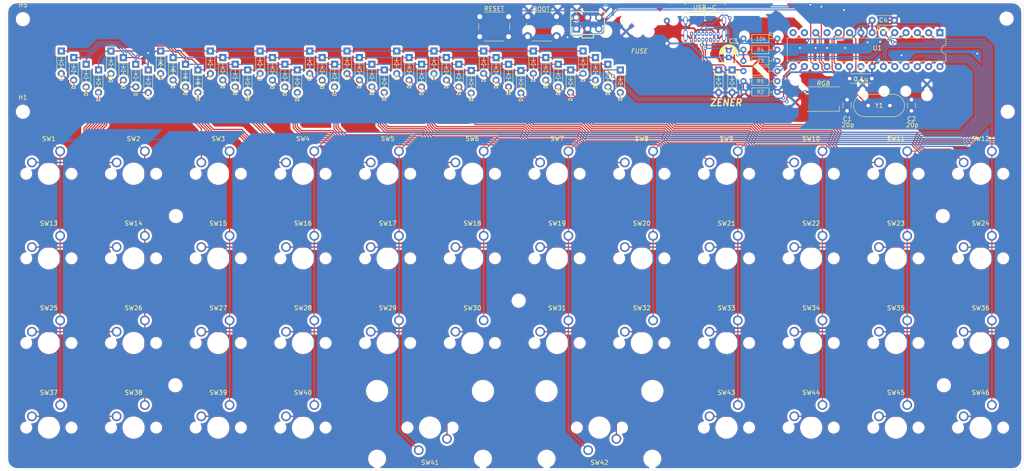
<source format=kicad_pcb>
(kicad_pcb (version 20171130) (host pcbnew "(5.1.4-0-10_14)")
  (layers (0 F.Cu signal) (31 B.Cu signal) (34 B.Paste user) (35 F.Paste user) (36 B.SilkS user) (37 F.SilkS user) (38 B.Mask user) (39 F.Mask user) (44 Edge.Cuts user))
  (net 0 "")
  (net 1 GND)
  (net 2 "Net-(C1-Pad1)")
  (net 3 "Net-(C2-Pad1)")
  (net 4 +5V)
  (net 5 "Net-(D1-Pad2)")
  (net 6 /ROW0)
  (net 7 "Net-(D2-Pad2)")
  (net 8 "Net-(D3-Pad2)")
  (net 9 "Net-(D4-Pad2)")
  (net 10 "Net-(D5-Pad2)")
  (net 11 "Net-(D6-Pad2)")
  (net 12 "Net-(D7-Pad2)")
  (net 13 "Net-(D8-Pad2)")
  (net 14 "Net-(D9-Pad2)")
  (net 15 "Net-(D10-Pad2)")
  (net 16 "Net-(D11-Pad2)")
  (net 17 "Net-(D12-Pad2)")
  (net 18 "Net-(D13-Pad2)")
  (net 19 /ROW1)
  (net 20 "Net-(D14-Pad2)")
  (net 21 "Net-(D15-Pad2)")
  (net 22 "Net-(D16-Pad2)")
  (net 23 "Net-(D17-Pad2)")
  (net 24 "Net-(D18-Pad2)")
  (net 25 "Net-(D19-Pad2)")
  (net 26 "Net-(D20-Pad2)")
  (net 27 "Net-(D21-Pad2)")
  (net 28 "Net-(D22-Pad2)")
  (net 29 "Net-(D23-Pad2)")
  (net 30 "Net-(D24-Pad2)")
  (net 31 "Net-(D25-Pad2)")
  (net 32 /ROW2)
  (net 33 "Net-(D26-Pad2)")
  (net 34 "Net-(D27-Pad2)")
  (net 35 "Net-(D28-Pad2)")
  (net 36 "Net-(D29-Pad2)")
  (net 37 "Net-(D30-Pad2)")
  (net 38 "Net-(D31-Pad2)")
  (net 39 "Net-(D32-Pad2)")
  (net 40 "Net-(D33-Pad2)")
  (net 41 "Net-(D34-Pad2)")
  (net 42 "Net-(D35-Pad2)")
  (net 43 "Net-(D36-Pad2)")
  (net 44 "Net-(D37-Pad2)")
  (net 45 /ROW3)
  (net 46 "Net-(D38-Pad2)")
  (net 47 "Net-(D39-Pad2)")
  (net 48 "Net-(D40-Pad2)")
  (net 49 "Net-(D41-Pad2)")
  (net 50 "Net-(D42-Pad2)")
  (net 51 "Net-(D43-Pad2)")
  (net 52 "Net-(D44-Pad2)")
  (net 53 "Net-(D45-Pad2)")
  (net 54 "Net-(D46-Pad2)")
  (net 55 VCC)
  (net 56 /RESET)
  (net 57 /D-)
  (net 58 /D+)
  (net 59 /COL0)
  (net 60 /COL1)
  (net 61 /COL2)
  (net 62 /COL3)
  (net 63 /COL4)
  (net 64 /COL5)
  (net 65 /COL6)
  (net 66 /COL7)
  (net 67 /COL8)
  (net 68 /COL9)
  (net 69 /COL10)
  (net 70 /COL11)
  (net 71 "Net-(U1-Pad21)")
  (net 72 "Net-(USB1-PadA8)")
  (net 73 "Net-(USB1-PadB8)")
  (net 74 "Net-(D49-Pad4)")
  (net 75 /RGB_LED)
  (net 76 /BOOT)
  (net 77 /CC1)
  (net 78 /CC2)
  (net 79 "Net-(D47-Pad1)")
  (net 80 "Net-(D48-Pad1)")
  (module cftkb:AVR_ICSP_3x2 (layer F.Cu) (at 144.018 54.991)
    (fp_text reference J1 hide)
    (fp_text value AVR-ISP-6 hide)
    (pad 6 thru_hole circle (at 2.54 -1.27) (size 1.7 1.7) (drill 1.016) (layers *.Cu *.Mask) (net 1 GND))
    (pad 5 thru_hole circle (at 2.54 1.27) (size 1.7 1.7) (drill 1.016) (layers *.Cu *.Mask) (net 56 /RESET))
    (pad 4 thru_hole circle (at 0 -1.27) (size 1.7 1.7) (drill 1.016) (layers *.Cu *.Mask) (net 59 /COL0))
    (pad 3 thru_hole circle (at 0 1.27) (size 1.7 1.7) (drill 1.016) (layers *.Cu *.Mask) (net 61 /COL2))
    (pad 2 thru_hole circle (at -2.54 -1.27) (size 1.7 1.7) (drill 1.016) (layers *.Cu *.Mask) (net 4 +5V))
    (pad 1 thru_hole rect (at -2.54 1.27) (size 1.7 1.7) (drill 1.016) (layers *.Cu *.Mask) (net 60 /COL1))
  )
  (module cftkb:SW_PUSH_6mm (layer F.Cu) (at 137.033 58.0305 180)
    (fp_text reference SW48)
    (fp_text value BOOT hide)
    (pad 1 thru_hole circle (at 6.5 0 270) (size 2 2) (drill 1.1) (layers *.Cu *.Mask) (net 76 /BOOT))
    (pad 2 thru_hole circle (at 6.5 4.5 270) (size 2 2) (drill 1.1) (layers *.Cu *.Mask) (net 1 GND))
    (pad 1 thru_hole circle (at 0 0 270) (size 2 2) (drill 1.1) (layers *.Cu *.Mask) (net 76 /BOOT))
    (pad 2 thru_hole circle (at 0 4.5 270) (size 2 2) (drill 1.1) (layers *.Cu *.Mask) (net 1 GND))
  )
  (module cftkb:R_Axial_DIN0204_L3.6mm_D1.6mm_P7.62mm_Horizontal (layer F.Cu) (at 186.69 65.786 180)
    (fp_text reference R6 (at 3.81 0) (layer F.SilkS) (effects (font (size 0.8 0.8) (thickness 0.1))))
    (fp_text value 75R hide)
    (pad 1 thru_hole circle (at 0 0 180) (size 1.4 1.4) (drill 0.7) (layers *.Cu *.Mask) (net 58 /D+))
    (pad 2 thru_hole oval (at 7.62 0 180) (size 1.4 1.4) (drill 0.7) (layers *.Cu *.Mask) (net 80 "Net-(D48-Pad1)"))
  )
  (module cftkb:R_Axial_DIN0204_L3.6mm_D1.6mm_P7.62mm_Horizontal (layer F.Cu) (at 186.69 68.072 180)
    (fp_text reference R5 (at 3.81 0) (layer F.SilkS) (effects (font (size 0.8 0.8) (thickness 0.1))))
    (fp_text value 75R hide)
    (pad 1 thru_hole circle (at 0 0 180) (size 1.4 1.4) (drill 0.7) (layers *.Cu *.Mask) (net 57 /D-))
    (pad 2 thru_hole oval (at 7.62 0 180) (size 1.4 1.4) (drill 0.7) (layers *.Cu *.Mask) (net 79 "Net-(D47-Pad1)"))
  )
  (module cftkb:R_Axial_DIN0204_L3.6mm_D1.6mm_P7.62mm_Horizontal (layer F.Cu) (at 179.07 60.96)
    (fp_text reference R4 (at 3.81 0) (layer F.SilkS) (effects (font (size 0.8 0.8) (thickness 0.1))))
    (fp_text value 5.1k hide)
    (pad 1 thru_hole circle (at 0 0) (size 1.4 1.4) (drill 0.7) (layers *.Cu *.Mask) (net 1 GND))
    (pad 2 thru_hole oval (at 7.62 0) (size 1.4 1.4) (drill 0.7) (layers *.Cu *.Mask) (net 78 /CC2))
  )
  (module cftkb:R_Axial_DIN0204_L3.6mm_D1.6mm_P7.62mm_Horizontal (layer F.Cu) (at 179.07 63.5)
    (fp_text reference R3 (at 3.81 0) (layer F.SilkS) (effects (font (size 0.8 0.8) (thickness 0.1))))
    (fp_text value 5.1k hide)
    (pad 1 thru_hole circle (at 0 0) (size 1.4 1.4) (drill 0.7) (layers *.Cu *.Mask) (net 1 GND))
    (pad 2 thru_hole oval (at 7.62 0) (size 1.4 1.4) (drill 0.7) (layers *.Cu *.Mask) (net 77 /CC1))
  )
  (module cftkb:R_Axial_DIN0204_L3.6mm_D1.6mm_P7.62mm_Horizontal (layer F.Cu) (at 186.69 70.485 180)
    (fp_text reference R2 (at 3.81 0) (layer F.SilkS) (effects (font (size 0.8 0.8) (thickness 0.1))))
    (fp_text value 1.5k hide)
    (pad 1 thru_hole circle (at 0 0 180) (size 1.4 1.4) (drill 0.7) (layers *.Cu *.Mask) (net 4 +5V))
    (pad 2 thru_hole oval (at 7.62 0 180) (size 1.4 1.4) (drill 0.7) (layers *.Cu *.Mask) (net 79 "Net-(D47-Pad1)"))
  )
  (module cftkb:R_Axial_DIN0204_L3.6mm_D1.6mm_P7.62mm_Horizontal (layer F.Cu) (at 186.69 58.4835 180)
    (fp_text reference R1 (at 1.235499 0.9525) (layer F.SilkS) (effects (font (size 0.8 0.8) (thickness 0.1))))
    (fp_text value 10k (at 3.732778 -0.048664) (layer F.SilkS) (effects (font (size 0.8 0.8) (thickness 0.1))))
    (pad 1 thru_hole circle (at 0 0 180) (size 1.4 1.4) (drill 0.7) (layers *.Cu *.Mask) (net 4 +5V))
    (pad 2 thru_hole oval (at 7.62 0 180) (size 1.4 1.4) (drill 0.7) (layers *.Cu *.Mask) (net 56 /RESET))
  )
  (module cftkb:Crystal_HC49-4H_Vertical (layer F.Cu) (at 212.0165 73.5435 180)
    (fp_text reference Y1 (at 2.44 0.018936) (layer F.SilkS))
    (fp_text value 16MHz)
    (pad 1 thru_hole circle (at 0 0 180) (size 1.5 1.5) (drill 0.8) (layers *.Cu *.Mask) (net 3 "Net-(C2-Pad1)"))
    (pad 2 thru_hole circle (at 4.88 0 180) (size 1.5 1.5) (drill 0.8) (layers *.Cu *.Mask) (net 2 "Net-(C1-Pad1)"))
  )
  (module cftkb:C_Disc_D3.0mm_W1.6mm_P2.50mm (layer F.Cu) (at 216.8525 74.7395 90)
    (fp_text reference C2 (at -1.819792 0.052494) (layer F.SilkS))
    (fp_text value 20p (at -3.165606 0.186103) (layer F.SilkS))
    (pad 2 thru_hole circle (at 2.5 0 90) (size 1.6 1.6) (drill 0.8) (layers *.Cu *.Mask) (net 1 GND))
    (pad 1 thru_hole circle (at 0 0 90) (size 1.6 1.6) (drill 0.8) (layers *.Cu *.Mask) (net 3 "Net-(C2-Pad1)"))
  )
  (module cftkb:C_Disc_D3.0mm_W1.6mm_P2.50mm (layer F.Cu) (at 202.3745 74.7395 90)
    (fp_text reference C1 (at -1.819792 0.052494) (layer F.SilkS))
    (fp_text value 20p (at -3.165606 0.186103) (layer F.SilkS))
    (pad 2 thru_hole circle (at 2.5 0 90) (size 1.6 1.6) (drill 0.8) (layers *.Cu *.Mask) (net 1 GND))
    (pad 1 thru_hole circle (at 0 0 90) (size 1.6 1.6) (drill 0.8) (layers *.Cu *.Mask) (net 2 "Net-(C1-Pad1)"))
  )
  (module MountingHole:MountingHole_2.2mm_M2 (layer F.Cu) (at 51.308 136.525)
    (fp_text reference H9 hide)
    (fp_text value MountingHole hide)
    (pad 1 np_thru_hole circle (at 0 0) (size 2.2 2.2) (drill 2.2) (layers *.Cu *.Mask))
  )
  (module MountingHole:MountingHole_2.2mm_M2 (layer F.Cu) (at 238.506 74.93)
    (fp_text reference H8 hide)
    (fp_text value MountingHole hide)
    (pad 1 np_thru_hole circle (at 0 0) (size 2.2 2.2) (drill 2.2) (layers *.Cu *.Mask))
  )
  (module MountingHole:MountingHole_2.2mm_M2 (layer F.Cu) (at 224.155 136.525)
    (fp_text reference H7 hide)
    (fp_text value MountingHole hide)
    (pad 1 np_thru_hole circle (at 0 0) (size 2.2 2.2) (drill 2.2) (layers *.Cu *.Mask))
  )
  (module MountingHole:MountingHole_2.2mm_M2 (layer F.Cu) (at 223.901 98.425)
    (fp_text reference H6 hide)
    (fp_text value MountingHole hide)
    (pad 1 np_thru_hole circle (at 0 0) (size 2.2 2.2) (drill 2.2) (layers *.Cu *.Mask))
  )
  (module MountingHole:MountingHole_2.2mm_M2 (layer F.Cu) (at 17.018 54.102)
    (fp_text reference H5 (at 0 -3.2) (layer F.SilkS))
    (fp_text value MountingHole)
    (pad 1 np_thru_hole circle (at 0 0) (size 2.2 2.2) (drill 2.2) (layers *.Cu *.Mask))
  )
  (module MountingHole:MountingHole_2.2mm_M2 (layer F.Cu) (at 51.435 98.425)
    (fp_text reference H4 hide)
    (fp_text value MountingHole hide)
    (pad 1 np_thru_hole circle (at 0 0) (size 2.2 2.2) (drill 2.2) (layers *.Cu *.Mask))
  )
  (module MountingHole:MountingHole_2.2mm_M2 (layer F.Cu) (at 128.524 117.475)
    (fp_text reference H3 hide)
    (fp_text value MountingHole hide)
    (pad 1 np_thru_hole circle (at 0 0) (size 2.2 2.2) (drill 2.2) (layers *.Cu *.Mask))
  )
  (module MountingHole:MountingHole_2.2mm_M2 (layer F.Cu) (at 238.252 53.975)
    (fp_text reference H2 hide)
    (fp_text value MountingHole hide)
    (pad 1 np_thru_hole circle (at 0 0) (size 2.2 2.2) (drill 2.2) (layers *.Cu *.Mask))
  )
  (module MountingHole:MountingHole_2.2mm_M2 (layer F.Cu) (at 17.018 74.93)
    (fp_text reference H1 (at 0 -3.2) (layer F.SilkS))
    (fp_text value MountingHole)
    (pad 1 np_thru_hole circle (at 0 0) (size 2.2 2.2) (drill 2.2) (layers *.Cu *.Mask))
  )
  (module LED_SMD:LED_SK6812_PLCC4_5.0x5.0mm_P3.2mm (layer F.Cu) (at 197.014 72.085)
    (fp_text reference RGB (at 0 -3.5) (layer F.SilkS) (effects (font (thickness 0.15) italic)))
    (fp_text value SK6812)
    (pad 3 smd rect (at -2.45 -1.6) (size 1.5 1) (layers F.Cu F.Paste F.Mask) (net 4 +5V))
    (pad 4 smd rect (at -2.45 1.6) (size 1.5 1) (layers F.Cu F.Paste F.Mask) (net 74 "Net-(D49-Pad4)"))
    (pad 2 smd rect (at 2.45 -1.6) (size 1.5 1) (layers F.Cu F.Paste F.Mask) (net 75 /RGB_LED))
    (pad 1 smd rect (at 2.45 1.6) (size 1.5 1) (layers F.Cu F.Paste F.Mask) (net 1 GND))
  )
  (module Package_DIP:DIP-28_W7.62mm (layer F.Cu) (at 223.266 57.15 270)
    (fp_text reference U1 (at 3.429 14.097 180) (layer F.SilkS))
    (fp_text value ATmega328P-PU)
    (pad 28 thru_hole oval (at 7.62 0 270) (size 1.6 1.6) (drill 0.8) (layers *.Cu *.Mask) (net 62 /COL3))
    (pad 14 thru_hole oval (at 0 33.02 270) (size 1.6 1.6) (drill 0.8) (layers *.Cu *.Mask) (net 19 /ROW1))
    (pad 27 thru_hole oval (at 7.62 2.54 270) (size 1.6 1.6) (drill 0.8) (layers *.Cu *.Mask) (net 63 /COL4))
    (pad 13 thru_hole oval (at 0 30.48 270) (size 1.6 1.6) (drill 0.8) (layers *.Cu *.Mask) (net 6 /ROW0))
    (pad 26 thru_hole oval (at 7.62 5.08 270) (size 1.6 1.6) (drill 0.8) (layers *.Cu *.Mask) (net 64 /COL5))
    (pad 12 thru_hole oval (at 0 27.94 270) (size 1.6 1.6) (drill 0.8) (layers *.Cu *.Mask) (net 75 /RGB_LED))
    (pad 25 thru_hole oval (at 7.62 7.62 270) (size 1.6 1.6) (drill 0.8) (layers *.Cu *.Mask) (net 65 /COL6))
    (pad 11 thru_hole oval (at 0 25.4 270) (size 1.6 1.6) (drill 0.8) (layers *.Cu *.Mask) (net 76 /BOOT))
    (pad 24 thru_hole oval (at 7.62 10.16 270) (size 1.6 1.6) (drill 0.8) (layers *.Cu *.Mask) (net 66 /COL7))
    (pad 10 thru_hole oval (at 0 22.86 270) (size 1.6 1.6) (drill 0.8) (layers *.Cu *.Mask) (net 2 "Net-(C1-Pad1)"))
    (pad 23 thru_hole oval (at 7.62 12.7 270) (size 1.6 1.6) (drill 0.8) (layers *.Cu *.Mask) (net 67 /COL8))
    (pad 9 thru_hole oval (at 0 20.32 270) (size 1.6 1.6) (drill 0.8) (layers *.Cu *.Mask) (net 3 "Net-(C2-Pad1)"))
    (pad 22 thru_hole oval (at 7.62 15.24 270) (size 1.6 1.6) (drill 0.8) (layers *.Cu *.Mask) (net 1 GND))
    (pad 8 thru_hole oval (at 0 17.78 270) (size 1.6 1.6) (drill 0.8) (layers *.Cu *.Mask) (net 1 GND))
    (pad 21 thru_hole oval (at 7.62 17.78 270) (size 1.6 1.6) (drill 0.8) (layers *.Cu *.Mask) (net 71 "Net-(U1-Pad21)"))
    (pad 7 thru_hole oval (at 0 15.24 270) (size 1.6 1.6) (drill 0.8) (layers *.Cu *.Mask) (net 4 +5V))
    (pad 20 thru_hole oval (at 7.62 20.32 270) (size 1.6 1.6) (drill 0.8) (layers *.Cu *.Mask) (net 4 +5V))
    (pad 6 thru_hole oval (at 0 12.7 270) (size 1.6 1.6) (drill 0.8) (layers *.Cu *.Mask) (net 68 /COL9))
    (pad 19 thru_hole oval (at 7.62 22.86 270) (size 1.6 1.6) (drill 0.8) (layers *.Cu *.Mask) (net 61 /COL2))
    (pad 5 thru_hole oval (at 0 10.16 270) (size 1.6 1.6) (drill 0.8) (layers *.Cu *.Mask) (net 57 /D-))
    (pad 18 thru_hole oval (at 7.62 25.4 270) (size 1.6 1.6) (drill 0.8) (layers *.Cu *.Mask) (net 60 /COL1))
    (pad 4 thru_hole oval (at 0 7.62 270) (size 1.6 1.6) (drill 0.8) (layers *.Cu *.Mask) (net 58 /D+))
    (pad 17 thru_hole oval (at 7.62 27.94 270) (size 1.6 1.6) (drill 0.8) (layers *.Cu *.Mask) (net 59 /COL0))
    (pad 3 thru_hole oval (at 0 5.08 270) (size 1.6 1.6) (drill 0.8) (layers *.Cu *.Mask) (net 69 /COL10))
    (pad 16 thru_hole oval (at 7.62 30.48 270) (size 1.6 1.6) (drill 0.8) (layers *.Cu *.Mask) (net 32 /ROW2))
    (pad 2 thru_hole oval (at 0 2.54 270) (size 1.6 1.6) (drill 0.8) (layers *.Cu *.Mask) (net 70 /COL11))
    (pad 15 thru_hole oval (at 7.62 33.02 270) (size 1.6 1.6) (drill 0.8) (layers *.Cu *.Mask) (net 45 /ROW3))
    (pad 1 thru_hole rect (at 0 0 270) (size 1.6 1.6) (drill 0.8) (layers *.Cu *.Mask) (net 56 /RESET))
  )
  (module cftkb:SW_Cherry_MX1A_1.00u_PCB-NOSCREEN (layer F.Cu) (at 101.6 83.82)
    (fp_text reference SW5 (at -2.54 -2.794) (layer F.SilkS))
    (fp_text value keyboard_parts_KEYSW)
    (pad 1 thru_hole circle (at 0 0) (size 2.2 2.2) (drill 1.5) (layers *.Cu *.Mask) (net 63 /COL4))
    (pad 2 thru_hole circle (at -6.35 2.54) (size 2.2 2.2) (drill 1.5) (layers *.Cu *.Mask) (net 10 "Net-(D5-Pad2)"))
    (pad "" np_thru_hole circle (at -2.54 5.08) (size 4 4) (drill 4) (layers *.Cu *.Mask))
    (pad "" np_thru_hole circle (at -7.62 5.08) (size 1.7 1.7) (drill 1.7) (layers *.Cu *.Mask))
    (pad "" np_thru_hole circle (at 2.54 5.08) (size 1.7 1.7) (drill 1.7) (layers *.Cu *.Mask))
  )
  (module cftkb:CP_Radial_D4.0mm_P1.50mm (layer F.Cu) (at 175.768 62.714 90)
    (fp_text reference C3 (at 3.67458 1.016) (layer F.SilkS))
    (fp_text value 4.7u)
    (pad 1 thru_hole rect (at 0 0 90) (size 1.2 1.2) (drill 0.6) (layers *.Cu *.Mask) (net 4 +5V))
    (pad 2 thru_hole circle (at 1.5 0 90) (size 1.2 1.2) (drill 0.6) (layers *.Cu *.Mask) (net 1 GND))
  )
  (module cftkb:SW_Cherry_MX1A_2.00u_PCBNOSCREEN (layer F.Cu) (at 144.145 151.13 180)
    (fp_text reference SW42 (at -2.54 -2.794) (layer F.SilkS))
    (fp_text value keyboard_parts_KEYSW)
    (pad 1 thru_hole circle (at 0 0 180) (size 2.2 2.2) (drill 1.5) (layers *.Cu *.Mask) (net 65 /COL6))
    (pad 2 thru_hole circle (at -6.35 2.54 180) (size 2.2 2.2) (drill 1.5) (layers *.Cu *.Mask) (net 50 "Net-(D42-Pad2)"))
    (pad "" np_thru_hole circle (at -2.54 5.08 180) (size 4 4) (drill 4) (layers *.Cu *.Mask))
    (pad "" np_thru_hole circle (at -7.62 5.08 180) (size 1.7 1.7) (drill 1.7) (layers *.Cu *.Mask))
    (pad "" np_thru_hole circle (at 2.54 5.08 180) (size 1.7 1.7) (drill 1.7) (layers *.Cu *.Mask))
    (pad "" np_thru_hole circle (at 9.36 13.32 180) (size 4 4) (drill 4) (layers *.Cu *.Mask))
    (pad "" np_thru_hole circle (at -14.44 13.32 180) (size 4 4) (drill 4) (layers *.Cu *.Mask))
    (pad "" np_thru_hole circle (at -14.44 -1.92 180) (size 3.05 3.05) (drill 3.05) (layers *.Cu *.Mask))
    (pad "" np_thru_hole circle (at 9.36 -1.92 180) (size 3.05 3.05) (drill 3.05) (layers *.Cu *.Mask))
  )
  (module cftkb:SW_Cherry_MX1A_1.00u_PCB-NOSCREEN (layer F.Cu) (at 120.65 102.87)
    (fp_text reference SW18 (at -2.54 -2.794) (layer F.SilkS))
    (fp_text value keyboard_parts_KEYSW)
    (pad 1 thru_hole circle (at 0 0) (size 2.2 2.2) (drill 1.5) (layers *.Cu *.Mask) (net 64 /COL5))
    (pad 2 thru_hole circle (at -6.35 2.54) (size 2.2 2.2) (drill 1.5) (layers *.Cu *.Mask) (net 24 "Net-(D18-Pad2)"))
    (pad "" np_thru_hole circle (at -2.54 5.08) (size 4 4) (drill 4) (layers *.Cu *.Mask))
    (pad "" np_thru_hole circle (at -7.62 5.08) (size 1.7 1.7) (drill 1.7) (layers *.Cu *.Mask))
    (pad "" np_thru_hole circle (at 2.54 5.08) (size 1.7 1.7) (drill 1.7) (layers *.Cu *.Mask))
  )
  (module cftkb:SW_Cherry_MX1A_1.00u_PCB-NOSCREEN (layer F.Cu) (at 101.6 102.87)
    (fp_text reference SW17 (at -2.54 -2.794) (layer F.SilkS))
    (fp_text value keyboard_parts_KEYSW)
    (pad 1 thru_hole circle (at 0 0) (size 2.2 2.2) (drill 1.5) (layers *.Cu *.Mask) (net 63 /COL4))
    (pad 2 thru_hole circle (at -6.35 2.54) (size 2.2 2.2) (drill 1.5) (layers *.Cu *.Mask) (net 23 "Net-(D17-Pad2)"))
    (pad "" np_thru_hole circle (at -2.54 5.08) (size 4 4) (drill 4) (layers *.Cu *.Mask))
    (pad "" np_thru_hole circle (at -7.62 5.08) (size 1.7 1.7) (drill 1.7) (layers *.Cu *.Mask))
    (pad "" np_thru_hole circle (at 2.54 5.08) (size 1.7 1.7) (drill 1.7) (layers *.Cu *.Mask))
  )
  (module cftkb:C_Disc_D4.3mm_W1.9mm_P5.00mm (layer F.Cu) (at 202.946 67.46875)
    (fp_text reference C5 (at 2.667 -2.032) (layer F.SilkS))
    (fp_text value 0.1u (at 2.54 0.127) (layer F.SilkS))
    (pad 1 thru_hole circle (at 0 0) (size 1.6 1.6) (drill 0.8) (layers *.Cu *.Mask) (net 4 +5V))
    (pad 2 thru_hole circle (at 5 0) (size 1.6 1.6) (drill 0.8) (layers *.Cu *.Mask) (net 1 GND))
  )
  (module cftkb:C_Disc_D4.3mm_W1.9mm_P5.00mm (layer F.Cu) (at 208.026 54.356)
    (fp_text reference C4 (at 2.502214 -0.017498) (layer F.SilkS))
    (fp_text value 0.1u (at 2.670909 1.993325) (layer F.SilkS))
    (pad 2 thru_hole circle (at 5 0) (size 1.6 1.6) (drill 0.8) (layers *.Cu *.Mask) (net 1 GND))
    (pad 1 thru_hole circle (at 0 0) (size 1.6 1.6) (drill 0.8) (layers *.Cu *.Mask) (net 4 +5V))
  )
  (module cftkb:SW_Cherry_MX1A_2.00u_PCBNOSCREEN (layer F.Cu) (at 106.045 151.13 180)
    (fp_text reference SW41 (at -2.54 -2.794) (layer F.SilkS))
    (fp_text value keyboard_parts_KEYSW)
    (pad 1 thru_hole circle (at 0 0 180) (size 2.2 2.2) (drill 1.5) (layers *.Cu *.Mask) (net 63 /COL4))
    (pad 2 thru_hole circle (at -6.35 2.54 180) (size 2.2 2.2) (drill 1.5) (layers *.Cu *.Mask) (net 49 "Net-(D41-Pad2)"))
    (pad "" np_thru_hole circle (at -2.54 5.08 180) (size 4 4) (drill 4) (layers *.Cu *.Mask))
    (pad "" np_thru_hole circle (at -7.62 5.08 180) (size 1.7 1.7) (drill 1.7) (layers *.Cu *.Mask))
    (pad "" np_thru_hole circle (at 2.54 5.08 180) (size 1.7 1.7) (drill 1.7) (layers *.Cu *.Mask))
    (pad "" np_thru_hole circle (at 9.36 13.32 180) (size 4 4) (drill 4) (layers *.Cu *.Mask))
    (pad "" np_thru_hole circle (at -14.44 13.32 180) (size 4 4) (drill 4) (layers *.Cu *.Mask))
    (pad "" np_thru_hole circle (at -14.44 -1.92 180) (size 3.05 3.05) (drill 3.05) (layers *.Cu *.Mask))
    (pad "" np_thru_hole circle (at 9.36 -1.92 180) (size 3.05 3.05) (drill 3.05) (layers *.Cu *.Mask))
  )
  (module cftkb:USB_C_GCT_USB4085 (layer F.Cu) (at 170.3705 52.629 180)
    (fp_text reference USB-C (at -0.017498 1.13737) (layer F.SilkS))
    (fp_text value USB_C_GCT_USB4085-Type-C hide)
    (pad A5 thru_hole oval (at -1.275 -6.1 180) (size 0.65 1) (drill 0.4) (layers *.Cu *.Mask) (net 77 /CC1))
    (pad A1 thru_hole oval (at -2.975 -6.1 180) (size 0.65 1) (drill 0.4) (layers *.Cu *.Mask) (net 1 GND))
    (pad A4 thru_hole oval (at -2.125 -6.1 180) (size 0.65 1) (drill 0.4) (layers *.Cu *.Mask) (net 55 VCC))
    (pad A6 thru_hole oval (at -0.425 -6.1 180) (size 0.65 1) (drill 0.4) (layers *.Cu *.Mask) (net 80 "Net-(D48-Pad1)"))
    (pad A7 thru_hole oval (at 0.425 -6.1 180) (size 0.65 1) (drill 0.4) (layers *.Cu *.Mask) (net 79 "Net-(D47-Pad1)"))
    (pad A8 thru_hole oval (at 1.275 -6.1 180) (size 0.65 1) (drill 0.4) (layers *.Cu *.Mask) (net 72 "Net-(USB1-PadA8)"))
    (pad A9 thru_hole oval (at 2.125 -6.1 180) (size 0.65 1) (drill 0.4) (layers *.Cu *.Mask) (net 55 VCC))
    (pad A12 thru_hole oval (at 2.975 -6.1 180) (size 0.65 1) (drill 0.4) (layers *.Cu *.Mask) (net 1 GND))
    (pad B12 thru_hole oval (at -2.975 -4.775 180) (size 0.65 1) (drill 0.4) (layers *.Cu *.Mask) (net 1 GND))
    (pad B9 thru_hole oval (at -2.12 -4.775 180) (size 0.65 1) (drill 0.4) (layers *.Cu *.Mask) (net 55 VCC))
    (pad B8 thru_hole oval (at -1.27 -4.775 180) (size 0.65 1) (drill 0.4) (layers *.Cu *.Mask) (net 73 "Net-(USB1-PadB8)"))
    (pad B7 thru_hole oval (at -0.42 -4.775 180) (size 0.65 1) (drill 0.4) (layers *.Cu *.Mask) (net 79 "Net-(D47-Pad1)"))
    (pad B6 thru_hole oval (at 0.43 -4.775 180) (size 0.65 1) (drill 0.4) (layers *.Cu *.Mask) (net 80 "Net-(D48-Pad1)"))
    (pad B5 thru_hole oval (at 1.28 -4.775 180) (size 0.65 1) (drill 0.4) (layers *.Cu *.Mask) (net 78 /CC2))
    (pad B4 thru_hole oval (at 2.13 -4.775 180) (size 0.65 1) (drill 0.4) (layers *.Cu *.Mask) (net 55 VCC))
    (pad B1 thru_hole oval (at 2.98 -4.775 180) (size 0.65 1) (drill 0.4) (layers *.Cu *.Mask) (net 1 GND))
    (pad S1 thru_hole oval (at -4.325 -5.12 180) (size 0.9 2.4) (drill oval 0.6 2.1) (layers *.Cu *.Mask) (net 1 GND))
    (pad S1 thru_hole oval (at 4.325 -5.12 180) (size 0.9 2.4) (drill oval 0.6 2.1) (layers *.Cu *.Mask) (net 1 GND))
    (pad S1 thru_hole oval (at -4.325 -1.74 180) (size 0.9 1.7) (drill oval 0.6 1.4) (layers *.Cu *.Mask) (net 1 GND))
    (pad S1 thru_hole oval (at 4.325 -1.74 180) (size 0.9 1.7) (drill oval 0.6 1.4) (layers *.Cu *.Mask) (net 1 GND))
  )
  (module cftkb:SW_PUSH_6mm (layer F.Cu) (at 126.261 58.0305 180)
    (fp_text reference SW47)
    (fp_text value RESET hide)
    (pad 1 thru_hole circle (at 6.5 0 270) (size 2 2) (drill 1.1) (layers *.Cu *.Mask) (net 56 /RESET))
    (pad 2 thru_hole circle (at 6.5 4.5 270) (size 2 2) (drill 1.1) (layers *.Cu *.Mask) (net 1 GND))
    (pad 1 thru_hole circle (at 0 0 270) (size 2 2) (drill 1.1) (layers *.Cu *.Mask) (net 56 /RESET))
    (pad 2 thru_hole circle (at 0 4.5 270) (size 2 2) (drill 1.1) (layers *.Cu *.Mask) (net 1 GND))
  )
  (module cftkb:SW_Cherry_MX1A_1.00u_PCB-NOSCREEN (layer F.Cu) (at 234.95 140.97)
    (fp_text reference SW46 (at -2.54 -2.794) (layer F.SilkS))
    (fp_text value keyboard_parts_KEYSW)
    (pad 1 thru_hole circle (at 0 0) (size 2.2 2.2) (drill 1.5) (layers *.Cu *.Mask) (net 70 /COL11))
    (pad 2 thru_hole circle (at -6.35 2.54) (size 2.2 2.2) (drill 1.5) (layers *.Cu *.Mask) (net 54 "Net-(D46-Pad2)"))
    (pad "" np_thru_hole circle (at -2.54 5.08) (size 4 4) (drill 4) (layers *.Cu *.Mask))
    (pad "" np_thru_hole circle (at -7.62 5.08) (size 1.7 1.7) (drill 1.7) (layers *.Cu *.Mask))
    (pad "" np_thru_hole circle (at 2.54 5.08) (size 1.7 1.7) (drill 1.7) (layers *.Cu *.Mask))
  )
  (module cftkb:SW_Cherry_MX1A_1.00u_PCB-NOSCREEN (layer F.Cu) (at 215.9 140.97)
    (fp_text reference SW45 (at -2.54 -2.794) (layer F.SilkS))
    (fp_text value keyboard_parts_KEYSW)
    (pad 1 thru_hole circle (at 0 0) (size 2.2 2.2) (drill 1.5) (layers *.Cu *.Mask) (net 69 /COL10))
    (pad 2 thru_hole circle (at -6.35 2.54) (size 2.2 2.2) (drill 1.5) (layers *.Cu *.Mask) (net 53 "Net-(D45-Pad2)"))
    (pad "" np_thru_hole circle (at -2.54 5.08) (size 4 4) (drill 4) (layers *.Cu *.Mask))
    (pad "" np_thru_hole circle (at -7.62 5.08) (size 1.7 1.7) (drill 1.7) (layers *.Cu *.Mask))
    (pad "" np_thru_hole circle (at 2.54 5.08) (size 1.7 1.7) (drill 1.7) (layers *.Cu *.Mask))
  )
  (module cftkb:SW_Cherry_MX1A_1.00u_PCB-NOSCREEN (layer F.Cu) (at 196.85 140.97)
    (fp_text reference SW44 (at -2.54 -2.794) (layer F.SilkS))
    (fp_text value keyboard_parts_KEYSW)
    (pad 1 thru_hole circle (at 0 0) (size 2.2 2.2) (drill 1.5) (layers *.Cu *.Mask) (net 68 /COL9))
    (pad 2 thru_hole circle (at -6.35 2.54) (size 2.2 2.2) (drill 1.5) (layers *.Cu *.Mask) (net 52 "Net-(D44-Pad2)"))
    (pad "" np_thru_hole circle (at -2.54 5.08) (size 4 4) (drill 4) (layers *.Cu *.Mask))
    (pad "" np_thru_hole circle (at -7.62 5.08) (size 1.7 1.7) (drill 1.7) (layers *.Cu *.Mask))
    (pad "" np_thru_hole circle (at 2.54 5.08) (size 1.7 1.7) (drill 1.7) (layers *.Cu *.Mask))
  )
  (module cftkb:SW_Cherry_MX1A_1.00u_PCB-NOSCREEN (layer F.Cu) (at 177.8 140.97)
    (fp_text reference SW43 (at -2.54 -2.794) (layer F.SilkS))
    (fp_text value keyboard_parts_KEYSW)
    (pad 1 thru_hole circle (at 0 0) (size 2.2 2.2) (drill 1.5) (layers *.Cu *.Mask) (net 67 /COL8))
    (pad 2 thru_hole circle (at -6.35 2.54) (size 2.2 2.2) (drill 1.5) (layers *.Cu *.Mask) (net 51 "Net-(D43-Pad2)"))
    (pad "" np_thru_hole circle (at -2.54 5.08) (size 4 4) (drill 4) (layers *.Cu *.Mask))
    (pad "" np_thru_hole circle (at -7.62 5.08) (size 1.7 1.7) (drill 1.7) (layers *.Cu *.Mask))
    (pad "" np_thru_hole circle (at 2.54 5.08) (size 1.7 1.7) (drill 1.7) (layers *.Cu *.Mask))
  )
  (module cftkb:SW_Cherry_MX1A_1.00u_PCB-NOSCREEN (layer F.Cu) (at 82.55 140.97)
    (fp_text reference SW40 (at -2.54 -2.794) (layer F.SilkS))
    (fp_text value keyboard_parts_KEYSW)
    (pad 1 thru_hole circle (at 0 0) (size 2.2 2.2) (drill 1.5) (layers *.Cu *.Mask) (net 62 /COL3))
    (pad 2 thru_hole circle (at -6.35 2.54) (size 2.2 2.2) (drill 1.5) (layers *.Cu *.Mask) (net 48 "Net-(D40-Pad2)"))
    (pad "" np_thru_hole circle (at -2.54 5.08) (size 4 4) (drill 4) (layers *.Cu *.Mask))
    (pad "" np_thru_hole circle (at -7.62 5.08) (size 1.7 1.7) (drill 1.7) (layers *.Cu *.Mask))
    (pad "" np_thru_hole circle (at 2.54 5.08) (size 1.7 1.7) (drill 1.7) (layers *.Cu *.Mask))
  )
  (module cftkb:SW_Cherry_MX1A_1.00u_PCB-NOSCREEN (layer F.Cu) (at 63.5 140.97)
    (fp_text reference SW39 (at -2.54 -2.794) (layer F.SilkS))
    (fp_text value keyboard_parts_KEYSW)
    (pad 1 thru_hole circle (at 0 0) (size 2.2 2.2) (drill 1.5) (layers *.Cu *.Mask) (net 61 /COL2))
    (pad 2 thru_hole circle (at -6.35 2.54) (size 2.2 2.2) (drill 1.5) (layers *.Cu *.Mask) (net 47 "Net-(D39-Pad2)"))
    (pad "" np_thru_hole circle (at -2.54 5.08) (size 4 4) (drill 4) (layers *.Cu *.Mask))
    (pad "" np_thru_hole circle (at -7.62 5.08) (size 1.7 1.7) (drill 1.7) (layers *.Cu *.Mask))
    (pad "" np_thru_hole circle (at 2.54 5.08) (size 1.7 1.7) (drill 1.7) (layers *.Cu *.Mask))
  )
  (module cftkb:SW_Cherry_MX1A_1.00u_PCB-NOSCREEN (layer F.Cu) (at 44.45 140.97)
    (fp_text reference SW38 (at -2.54 -2.794) (layer F.SilkS))
    (fp_text value keyboard_parts_KEYSW)
    (pad 1 thru_hole circle (at 0 0) (size 2.2 2.2) (drill 1.5) (layers *.Cu *.Mask) (net 60 /COL1))
    (pad 2 thru_hole circle (at -6.35 2.54) (size 2.2 2.2) (drill 1.5) (layers *.Cu *.Mask) (net 46 "Net-(D38-Pad2)"))
    (pad "" np_thru_hole circle (at -2.54 5.08) (size 4 4) (drill 4) (layers *.Cu *.Mask))
    (pad "" np_thru_hole circle (at -7.62 5.08) (size 1.7 1.7) (drill 1.7) (layers *.Cu *.Mask))
    (pad "" np_thru_hole circle (at 2.54 5.08) (size 1.7 1.7) (drill 1.7) (layers *.Cu *.Mask))
  )
  (module cftkb:SW_Cherry_MX1A_1.00u_PCB-NOSCREEN (layer F.Cu) (at 25.4 140.97)
    (fp_text reference SW37 (at -2.54 -2.794) (layer F.SilkS))
    (fp_text value keyboard_parts_KEYSW)
    (pad 1 thru_hole circle (at 0 0) (size 2.2 2.2) (drill 1.5) (layers *.Cu *.Mask) (net 59 /COL0))
    (pad 2 thru_hole circle (at -6.35 2.54) (size 2.2 2.2) (drill 1.5) (layers *.Cu *.Mask) (net 44 "Net-(D37-Pad2)"))
    (pad "" np_thru_hole circle (at -2.54 5.08) (size 4 4) (drill 4) (layers *.Cu *.Mask))
    (pad "" np_thru_hole circle (at -7.62 5.08) (size 1.7 1.7) (drill 1.7) (layers *.Cu *.Mask))
    (pad "" np_thru_hole circle (at 2.54 5.08) (size 1.7 1.7) (drill 1.7) (layers *.Cu *.Mask))
  )
  (module cftkb:SW_Cherry_MX1A_1.00u_PCB-NOSCREEN (layer F.Cu) (at 234.95 121.92)
    (fp_text reference SW36 (at -2.54 -2.794) (layer F.SilkS))
    (fp_text value keyboard_parts_KEYSW)
    (pad 1 thru_hole circle (at 0 0) (size 2.2 2.2) (drill 1.5) (layers *.Cu *.Mask) (net 70 /COL11))
    (pad 2 thru_hole circle (at -6.35 2.54) (size 2.2 2.2) (drill 1.5) (layers *.Cu *.Mask) (net 43 "Net-(D36-Pad2)"))
    (pad "" np_thru_hole circle (at -2.54 5.08) (size 4 4) (drill 4) (layers *.Cu *.Mask))
    (pad "" np_thru_hole circle (at -7.62 5.08) (size 1.7 1.7) (drill 1.7) (layers *.Cu *.Mask))
    (pad "" np_thru_hole circle (at 2.54 5.08) (size 1.7 1.7) (drill 1.7) (layers *.Cu *.Mask))
  )
  (module cftkb:SW_Cherry_MX1A_1.00u_PCB-NOSCREEN (layer F.Cu) (at 215.9 121.92)
    (fp_text reference SW35 (at -2.54 -2.794) (layer F.SilkS))
    (fp_text value keyboard_parts_KEYSW)
    (pad 1 thru_hole circle (at 0 0) (size 2.2 2.2) (drill 1.5) (layers *.Cu *.Mask) (net 69 /COL10))
    (pad 2 thru_hole circle (at -6.35 2.54) (size 2.2 2.2) (drill 1.5) (layers *.Cu *.Mask) (net 42 "Net-(D35-Pad2)"))
    (pad "" np_thru_hole circle (at -2.54 5.08) (size 4 4) (drill 4) (layers *.Cu *.Mask))
    (pad "" np_thru_hole circle (at -7.62 5.08) (size 1.7 1.7) (drill 1.7) (layers *.Cu *.Mask))
    (pad "" np_thru_hole circle (at 2.54 5.08) (size 1.7 1.7) (drill 1.7) (layers *.Cu *.Mask))
  )
  (module cftkb:SW_Cherry_MX1A_1.00u_PCB-NOSCREEN (layer F.Cu) (at 196.85 121.92)
    (fp_text reference SW34 (at -2.54 -2.794) (layer F.SilkS))
    (fp_text value keyboard_parts_KEYSW)
    (pad 1 thru_hole circle (at 0 0) (size 2.2 2.2) (drill 1.5) (layers *.Cu *.Mask) (net 68 /COL9))
    (pad 2 thru_hole circle (at -6.35 2.54) (size 2.2 2.2) (drill 1.5) (layers *.Cu *.Mask) (net 41 "Net-(D34-Pad2)"))
    (pad "" np_thru_hole circle (at -2.54 5.08) (size 4 4) (drill 4) (layers *.Cu *.Mask))
    (pad "" np_thru_hole circle (at -7.62 5.08) (size 1.7 1.7) (drill 1.7) (layers *.Cu *.Mask))
    (pad "" np_thru_hole circle (at 2.54 5.08) (size 1.7 1.7) (drill 1.7) (layers *.Cu *.Mask))
  )
  (module cftkb:SW_Cherry_MX1A_1.00u_PCB-NOSCREEN (layer F.Cu) (at 177.8 121.92)
    (fp_text reference SW33 (at -2.54 -2.794) (layer F.SilkS))
    (fp_text value keyboard_parts_KEYSW)
    (pad 1 thru_hole circle (at 0 0) (size 2.2 2.2) (drill 1.5) (layers *.Cu *.Mask) (net 67 /COL8))
    (pad 2 thru_hole circle (at -6.35 2.54) (size 2.2 2.2) (drill 1.5) (layers *.Cu *.Mask) (net 40 "Net-(D33-Pad2)"))
    (pad "" np_thru_hole circle (at -2.54 5.08) (size 4 4) (drill 4) (layers *.Cu *.Mask))
    (pad "" np_thru_hole circle (at -7.62 5.08) (size 1.7 1.7) (drill 1.7) (layers *.Cu *.Mask))
    (pad "" np_thru_hole circle (at 2.54 5.08) (size 1.7 1.7) (drill 1.7) (layers *.Cu *.Mask))
  )
  (module cftkb:SW_Cherry_MX1A_1.00u_PCB-NOSCREEN (layer F.Cu) (at 158.75 121.92)
    (fp_text reference SW32 (at -2.54 -2.794) (layer F.SilkS))
    (fp_text value keyboard_parts_KEYSW)
    (pad 1 thru_hole circle (at 0 0) (size 2.2 2.2) (drill 1.5) (layers *.Cu *.Mask) (net 66 /COL7))
    (pad 2 thru_hole circle (at -6.35 2.54) (size 2.2 2.2) (drill 1.5) (layers *.Cu *.Mask) (net 39 "Net-(D32-Pad2)"))
    (pad "" np_thru_hole circle (at -2.54 5.08) (size 4 4) (drill 4) (layers *.Cu *.Mask))
    (pad "" np_thru_hole circle (at -7.62 5.08) (size 1.7 1.7) (drill 1.7) (layers *.Cu *.Mask))
    (pad "" np_thru_hole circle (at 2.54 5.08) (size 1.7 1.7) (drill 1.7) (layers *.Cu *.Mask))
  )
  (module cftkb:SW_Cherry_MX1A_1.00u_PCB-NOSCREEN (layer F.Cu) (at 139.7 121.92)
    (fp_text reference SW31 (at -2.54 -2.794) (layer F.SilkS))
    (fp_text value keyboard_parts_KEYSW)
    (pad 1 thru_hole circle (at 0 0) (size 2.2 2.2) (drill 1.5) (layers *.Cu *.Mask) (net 65 /COL6))
    (pad 2 thru_hole circle (at -6.35 2.54) (size 2.2 2.2) (drill 1.5) (layers *.Cu *.Mask) (net 38 "Net-(D31-Pad2)"))
    (pad "" np_thru_hole circle (at -2.54 5.08) (size 4 4) (drill 4) (layers *.Cu *.Mask))
    (pad "" np_thru_hole circle (at -7.62 5.08) (size 1.7 1.7) (drill 1.7) (layers *.Cu *.Mask))
    (pad "" np_thru_hole circle (at 2.54 5.08) (size 1.7 1.7) (drill 1.7) (layers *.Cu *.Mask))
  )
  (module cftkb:SW_Cherry_MX1A_1.00u_PCB-NOSCREEN (layer F.Cu) (at 120.65 121.92)
    (fp_text reference SW30 (at -2.54 -2.794) (layer F.SilkS))
    (fp_text value keyboard_parts_KEYSW)
    (pad 1 thru_hole circle (at 0 0) (size 2.2 2.2) (drill 1.5) (layers *.Cu *.Mask) (net 64 /COL5))
    (pad 2 thru_hole circle (at -6.35 2.54) (size 2.2 2.2) (drill 1.5) (layers *.Cu *.Mask) (net 37 "Net-(D30-Pad2)"))
    (pad "" np_thru_hole circle (at -2.54 5.08) (size 4 4) (drill 4) (layers *.Cu *.Mask))
    (pad "" np_thru_hole circle (at -7.62 5.08) (size 1.7 1.7) (drill 1.7) (layers *.Cu *.Mask))
    (pad "" np_thru_hole circle (at 2.54 5.08) (size 1.7 1.7) (drill 1.7) (layers *.Cu *.Mask))
  )
  (module cftkb:SW_Cherry_MX1A_1.00u_PCB-NOSCREEN (layer F.Cu) (at 101.6 121.92)
    (fp_text reference SW29 (at -2.54 -2.794) (layer F.SilkS))
    (fp_text value keyboard_parts_KEYSW)
    (pad 1 thru_hole circle (at 0 0) (size 2.2 2.2) (drill 1.5) (layers *.Cu *.Mask) (net 63 /COL4))
    (pad 2 thru_hole circle (at -6.35 2.54) (size 2.2 2.2) (drill 1.5) (layers *.Cu *.Mask) (net 36 "Net-(D29-Pad2)"))
    (pad "" np_thru_hole circle (at -2.54 5.08) (size 4 4) (drill 4) (layers *.Cu *.Mask))
    (pad "" np_thru_hole circle (at -7.62 5.08) (size 1.7 1.7) (drill 1.7) (layers *.Cu *.Mask))
    (pad "" np_thru_hole circle (at 2.54 5.08) (size 1.7 1.7) (drill 1.7) (layers *.Cu *.Mask))
  )
  (module cftkb:SW_Cherry_MX1A_1.00u_PCB-NOSCREEN (layer F.Cu) (at 82.55 121.92)
    (fp_text reference SW28 (at -2.54 -2.794) (layer F.SilkS))
    (fp_text value keyboard_parts_KEYSW)
    (pad 1 thru_hole circle (at 0 0) (size 2.2 2.2) (drill 1.5) (layers *.Cu *.Mask) (net 62 /COL3))
    (pad 2 thru_hole circle (at -6.35 2.54) (size 2.2 2.2) (drill 1.5) (layers *.Cu *.Mask) (net 35 "Net-(D28-Pad2)"))
    (pad "" np_thru_hole circle (at -2.54 5.08) (size 4 4) (drill 4) (layers *.Cu *.Mask))
    (pad "" np_thru_hole circle (at -7.62 5.08) (size 1.7 1.7) (drill 1.7) (layers *.Cu *.Mask))
    (pad "" np_thru_hole circle (at 2.54 5.08) (size 1.7 1.7) (drill 1.7) (layers *.Cu *.Mask))
  )
  (module cftkb:SW_Cherry_MX1A_1.00u_PCB-NOSCREEN (layer F.Cu) (at 63.5 121.92)
    (fp_text reference SW27 (at -2.54 -2.794) (layer F.SilkS))
    (fp_text value keyboard_parts_KEYSW)
    (pad 1 thru_hole circle (at 0 0) (size 2.2 2.2) (drill 1.5) (layers *.Cu *.Mask) (net 61 /COL2))
    (pad 2 thru_hole circle (at -6.35 2.54) (size 2.2 2.2) (drill 1.5) (layers *.Cu *.Mask) (net 34 "Net-(D27-Pad2)"))
    (pad "" np_thru_hole circle (at -2.54 5.08) (size 4 4) (drill 4) (layers *.Cu *.Mask))
    (pad "" np_thru_hole circle (at -7.62 5.08) (size 1.7 1.7) (drill 1.7) (layers *.Cu *.Mask))
    (pad "" np_thru_hole circle (at 2.54 5.08) (size 1.7 1.7) (drill 1.7) (layers *.Cu *.Mask))
  )
  (module cftkb:SW_Cherry_MX1A_1.00u_PCB-NOSCREEN (layer F.Cu) (at 44.45 121.92)
    (fp_text reference SW26 (at -2.54 -2.794) (layer F.SilkS))
    (fp_text value keyboard_parts_KEYSW)
    (pad 1 thru_hole circle (at 0 0) (size 2.2 2.2) (drill 1.5) (layers *.Cu *.Mask) (net 60 /COL1))
    (pad 2 thru_hole circle (at -6.35 2.54) (size 2.2 2.2) (drill 1.5) (layers *.Cu *.Mask) (net 33 "Net-(D26-Pad2)"))
    (pad "" np_thru_hole circle (at -2.54 5.08) (size 4 4) (drill 4) (layers *.Cu *.Mask))
    (pad "" np_thru_hole circle (at -7.62 5.08) (size 1.7 1.7) (drill 1.7) (layers *.Cu *.Mask))
    (pad "" np_thru_hole circle (at 2.54 5.08) (size 1.7 1.7) (drill 1.7) (layers *.Cu *.Mask))
  )
  (module cftkb:SW_Cherry_MX1A_1.00u_PCB-NOSCREEN (layer F.Cu) (at 25.4 121.92)
    (fp_text reference SW25 (at -2.54 -2.794) (layer F.SilkS))
    (fp_text value keyboard_parts_KEYSW)
    (pad 1 thru_hole circle (at 0 0) (size 2.2 2.2) (drill 1.5) (layers *.Cu *.Mask) (net 59 /COL0))
    (pad 2 thru_hole circle (at -6.35 2.54) (size 2.2 2.2) (drill 1.5) (layers *.Cu *.Mask) (net 31 "Net-(D25-Pad2)"))
    (pad "" np_thru_hole circle (at -2.54 5.08) (size 4 4) (drill 4) (layers *.Cu *.Mask))
    (pad "" np_thru_hole circle (at -7.62 5.08) (size 1.7 1.7) (drill 1.7) (layers *.Cu *.Mask))
    (pad "" np_thru_hole circle (at 2.54 5.08) (size 1.7 1.7) (drill 1.7) (layers *.Cu *.Mask))
  )
  (module cftkb:SW_Cherry_MX1A_1.00u_PCB-NOSCREEN (layer F.Cu) (at 234.95 102.87)
    (fp_text reference SW24 (at -2.54 -2.794) (layer F.SilkS))
    (fp_text value keyboard_parts_KEYSW)
    (pad 1 thru_hole circle (at 0 0) (size 2.2 2.2) (drill 1.5) (layers *.Cu *.Mask) (net 70 /COL11))
    (pad 2 thru_hole circle (at -6.35 2.54) (size 2.2 2.2) (drill 1.5) (layers *.Cu *.Mask) (net 30 "Net-(D24-Pad2)"))
    (pad "" np_thru_hole circle (at -2.54 5.08) (size 4 4) (drill 4) (layers *.Cu *.Mask))
    (pad "" np_thru_hole circle (at -7.62 5.08) (size 1.7 1.7) (drill 1.7) (layers *.Cu *.Mask))
    (pad "" np_thru_hole circle (at 2.54 5.08) (size 1.7 1.7) (drill 1.7) (layers *.Cu *.Mask))
  )
  (module cftkb:SW_Cherry_MX1A_1.00u_PCB-NOSCREEN (layer F.Cu) (at 215.9 102.87)
    (fp_text reference SW23 (at -2.54 -2.794) (layer F.SilkS))
    (fp_text value keyboard_parts_KEYSW)
    (pad 1 thru_hole circle (at 0 0) (size 2.2 2.2) (drill 1.5) (layers *.Cu *.Mask) (net 69 /COL10))
    (pad 2 thru_hole circle (at -6.35 2.54) (size 2.2 2.2) (drill 1.5) (layers *.Cu *.Mask) (net 29 "Net-(D23-Pad2)"))
    (pad "" np_thru_hole circle (at -2.54 5.08) (size 4 4) (drill 4) (layers *.Cu *.Mask))
    (pad "" np_thru_hole circle (at -7.62 5.08) (size 1.7 1.7) (drill 1.7) (layers *.Cu *.Mask))
    (pad "" np_thru_hole circle (at 2.54 5.08) (size 1.7 1.7) (drill 1.7) (layers *.Cu *.Mask))
  )
  (module cftkb:SW_Cherry_MX1A_1.00u_PCB-NOSCREEN (layer F.Cu) (at 196.85 102.87)
    (fp_text reference SW22 (at -2.54 -2.794) (layer F.SilkS))
    (fp_text value keyboard_parts_KEYSW)
    (pad 1 thru_hole circle (at 0 0) (size 2.2 2.2) (drill 1.5) (layers *.Cu *.Mask) (net 68 /COL9))
    (pad 2 thru_hole circle (at -6.35 2.54) (size 2.2 2.2) (drill 1.5) (layers *.Cu *.Mask) (net 28 "Net-(D22-Pad2)"))
    (pad "" np_thru_hole circle (at -2.54 5.08) (size 4 4) (drill 4) (layers *.Cu *.Mask))
    (pad "" np_thru_hole circle (at -7.62 5.08) (size 1.7 1.7) (drill 1.7) (layers *.Cu *.Mask))
    (pad "" np_thru_hole circle (at 2.54 5.08) (size 1.7 1.7) (drill 1.7) (layers *.Cu *.Mask))
  )
  (module cftkb:SW_Cherry_MX1A_1.00u_PCB-NOSCREEN (layer F.Cu) (at 177.8 102.87)
    (fp_text reference SW21 (at -2.54 -2.794) (layer F.SilkS))
    (fp_text value keyboard_parts_KEYSW)
    (pad 1 thru_hole circle (at 0 0) (size 2.2 2.2) (drill 1.5) (layers *.Cu *.Mask) (net 67 /COL8))
    (pad 2 thru_hole circle (at -6.35 2.54) (size 2.2 2.2) (drill 1.5) (layers *.Cu *.Mask) (net 27 "Net-(D21-Pad2)"))
    (pad "" np_thru_hole circle (at -2.54 5.08) (size 4 4) (drill 4) (layers *.Cu *.Mask))
    (pad "" np_thru_hole circle (at -7.62 5.08) (size 1.7 1.7) (drill 1.7) (layers *.Cu *.Mask))
    (pad "" np_thru_hole circle (at 2.54 5.08) (size 1.7 1.7) (drill 1.7) (layers *.Cu *.Mask))
  )
  (module cftkb:SW_Cherry_MX1A_1.00u_PCB-NOSCREEN (layer F.Cu) (at 158.75 102.87)
    (fp_text reference SW20 (at -2.54 -2.794) (layer F.SilkS))
    (fp_text value keyboard_parts_KEYSW)
    (pad 1 thru_hole circle (at 0 0) (size 2.2 2.2) (drill 1.5) (layers *.Cu *.Mask) (net 66 /COL7))
    (pad 2 thru_hole circle (at -6.35 2.54) (size 2.2 2.2) (drill 1.5) (layers *.Cu *.Mask) (net 26 "Net-(D20-Pad2)"))
    (pad "" np_thru_hole circle (at -2.54 5.08) (size 4 4) (drill 4) (layers *.Cu *.Mask))
    (pad "" np_thru_hole circle (at -7.62 5.08) (size 1.7 1.7) (drill 1.7) (layers *.Cu *.Mask))
    (pad "" np_thru_hole circle (at 2.54 5.08) (size 1.7 1.7) (drill 1.7) (layers *.Cu *.Mask))
  )
  (module cftkb:SW_Cherry_MX1A_1.00u_PCB-NOSCREEN (layer F.Cu) (at 139.7 102.87)
    (fp_text reference SW19 (at -2.54 -2.794) (layer F.SilkS))
    (fp_text value keyboard_parts_KEYSW)
    (pad 1 thru_hole circle (at 0 0) (size 2.2 2.2) (drill 1.5) (layers *.Cu *.Mask) (net 65 /COL6))
    (pad 2 thru_hole circle (at -6.35 2.54) (size 2.2 2.2) (drill 1.5) (layers *.Cu *.Mask) (net 25 "Net-(D19-Pad2)"))
    (pad "" np_thru_hole circle (at -2.54 5.08) (size 4 4) (drill 4) (layers *.Cu *.Mask))
    (pad "" np_thru_hole circle (at -7.62 5.08) (size 1.7 1.7) (drill 1.7) (layers *.Cu *.Mask))
    (pad "" np_thru_hole circle (at 2.54 5.08) (size 1.7 1.7) (drill 1.7) (layers *.Cu *.Mask))
  )
  (module cftkb:SW_Cherry_MX1A_1.00u_PCB-NOSCREEN (layer F.Cu) (at 82.55 102.87)
    (fp_text reference SW16 (at -2.54 -2.794) (layer F.SilkS))
    (fp_text value keyboard_parts_KEYSW)
    (pad 1 thru_hole circle (at 0 0) (size 2.2 2.2) (drill 1.5) (layers *.Cu *.Mask) (net 62 /COL3))
    (pad 2 thru_hole circle (at -6.35 2.54) (size 2.2 2.2) (drill 1.5) (layers *.Cu *.Mask) (net 22 "Net-(D16-Pad2)"))
    (pad "" np_thru_hole circle (at -2.54 5.08) (size 4 4) (drill 4) (layers *.Cu *.Mask))
    (pad "" np_thru_hole circle (at -7.62 5.08) (size 1.7 1.7) (drill 1.7) (layers *.Cu *.Mask))
    (pad "" np_thru_hole circle (at 2.54 5.08) (size 1.7 1.7) (drill 1.7) (layers *.Cu *.Mask))
  )
  (module cftkb:SW_Cherry_MX1A_1.00u_PCB-NOSCREEN (layer F.Cu) (at 63.5 102.87)
    (fp_text reference SW15 (at -2.54 -2.794) (layer F.SilkS))
    (fp_text value keyboard_parts_KEYSW)
    (pad 1 thru_hole circle (at 0 0) (size 2.2 2.2) (drill 1.5) (layers *.Cu *.Mask) (net 61 /COL2))
    (pad 2 thru_hole circle (at -6.35 2.54) (size 2.2 2.2) (drill 1.5) (layers *.Cu *.Mask) (net 21 "Net-(D15-Pad2)"))
    (pad "" np_thru_hole circle (at -2.54 5.08) (size 4 4) (drill 4) (layers *.Cu *.Mask))
    (pad "" np_thru_hole circle (at -7.62 5.08) (size 1.7 1.7) (drill 1.7) (layers *.Cu *.Mask))
    (pad "" np_thru_hole circle (at 2.54 5.08) (size 1.7 1.7) (drill 1.7) (layers *.Cu *.Mask))
  )
  (module cftkb:SW_Cherry_MX1A_1.00u_PCB-NOSCREEN (layer F.Cu) (at 44.45 102.87)
    (fp_text reference SW14 (at -2.54 -2.794) (layer F.SilkS))
    (fp_text value keyboard_parts_KEYSW)
    (pad 1 thru_hole circle (at 0 0) (size 2.2 2.2) (drill 1.5) (layers *.Cu *.Mask) (net 60 /COL1))
    (pad 2 thru_hole circle (at -6.35 2.54) (size 2.2 2.2) (drill 1.5) (layers *.Cu *.Mask) (net 20 "Net-(D14-Pad2)"))
    (pad "" np_thru_hole circle (at -2.54 5.08) (size 4 4) (drill 4) (layers *.Cu *.Mask))
    (pad "" np_thru_hole circle (at -7.62 5.08) (size 1.7 1.7) (drill 1.7) (layers *.Cu *.Mask))
    (pad "" np_thru_hole circle (at 2.54 5.08) (size 1.7 1.7) (drill 1.7) (layers *.Cu *.Mask))
  )
  (module cftkb:SW_Cherry_MX1A_1.00u_PCB-NOSCREEN (layer F.Cu) (at 25.4 102.87)
    (fp_text reference SW13 (at -2.54 -2.794) (layer F.SilkS))
    (fp_text value keyboard_parts_KEYSW)
    (pad 1 thru_hole circle (at 0 0) (size 2.2 2.2) (drill 1.5) (layers *.Cu *.Mask) (net 59 /COL0))
    (pad 2 thru_hole circle (at -6.35 2.54) (size 2.2 2.2) (drill 1.5) (layers *.Cu *.Mask) (net 18 "Net-(D13-Pad2)"))
    (pad "" np_thru_hole circle (at -2.54 5.08) (size 4 4) (drill 4) (layers *.Cu *.Mask))
    (pad "" np_thru_hole circle (at -7.62 5.08) (size 1.7 1.7) (drill 1.7) (layers *.Cu *.Mask))
    (pad "" np_thru_hole circle (at 2.54 5.08) (size 1.7 1.7) (drill 1.7) (layers *.Cu *.Mask))
  )
  (module cftkb:SW_Cherry_MX1A_1.00u_PCB-NOSCREEN (layer F.Cu) (at 234.95 83.82)
    (fp_text reference SW12 (at -2.54 -2.794) (layer F.SilkS))
    (fp_text value keyboard_parts_KEYSW)
    (pad 1 thru_hole circle (at 0 0) (size 2.2 2.2) (drill 1.5) (layers *.Cu *.Mask) (net 70 /COL11))
    (pad 2 thru_hole circle (at -6.35 2.54) (size 2.2 2.2) (drill 1.5) (layers *.Cu *.Mask) (net 17 "Net-(D12-Pad2)"))
    (pad "" np_thru_hole circle (at -2.54 5.08) (size 4 4) (drill 4) (layers *.Cu *.Mask))
    (pad "" np_thru_hole circle (at -7.62 5.08) (size 1.7 1.7) (drill 1.7) (layers *.Cu *.Mask))
    (pad "" np_thru_hole circle (at 2.54 5.08) (size 1.7 1.7) (drill 1.7) (layers *.Cu *.Mask))
  )
  (module cftkb:SW_Cherry_MX1A_1.00u_PCB-NOSCREEN (layer F.Cu) (at 215.9 83.82)
    (fp_text reference SW11 (at -2.54 -2.794) (layer F.SilkS))
    (fp_text value keyboard_parts_KEYSW)
    (pad 1 thru_hole circle (at 0 0) (size 2.2 2.2) (drill 1.5) (layers *.Cu *.Mask) (net 69 /COL10))
    (pad 2 thru_hole circle (at -6.35 2.54) (size 2.2 2.2) (drill 1.5) (layers *.Cu *.Mask) (net 16 "Net-(D11-Pad2)"))
    (pad "" np_thru_hole circle (at -2.54 5.08) (size 4 4) (drill 4) (layers *.Cu *.Mask))
    (pad "" np_thru_hole circle (at -7.62 5.08) (size 1.7 1.7) (drill 1.7) (layers *.Cu *.Mask))
    (pad "" np_thru_hole circle (at 2.54 5.08) (size 1.7 1.7) (drill 1.7) (layers *.Cu *.Mask))
  )
  (module cftkb:SW_Cherry_MX1A_1.00u_PCB-NOSCREEN (layer F.Cu) (at 196.85 83.82)
    (fp_text reference SW10 (at -2.54 -2.794) (layer F.SilkS))
    (fp_text value keyboard_parts_KEYSW)
    (pad 1 thru_hole circle (at 0 0) (size 2.2 2.2) (drill 1.5) (layers *.Cu *.Mask) (net 68 /COL9))
    (pad 2 thru_hole circle (at -6.35 2.54) (size 2.2 2.2) (drill 1.5) (layers *.Cu *.Mask) (net 15 "Net-(D10-Pad2)"))
    (pad "" np_thru_hole circle (at -2.54 5.08) (size 4 4) (drill 4) (layers *.Cu *.Mask))
    (pad "" np_thru_hole circle (at -7.62 5.08) (size 1.7 1.7) (drill 1.7) (layers *.Cu *.Mask))
    (pad "" np_thru_hole circle (at 2.54 5.08) (size 1.7 1.7) (drill 1.7) (layers *.Cu *.Mask))
  )
  (module cftkb:SW_Cherry_MX1A_1.00u_PCB-NOSCREEN (layer F.Cu) (at 177.8 83.82)
    (fp_text reference SW9 (at -2.54 -2.794) (layer F.SilkS))
    (fp_text value keyboard_parts_KEYSW)
    (pad 1 thru_hole circle (at 0 0) (size 2.2 2.2) (drill 1.5) (layers *.Cu *.Mask) (net 67 /COL8))
    (pad 2 thru_hole circle (at -6.35 2.54) (size 2.2 2.2) (drill 1.5) (layers *.Cu *.Mask) (net 14 "Net-(D9-Pad2)"))
    (pad "" np_thru_hole circle (at -2.54 5.08) (size 4 4) (drill 4) (layers *.Cu *.Mask))
    (pad "" np_thru_hole circle (at -7.62 5.08) (size 1.7 1.7) (drill 1.7) (layers *.Cu *.Mask))
    (pad "" np_thru_hole circle (at 2.54 5.08) (size 1.7 1.7) (drill 1.7) (layers *.Cu *.Mask))
  )
  (module cftkb:SW_Cherry_MX1A_1.00u_PCB-NOSCREEN (layer F.Cu) (at 158.75 83.82)
    (fp_text reference SW8 (at -2.54 -2.794) (layer F.SilkS))
    (fp_text value keyboard_parts_KEYSW)
    (pad 1 thru_hole circle (at 0 0) (size 2.2 2.2) (drill 1.5) (layers *.Cu *.Mask) (net 66 /COL7))
    (pad 2 thru_hole circle (at -6.35 2.54) (size 2.2 2.2) (drill 1.5) (layers *.Cu *.Mask) (net 13 "Net-(D8-Pad2)"))
    (pad "" np_thru_hole circle (at -2.54 5.08) (size 4 4) (drill 4) (layers *.Cu *.Mask))
    (pad "" np_thru_hole circle (at -7.62 5.08) (size 1.7 1.7) (drill 1.7) (layers *.Cu *.Mask))
    (pad "" np_thru_hole circle (at 2.54 5.08) (size 1.7 1.7) (drill 1.7) (layers *.Cu *.Mask))
  )
  (module cftkb:SW_Cherry_MX1A_1.00u_PCB-NOSCREEN (layer F.Cu) (at 139.7 83.82)
    (fp_text reference SW7 (at -2.54 -2.794) (layer F.SilkS))
    (fp_text value keyboard_parts_KEYSW)
    (pad 1 thru_hole circle (at 0 0) (size 2.2 2.2) (drill 1.5) (layers *.Cu *.Mask) (net 65 /COL6))
    (pad 2 thru_hole circle (at -6.35 2.54) (size 2.2 2.2) (drill 1.5) (layers *.Cu *.Mask) (net 12 "Net-(D7-Pad2)"))
    (pad "" np_thru_hole circle (at -2.54 5.08) (size 4 4) (drill 4) (layers *.Cu *.Mask))
    (pad "" np_thru_hole circle (at -7.62 5.08) (size 1.7 1.7) (drill 1.7) (layers *.Cu *.Mask))
    (pad "" np_thru_hole circle (at 2.54 5.08) (size 1.7 1.7) (drill 1.7) (layers *.Cu *.Mask))
  )
  (module cftkb:SW_Cherry_MX1A_1.00u_PCB-NOSCREEN (layer F.Cu) (at 120.65 83.82)
    (fp_text reference SW6 (at -2.54 -2.794) (layer F.SilkS))
    (fp_text value keyboard_parts_KEYSW)
    (pad 1 thru_hole circle (at 0 0) (size 2.2 2.2) (drill 1.5) (layers *.Cu *.Mask) (net 64 /COL5))
    (pad 2 thru_hole circle (at -6.35 2.54) (size 2.2 2.2) (drill 1.5) (layers *.Cu *.Mask) (net 11 "Net-(D6-Pad2)"))
    (pad "" np_thru_hole circle (at -2.54 5.08) (size 4 4) (drill 4) (layers *.Cu *.Mask))
    (pad "" np_thru_hole circle (at -7.62 5.08) (size 1.7 1.7) (drill 1.7) (layers *.Cu *.Mask))
    (pad "" np_thru_hole circle (at 2.54 5.08) (size 1.7 1.7) (drill 1.7) (layers *.Cu *.Mask))
  )
  (module cftkb:SW_Cherry_MX1A_1.00u_PCB-NOSCREEN (layer F.Cu) (at 82.55 83.82)
    (fp_text reference SW4 (at -2.54 -2.794) (layer F.SilkS))
    (fp_text value keyboard_parts_KEYSW)
    (pad 1 thru_hole circle (at 0 0) (size 2.2 2.2) (drill 1.5) (layers *.Cu *.Mask) (net 62 /COL3))
    (pad 2 thru_hole circle (at -6.35 2.54) (size 2.2 2.2) (drill 1.5) (layers *.Cu *.Mask) (net 9 "Net-(D4-Pad2)"))
    (pad "" np_thru_hole circle (at -2.54 5.08) (size 4 4) (drill 4) (layers *.Cu *.Mask))
    (pad "" np_thru_hole circle (at -7.62 5.08) (size 1.7 1.7) (drill 1.7) (layers *.Cu *.Mask))
    (pad "" np_thru_hole circle (at 2.54 5.08) (size 1.7 1.7) (drill 1.7) (layers *.Cu *.Mask))
  )
  (module cftkb:SW_Cherry_MX1A_1.00u_PCB-NOSCREEN (layer F.Cu) (at 63.5 83.82)
    (fp_text reference SW3 (at -2.54 -2.794) (layer F.SilkS))
    (fp_text value keyboard_parts_KEYSW)
    (pad 1 thru_hole circle (at 0 0) (size 2.2 2.2) (drill 1.5) (layers *.Cu *.Mask) (net 61 /COL2))
    (pad 2 thru_hole circle (at -6.35 2.54) (size 2.2 2.2) (drill 1.5) (layers *.Cu *.Mask) (net 8 "Net-(D3-Pad2)"))
    (pad "" np_thru_hole circle (at -2.54 5.08) (size 4 4) (drill 4) (layers *.Cu *.Mask))
    (pad "" np_thru_hole circle (at -7.62 5.08) (size 1.7 1.7) (drill 1.7) (layers *.Cu *.Mask))
    (pad "" np_thru_hole circle (at 2.54 5.08) (size 1.7 1.7) (drill 1.7) (layers *.Cu *.Mask))
  )
  (module cftkb:SW_Cherry_MX1A_1.00u_PCB-NOSCREEN (layer F.Cu) (at 44.45 83.82)
    (fp_text reference SW2 (at -2.54 -2.794) (layer F.SilkS))
    (fp_text value keyboard_parts_KEYSW)
    (pad 1 thru_hole circle (at 0 0) (size 2.2 2.2) (drill 1.5) (layers *.Cu *.Mask) (net 60 /COL1))
    (pad 2 thru_hole circle (at -6.35 2.54) (size 2.2 2.2) (drill 1.5) (layers *.Cu *.Mask) (net 7 "Net-(D2-Pad2)"))
    (pad "" np_thru_hole circle (at -2.54 5.08) (size 4 4) (drill 4) (layers *.Cu *.Mask))
    (pad "" np_thru_hole circle (at -7.62 5.08) (size 1.7 1.7) (drill 1.7) (layers *.Cu *.Mask))
    (pad "" np_thru_hole circle (at 2.54 5.08) (size 1.7 1.7) (drill 1.7) (layers *.Cu *.Mask))
  )
  (module cftkb:SW_Cherry_MX1A_1.00u_PCB-NOSCREEN (layer F.Cu) (at 25.4 83.82)
    (fp_text reference SW1 (at -2.54 -2.794) (layer F.SilkS))
    (fp_text value keyboard_parts_KEYSW)
    (pad 1 thru_hole circle (at 0 0) (size 2.2 2.2) (drill 1.5) (layers *.Cu *.Mask) (net 59 /COL0))
    (pad 2 thru_hole circle (at -6.35 2.54) (size 2.2 2.2) (drill 1.5) (layers *.Cu *.Mask) (net 5 "Net-(D1-Pad2)"))
    (pad "" np_thru_hole circle (at -2.54 5.08) (size 4 4) (drill 4) (layers *.Cu *.Mask))
    (pad "" np_thru_hole circle (at -7.62 5.08) (size 1.7 1.7) (drill 1.7) (layers *.Cu *.Mask))
    (pad "" np_thru_hole circle (at 2.54 5.08) (size 1.7 1.7) (drill 1.7) (layers *.Cu *.Mask))
  )
  (module cftkb:polyfuse_5.1mm (layer F.Cu) (at 161.8615 57.013 90)
    (fp_text reference F1)
    (fp_text value 500mA)
    (fp_text user FUSE (at -4.308 -6.223 180) (layer F.SilkS) (effects (font (thickness 0.15) italic)))
    (pad 2 thru_hole circle (at 2.55 0 90) (size 1.4 1.4) (drill 0.7) (layers *.Cu *.Mask) (net 55 VCC))
    (pad 1 thru_hole circle (at -2.55 0 90) (size 1.4 1.4) (drill 0.7) (layers *.Cu *.Mask) (net 4 +5V))
  )
  (module cftkb:D_DO-35_SOD27_P5.08mm_Horizontal (layer F.Cu) (at 176.53 64.262 270)
    (fp_text reference D48 hide)
    (fp_text value 3.6V)
    (pad 2 thru_hole oval (at 6.35 0 270) (size 1.6 1.6) (drill 0.8) (layers *.Cu *.Mask) (net 1 GND))
    (pad 1 thru_hole rect (at 1.27 0 270) (size 1.6 1.6) (drill 0.8) (layers *.Cu *.Mask) (net 80 "Net-(D48-Pad1)"))
  )
  (module cftkb:D_DO-35_SOD27_P5.08mm_Horizontal (layer F.Cu) (at 173.482 64.262 270)
    (fp_text reference D47 hide)
    (fp_text value 3.6V)
    (pad 2 thru_hole oval (at 6.35 0 270) (size 1.6 1.6) (drill 0.8) (layers *.Cu *.Mask) (net 1 GND))
    (pad 1 thru_hole rect (at 1.27 0 270) (size 1.6 1.6) (drill 0.8) (layers *.Cu *.Mask) (net 79 "Net-(D47-Pad1)"))
  )
  (module cftkb:D_DO-35_SOD27_P5.08mm_Horizontal (layer F.Cu) (at 151.384 64.262 270)
    (fp_text reference D46 (at 7.119 0 90) (layer F.SilkS) (effects (font (size 0.8 0.8))))
    (fp_text value 1N4148)
    (pad 2 thru_hole oval (at 6.35 0 270) (size 1.6 1.6) (drill 0.8) (layers *.Cu *.Mask) (net 54 "Net-(D46-Pad2)"))
    (pad 1 thru_hole rect (at 1.27 0 270) (size 1.6 1.6) (drill 0.8) (layers *.Cu *.Mask) (net 45 /ROW3))
  )
  (module cftkb:D_DO-35_SOD27_P5.08mm_Horizontal (layer F.Cu) (at 140.208 64.262 270)
    (fp_text reference D45 (at 7.119 0 90) (layer F.SilkS) (effects (font (size 0.8 0.8))))
    (fp_text value 1N4148)
    (pad 2 thru_hole oval (at 6.35 0 270) (size 1.6 1.6) (drill 0.8) (layers *.Cu *.Mask) (net 53 "Net-(D45-Pad2)"))
    (pad 1 thru_hole rect (at 1.27 0 270) (size 1.6 1.6) (drill 0.8) (layers *.Cu *.Mask) (net 45 /ROW3))
  )
  (module cftkb:D_DO-35_SOD27_P5.08mm_Horizontal (layer F.Cu) (at 129.032 64.389 270)
    (fp_text reference D44 (at 7.119 0 90) (layer F.SilkS) (effects (font (size 0.8 0.8))))
    (fp_text value 1N4148)
    (pad 2 thru_hole oval (at 6.35 0 270) (size 1.6 1.6) (drill 0.8) (layers *.Cu *.Mask) (net 52 "Net-(D44-Pad2)"))
    (pad 1 thru_hole rect (at 1.27 0 270) (size 1.6 1.6) (drill 0.8) (layers *.Cu *.Mask) (net 45 /ROW3))
  )
  (module cftkb:D_DO-35_SOD27_P5.08mm_Horizontal (layer F.Cu) (at 117.856 64.389 270)
    (fp_text reference D43 (at 7.119 0 90) (layer F.SilkS) (effects (font (size 0.8 0.8))))
    (fp_text value 1N4148)
    (pad 2 thru_hole oval (at 6.35 0 270) (size 1.6 1.6) (drill 0.8) (layers *.Cu *.Mask) (net 51 "Net-(D43-Pad2)"))
    (pad 1 thru_hole rect (at 1.27 0 270) (size 1.6 1.6) (drill 0.8) (layers *.Cu *.Mask) (net 45 /ROW3))
  )
  (module cftkb:D_DO-35_SOD27_P5.08mm_Horizontal (layer F.Cu) (at 98.298 64.262 270)
    (fp_text reference D42 (at 7.119 0 90) (layer F.SilkS) (effects (font (size 0.8 0.8))))
    (fp_text value 1N4148)
    (pad 1 thru_hole rect (at 1.27 0 270) (size 1.6 1.6) (drill 0.8) (layers *.Cu *.Mask) (net 45 /ROW3))
    (pad 2 thru_hole oval (at 6.35 0 270) (size 1.6 1.6) (drill 0.8) (layers *.Cu *.Mask) (net 50 "Net-(D42-Pad2)"))
  )
  (module cftkb:D_DO-35_SOD27_P5.08mm_Horizontal (layer F.Cu) (at 78.74 64.262 270)
    (fp_text reference D41 (at 7.246 0 90) (layer F.SilkS) (effects (font (size 0.8 0.8))))
    (fp_text value 1N4148)
    (pad 1 thru_hole rect (at 1.27 0 270) (size 1.6 1.6) (drill 0.8) (layers *.Cu *.Mask) (net 45 /ROW3))
    (pad 2 thru_hole oval (at 6.35 0 270) (size 1.6 1.6) (drill 0.8) (layers *.Cu *.Mask) (net 49 "Net-(D41-Pad2)"))
  )
  (module cftkb:D_DO-35_SOD27_P5.08mm_Horizontal (layer F.Cu) (at 67.564 64.262 270)
    (fp_text reference D40 (at 7.119 0 90) (layer F.SilkS) (effects (font (size 0.8 0.8))))
    (fp_text value 1N4148)
    (pad 2 thru_hole oval (at 6.35 0 270) (size 1.6 1.6) (drill 0.8) (layers *.Cu *.Mask) (net 48 "Net-(D40-Pad2)"))
    (pad 1 thru_hole rect (at 1.27 0 270) (size 1.6 1.6) (drill 0.8) (layers *.Cu *.Mask) (net 45 /ROW3))
  )
  (module cftkb:D_DO-35_SOD27_P5.08mm_Horizontal (layer F.Cu) (at 56.388 64.262 270)
    (fp_text reference D39 (at 7.119 0 90) (layer F.SilkS) (effects (font (size 0.8 0.8))))
    (fp_text value 1N4148)
    (pad 2 thru_hole oval (at 6.35 0 270) (size 1.6 1.6) (drill 0.8) (layers *.Cu *.Mask) (net 47 "Net-(D39-Pad2)"))
    (pad 1 thru_hole rect (at 1.27 0 270) (size 1.6 1.6) (drill 0.8) (layers *.Cu *.Mask) (net 45 /ROW3))
  )
  (module cftkb:D_DO-35_SOD27_P5.08mm_Horizontal (layer F.Cu) (at 36.83 60 270)
    (fp_text reference D38 (at 7.246 0 90) (layer F.SilkS) (effects (font (size 0.8 0.8))))
    (fp_text value 1N4148)
    (pad 2 thru_hole oval (at 6.35 0 270) (size 1.6 1.6) (drill 0.8) (layers *.Cu *.Mask) (net 46 "Net-(D38-Pad2)"))
    (pad 1 thru_hole rect (at 1.27 0 270) (size 1.6 1.6) (drill 0.8) (layers *.Cu *.Mask) (net 45 /ROW3))
  )
  (module cftkb:D_DO-35_SOD27_P5.08mm_Horizontal (layer F.Cu) (at 34.036 64.262 270)
    (fp_text reference D37 (at 7.246 0 90) (layer F.SilkS) (effects (font (size 0.8 0.8))))
    (fp_text value 1N4148)
    (pad 2 thru_hole oval (at 6.35 0 270) (size 1.6 1.6) (drill 0.8) (layers *.Cu *.Mask) (net 44 "Net-(D37-Pad2)"))
    (pad 1 thru_hole rect (at 1.27 0 270) (size 1.6 1.6) (drill 0.8) (layers *.Cu *.Mask) (net 45 /ROW3))
  )
  (module cftkb:D_DO-35_SOD27_P5.08mm_Horizontal (layer F.Cu) (at 148.59 62.992 270)
    (fp_text reference D36 (at 7.119 0 90) (layer F.SilkS) (effects (font (size 0.8 0.8))))
    (fp_text value 1N4148)
    (pad 2 thru_hole oval (at 6.35 0 270) (size 1.6 1.6) (drill 0.8) (layers *.Cu *.Mask) (net 43 "Net-(D36-Pad2)"))
    (pad 1 thru_hole rect (at 1.27 0 270) (size 1.6 1.6) (drill 0.8) (layers *.Cu *.Mask) (net 32 /ROW2))
  )
  (module cftkb:D_DO-35_SOD27_P5.08mm_Horizontal (layer F.Cu) (at 137.414 62.992 270)
    (fp_text reference D35 (at 7.119 0 90) (layer F.SilkS) (effects (font (size 0.8 0.8))))
    (fp_text value 1N4148)
    (pad 2 thru_hole oval (at 6.35 0 270) (size 1.6 1.6) (drill 0.8) (layers *.Cu *.Mask) (net 42 "Net-(D35-Pad2)"))
    (pad 1 thru_hole rect (at 1.27 0 270) (size 1.6 1.6) (drill 0.8) (layers *.Cu *.Mask) (net 32 /ROW2))
  )
  (module cftkb:D_DO-35_SOD27_P5.08mm_Horizontal (layer F.Cu) (at 126.238 62.992 270)
    (fp_text reference D34 (at 7.119 0 90) (layer F.SilkS) (effects (font (size 0.8 0.8))))
    (fp_text value 1N4148)
    (pad 2 thru_hole oval (at 6.35 0 270) (size 1.6 1.6) (drill 0.8) (layers *.Cu *.Mask) (net 41 "Net-(D34-Pad2)"))
    (pad 1 thru_hole rect (at 1.27 0 270) (size 1.6 1.6) (drill 0.8) (layers *.Cu *.Mask) (net 32 /ROW2))
  )
  (module cftkb:D_DO-35_SOD27_P5.08mm_Horizontal (layer F.Cu) (at 115.062 62.992 270)
    (fp_text reference D33 (at 7.119 0 90) (layer F.SilkS) (effects (font (size 0.8 0.8))))
    (fp_text value 1N4148)
    (pad 2 thru_hole oval (at 6.35 0 270) (size 1.6 1.6) (drill 0.8) (layers *.Cu *.Mask) (net 40 "Net-(D33-Pad2)"))
    (pad 1 thru_hole rect (at 1.27 0 270) (size 1.6 1.6) (drill 0.8) (layers *.Cu *.Mask) (net 32 /ROW2))
  )
  (module cftkb:D_DO-35_SOD27_P5.08mm_Horizontal (layer F.Cu) (at 106.68 62.992 270)
    (fp_text reference D32 (at 7.119 0 90) (layer F.SilkS) (effects (font (size 0.8 0.8))))
    (fp_text value 1N4148)
    (pad 2 thru_hole oval (at 6.35 0 270) (size 1.6 1.6) (drill 0.8) (layers *.Cu *.Mask) (net 39 "Net-(D32-Pad2)"))
    (pad 1 thru_hole rect (at 1.27 0 270) (size 1.6 1.6) (drill 0.8) (layers *.Cu *.Mask) (net 32 /ROW2))
  )
  (module cftkb:D_DO-35_SOD27_P5.08mm_Horizontal (layer F.Cu) (at 95.504 62.992 270)
    (fp_text reference D31 (at 7.119 0 90) (layer F.SilkS) (effects (font (size 0.8 0.8))))
    (fp_text value 1N4148)
    (pad 2 thru_hole oval (at 6.35 0 270) (size 1.6 1.6) (drill 0.8) (layers *.Cu *.Mask) (net 38 "Net-(D31-Pad2)"))
    (pad 1 thru_hole rect (at 1.27 0 270) (size 1.6 1.6) (drill 0.8) (layers *.Cu *.Mask) (net 32 /ROW2))
  )
  (module cftkb:D_DO-35_SOD27_P5.08mm_Horizontal (layer F.Cu) (at 87.122 62.992 270)
    (fp_text reference D30 (at 7.246 0 90) (layer F.SilkS) (effects (font (size 0.8 0.8))))
    (fp_text value 1N4148)
    (pad 2 thru_hole oval (at 6.35 0 270) (size 1.6 1.6) (drill 0.8) (layers *.Cu *.Mask) (net 37 "Net-(D30-Pad2)"))
    (pad 1 thru_hole rect (at 1.27 0 270) (size 1.6 1.6) (drill 0.8) (layers *.Cu *.Mask) (net 32 /ROW2))
  )
  (module cftkb:D_DO-35_SOD27_P5.08mm_Horizontal (layer F.Cu) (at 75.946 62.992 270)
    (fp_text reference D29 (at 7.246 0 90) (layer F.SilkS) (effects (font (size 0.8 0.8))))
    (fp_text value 1N4148)
    (pad 2 thru_hole oval (at 6.35 0 270) (size 1.6 1.6) (drill 0.8) (layers *.Cu *.Mask) (net 36 "Net-(D29-Pad2)"))
    (pad 1 thru_hole rect (at 1.27 0 270) (size 1.6 1.6) (drill 0.8) (layers *.Cu *.Mask) (net 32 /ROW2))
  )
  (module cftkb:D_DO-35_SOD27_P5.08mm_Horizontal (layer F.Cu) (at 64.77 62.992 270)
    (fp_text reference D28 (at 7.119 0 90) (layer F.SilkS) (effects (font (size 0.8 0.8))))
    (fp_text value 1N4148)
    (pad 2 thru_hole oval (at 6.35 0 270) (size 1.6 1.6) (drill 0.8) (layers *.Cu *.Mask) (net 35 "Net-(D28-Pad2)"))
    (pad 1 thru_hole rect (at 1.27 0 270) (size 1.6 1.6) (drill 0.8) (layers *.Cu *.Mask) (net 32 /ROW2))
  )
  (module cftkb:D_DO-35_SOD27_P5.08mm_Horizontal (layer F.Cu) (at 53.594 62.992 270)
    (fp_text reference D27 (at 7.119 0 90) (layer F.SilkS) (effects (font (size 0.8 0.8))))
    (fp_text value 1N4148)
    (pad 2 thru_hole oval (at 6.35 0 270) (size 1.6 1.6) (drill 0.8) (layers *.Cu *.Mask) (net 34 "Net-(D27-Pad2)"))
    (pad 1 thru_hole rect (at 1.27 0 270) (size 1.6 1.6) (drill 0.8) (layers *.Cu *.Mask) (net 32 /ROW2))
  )
  (module cftkb:D_DO-35_SOD27_P5.08mm_Horizontal (layer F.Cu) (at 39.624 61.468 270)
    (fp_text reference D26 (at 7.246 0 90) (layer F.SilkS) (effects (font (size 0.8 0.8))))
    (fp_text value 1N4148)
    (pad 2 thru_hole oval (at 6.35 0 270) (size 1.6 1.6) (drill 0.8) (layers *.Cu *.Mask) (net 33 "Net-(D26-Pad2)"))
    (pad 1 thru_hole rect (at 1.27 0 270) (size 1.6 1.6) (drill 0.8) (layers *.Cu *.Mask) (net 32 /ROW2))
  )
  (module cftkb:D_DO-35_SOD27_P5.08mm_Horizontal (layer F.Cu) (at 31.242 62.992 270)
    (fp_text reference D25 (at 7.246 0 90) (layer F.SilkS) (effects (font (size 0.8 0.8))))
    (fp_text value 1N4148)
    (pad 2 thru_hole oval (at 6.35 0 270) (size 1.6 1.6) (drill 0.8) (layers *.Cu *.Mask) (net 31 "Net-(D25-Pad2)"))
    (pad 1 thru_hole rect (at 1.27 0 270) (size 1.6 1.6) (drill 0.8) (layers *.Cu *.Mask) (net 32 /ROW2))
  )
  (module cftkb:D_DO-35_SOD27_P5.08mm_Horizontal (layer F.Cu) (at 145.796 61.468 270)
    (fp_text reference D24 (at 7.119 0 90) (layer F.SilkS) (effects (font (size 0.8 0.8))))
    (fp_text value 1N4148)
    (pad 2 thru_hole oval (at 6.35 0 270) (size 1.6 1.6) (drill 0.8) (layers *.Cu *.Mask) (net 30 "Net-(D24-Pad2)"))
    (pad 1 thru_hole rect (at 1.27 0 270) (size 1.6 1.6) (drill 0.8) (layers *.Cu *.Mask) (net 19 /ROW1))
  )
  (module cftkb:D_DO-35_SOD27_P5.08mm_Horizontal (layer F.Cu) (at 134.62 61.468 270)
    (fp_text reference D23 (at 7.119 0 90) (layer F.SilkS) (effects (font (size 0.8 0.8))))
    (fp_text value 1N4148)
    (pad 2 thru_hole oval (at 6.35 0 270) (size 1.6 1.6) (drill 0.8) (layers *.Cu *.Mask) (net 29 "Net-(D23-Pad2)"))
    (pad 1 thru_hole rect (at 1.27 0 270) (size 1.6 1.6) (drill 0.8) (layers *.Cu *.Mask) (net 19 /ROW1))
  )
  (module cftkb:D_DO-35_SOD27_P5.08mm_Horizontal (layer F.Cu) (at 123.444 61.468 270)
    (fp_text reference D22 (at 7.119 0 90) (layer F.SilkS) (effects (font (size 0.8 0.8))))
    (fp_text value 1N4148)
    (pad 2 thru_hole oval (at 6.35 0 270) (size 1.6 1.6) (drill 0.8) (layers *.Cu *.Mask) (net 28 "Net-(D22-Pad2)"))
    (pad 1 thru_hole rect (at 1.27 0 270) (size 1.6 1.6) (drill 0.8) (layers *.Cu *.Mask) (net 19 /ROW1))
  )
  (module cftkb:D_DO-35_SOD27_P5.08mm_Horizontal (layer F.Cu) (at 112.268 61.468 270)
    (fp_text reference D21 (at 7.119 0 90) (layer F.SilkS) (effects (font (size 0.8 0.8))))
    (fp_text value 1N4148)
    (pad 2 thru_hole oval (at 6.35 0 270) (size 1.6 1.6) (drill 0.8) (layers *.Cu *.Mask) (net 27 "Net-(D21-Pad2)"))
    (pad 1 thru_hole rect (at 1.27 0 270) (size 1.6 1.6) (drill 0.8) (layers *.Cu *.Mask) (net 19 /ROW1))
  )
  (module cftkb:D_DO-35_SOD27_P5.08mm_Horizontal (layer F.Cu) (at 103.886 61.468 270)
    (fp_text reference D20 (at 7.119 0 90) (layer F.SilkS) (effects (font (size 0.8 0.8))))
    (fp_text value 1N4148)
    (pad 2 thru_hole oval (at 6.35 0 270) (size 1.6 1.6) (drill 0.8) (layers *.Cu *.Mask) (net 26 "Net-(D20-Pad2)"))
    (pad 1 thru_hole rect (at 1.27 0 270) (size 1.6 1.6) (drill 0.8) (layers *.Cu *.Mask) (net 19 /ROW1))
  )
  (module cftkb:D_DO-35_SOD27_P5.08mm_Horizontal (layer F.Cu) (at 92.71 61.468 270)
    (fp_text reference D19 (at 7.119 0 90) (layer F.SilkS) (effects (font (size 0.8 0.8))))
    (fp_text value 1N4148)
    (pad 2 thru_hole oval (at 6.35 0 270) (size 1.6 1.6) (drill 0.8) (layers *.Cu *.Mask) (net 25 "Net-(D19-Pad2)"))
    (pad 1 thru_hole rect (at 1.27 0 270) (size 1.6 1.6) (drill 0.8) (layers *.Cu *.Mask) (net 19 /ROW1))
  )
  (module cftkb:D_DO-35_SOD27_P5.08mm_Horizontal (layer F.Cu) (at 84.328 61.468 270)
    (fp_text reference D18 (at 7.246 0 90) (layer F.SilkS) (effects (font (size 0.8 0.8))))
    (fp_text value 1N4148)
    (pad 2 thru_hole oval (at 6.35 0 270) (size 1.6 1.6) (drill 0.8) (layers *.Cu *.Mask) (net 24 "Net-(D18-Pad2)"))
    (pad 1 thru_hole rect (at 1.27 0 270) (size 1.6 1.6) (drill 0.8) (layers *.Cu *.Mask) (net 19 /ROW1))
  )
  (module cftkb:D_DO-35_SOD27_P5.08mm_Horizontal (layer F.Cu) (at 73.152 61.468 270)
    (fp_text reference D17 (at 7.246 0 90) (layer F.SilkS) (effects (font (size 0.8 0.8))))
    (fp_text value 1N4148)
    (pad 2 thru_hole oval (at 6.35 0 270) (size 1.6 1.6) (drill 0.8) (layers *.Cu *.Mask) (net 23 "Net-(D17-Pad2)"))
    (pad 1 thru_hole rect (at 1.27 0 270) (size 1.6 1.6) (drill 0.8) (layers *.Cu *.Mask) (net 19 /ROW1))
  )
  (module cftkb:D_DO-35_SOD27_P5.08mm_Horizontal (layer F.Cu) (at 61.976 61.468 270)
    (fp_text reference D16 (at 7.119 0 90) (layer F.SilkS) (effects (font (size 0.8 0.8))))
    (fp_text value 1N4148)
    (pad 2 thru_hole oval (at 6.35 0 270) (size 1.6 1.6) (drill 0.8) (layers *.Cu *.Mask) (net 22 "Net-(D16-Pad2)"))
    (pad 1 thru_hole rect (at 1.27 0 270) (size 1.6 1.6) (drill 0.8) (layers *.Cu *.Mask) (net 19 /ROW1))
  )
  (module cftkb:D_DO-35_SOD27_P5.08mm_Horizontal (layer F.Cu) (at 50.8 61.468 270)
    (fp_text reference D15 (at 7.119 0 90) (layer F.SilkS) (effects (font (size 0.8 0.8))))
    (fp_text value 1N4148)
    (pad 2 thru_hole oval (at 6.35 0 270) (size 1.6 1.6) (drill 0.8) (layers *.Cu *.Mask) (net 21 "Net-(D15-Pad2)"))
    (pad 1 thru_hole rect (at 1.27 0 270) (size 1.6 1.6) (drill 0.8) (layers *.Cu *.Mask) (net 19 /ROW1))
  )
  (module cftkb:D_DO-35_SOD27_P5.08mm_Horizontal (layer F.Cu) (at 42.418 62.992 270)
    (fp_text reference D14 (at 7.246 0 90) (layer F.SilkS) (effects (font (size 0.8 0.8))))
    (fp_text value 1N4148)
    (pad 2 thru_hole oval (at 6.35 0 270) (size 1.6 1.6) (drill 0.8) (layers *.Cu *.Mask) (net 20 "Net-(D14-Pad2)"))
    (pad 1 thru_hole rect (at 1.27 0 270) (size 1.6 1.6) (drill 0.8) (layers *.Cu *.Mask) (net 19 /ROW1))
  )
  (module cftkb:D_DO-35_SOD27_P5.08mm_Horizontal (layer F.Cu) (at 28.448 61.468 270)
    (fp_text reference D13 (at 7.246 0 90) (layer F.SilkS) (effects (font (size 0.8 0.8))))
    (fp_text value 1N4148)
    (pad 1 thru_hole rect (at 1.27 0 270) (size 1.6 1.6) (drill 0.8) (layers *.Cu *.Mask) (net 19 /ROW1))
    (pad 2 thru_hole oval (at 6.35 0 270) (size 1.6 1.6) (drill 0.8) (layers *.Cu *.Mask) (net 18 "Net-(D13-Pad2)"))
  )
  (module cftkb:D_DO-35_SOD27_P5.08mm_Horizontal (layer F.Cu) (at 143.002 60 270)
    (fp_text reference D12 (at 7.119 0 90) (layer F.SilkS) (effects (font (size 0.8 0.8))))
    (fp_text value 1N4148)
    (pad 2 thru_hole oval (at 6.35 0 270) (size 1.6 1.6) (drill 0.8) (layers *.Cu *.Mask) (net 17 "Net-(D12-Pad2)"))
    (pad 1 thru_hole rect (at 1.27 0 270) (size 1.6 1.6) (drill 0.8) (layers *.Cu *.Mask) (net 6 /ROW0))
  )
  (module cftkb:D_DO-35_SOD27_P5.08mm_Horizontal (layer F.Cu) (at 131.826 60 270)
    (fp_text reference D11 (at 7.119 0 90) (layer F.SilkS) (effects (font (size 0.8 0.8))))
    (fp_text value 1N4148)
    (pad 2 thru_hole oval (at 6.35 0 270) (size 1.6 1.6) (drill 0.8) (layers *.Cu *.Mask) (net 16 "Net-(D11-Pad2)"))
    (pad 1 thru_hole rect (at 1.27 0 270) (size 1.6 1.6) (drill 0.8) (layers *.Cu *.Mask) (net 6 /ROW0))
  )
  (module cftkb:D_DO-35_SOD27_P5.08mm_Horizontal (layer F.Cu) (at 120.65 60 270)
    (fp_text reference D10 (at 7.119 0 90) (layer F.SilkS) (effects (font (size 0.8 0.8))))
    (fp_text value 1N4148)
    (pad 2 thru_hole oval (at 6.35 0 270) (size 1.6 1.6) (drill 0.8) (layers *.Cu *.Mask) (net 15 "Net-(D10-Pad2)"))
    (pad 1 thru_hole rect (at 1.27 0 270) (size 1.6 1.6) (drill 0.8) (layers *.Cu *.Mask) (net 6 /ROW0))
  )
  (module cftkb:D_DO-35_SOD27_P5.08mm_Horizontal (layer F.Cu) (at 109.474 60 270)
    (fp_text reference D9 (at 7.119 0 90) (layer F.SilkS) (effects (font (size 0.8 0.8))))
    (fp_text value 1N4148)
    (pad 2 thru_hole oval (at 6.35 0 270) (size 1.6 1.6) (drill 0.8) (layers *.Cu *.Mask) (net 14 "Net-(D9-Pad2)"))
    (pad 1 thru_hole rect (at 1.27 0 270) (size 1.6 1.6) (drill 0.8) (layers *.Cu *.Mask) (net 6 /ROW0))
  )
  (module cftkb:D_DO-35_SOD27_P5.08mm_Horizontal (layer F.Cu) (at 101.092 60 270)
    (fp_text reference D8 (at 7.119 0 90) (layer F.SilkS) (effects (font (size 0.8 0.8))))
    (fp_text value 1N4148)
    (pad 2 thru_hole oval (at 6.35 0 270) (size 1.6 1.6) (drill 0.8) (layers *.Cu *.Mask) (net 13 "Net-(D8-Pad2)"))
    (pad 1 thru_hole rect (at 1.27 0 270) (size 1.6 1.6) (drill 0.8) (layers *.Cu *.Mask) (net 6 /ROW0))
  )
  (module cftkb:D_DO-35_SOD27_P5.08mm_Horizontal (layer F.Cu) (at 89.916 60 270)
    (fp_text reference D7 (at 7.119 0 90) (layer F.SilkS) (effects (font (size 0.8 0.8))))
    (fp_text value 1N4148)
    (pad 1 thru_hole rect (at 1.27 0 270) (size 1.6 1.6) (drill 0.8) (layers *.Cu *.Mask) (net 6 /ROW0))
    (pad 2 thru_hole oval (at 6.35 0 270) (size 1.6 1.6) (drill 0.8) (layers *.Cu *.Mask) (net 12 "Net-(D7-Pad2)"))
  )
  (module cftkb:D_DO-35_SOD27_P5.08mm_Horizontal (layer F.Cu) (at 81.534 60 270)
    (fp_text reference D6 (at 7.246 0 90) (layer F.SilkS) (effects (font (size 0.8 0.8))))
    (fp_text value 1N4148)
    (pad 2 thru_hole oval (at 6.35 0 270) (size 1.6 1.6) (drill 0.8) (layers *.Cu *.Mask) (net 11 "Net-(D6-Pad2)"))
    (pad 1 thru_hole rect (at 1.27 0 270) (size 1.6 1.6) (drill 0.8) (layers *.Cu *.Mask) (net 6 /ROW0))
  )
  (module cftkb:D_DO-35_SOD27_P5.08mm_Horizontal (layer F.Cu) (at 70.358 60 270)
    (fp_text reference D5 (at 7.246 0 90) (layer F.SilkS) (effects (font (size 0.8 0.8))))
    (fp_text value 1N4148)
    (pad 1 thru_hole rect (at 1.27 0 270) (size 1.6 1.6) (drill 0.8) (layers *.Cu *.Mask) (net 6 /ROW0))
    (pad 2 thru_hole oval (at 6.35 0 270) (size 1.6 1.6) (drill 0.8) (layers *.Cu *.Mask) (net 10 "Net-(D5-Pad2)"))
  )
  (module cftkb:D_DO-35_SOD27_P5.08mm_Horizontal (layer F.Cu) (at 59.182 60 270)
    (fp_text reference D4 (at 7.119 0 90) (layer F.SilkS) (effects (font (size 0.8 0.8))))
    (fp_text value 1N4148)
    (pad 2 thru_hole oval (at 6.35 0 270) (size 1.6 1.6) (drill 0.8) (layers *.Cu *.Mask) (net 9 "Net-(D4-Pad2)"))
    (pad 1 thru_hole rect (at 1.27 0 270) (size 1.6 1.6) (drill 0.8) (layers *.Cu *.Mask) (net 6 /ROW0))
  )
  (module cftkb:D_DO-35_SOD27_P5.08mm_Horizontal (layer F.Cu) (at 48.006 60 270)
    (fp_text reference D3 (at 7.119 0 90) (layer F.SilkS) (effects (font (size 0.8 0.8))))
    (fp_text value 1N4148)
    (pad 2 thru_hole oval (at 6.35 0 270) (size 1.6 1.6) (drill 0.8) (layers *.Cu *.Mask) (net 8 "Net-(D3-Pad2)"))
    (pad 1 thru_hole rect (at 1.27 0 270) (size 1.6 1.6) (drill 0.8) (layers *.Cu *.Mask) (net 6 /ROW0))
  )
  (module cftkb:D_DO-35_SOD27_P5.08mm_Horizontal (layer F.Cu) (at 45.212 64.262 270)
    (fp_text reference D2 (at 7.246 0 90) (layer F.SilkS) (effects (font (size 0.8 0.8))))
    (fp_text value 1N4148)
    (pad 2 thru_hole oval (at 6.35 0 270) (size 1.6 1.6) (drill 0.8) (layers *.Cu *.Mask) (net 7 "Net-(D2-Pad2)"))
    (pad 1 thru_hole rect (at 1.27 0 270) (size 1.6 1.6) (drill 0.8) (layers *.Cu *.Mask) (net 6 /ROW0))
  )
  (module cftkb:D_DO-35_SOD27_P5.08mm_Horizontal (layer F.Cu) (at 25.654 60 270)
    (fp_text reference D1 (at 7.246 0 90) (layer F.SilkS) (effects (font (size 0.8 0.8))))
    (fp_text value 1N4148)
    (pad 2 thru_hole oval (at 6.35 0 270) (size 1.6 1.6) (drill 0.8) (layers *.Cu *.Mask) (net 5 "Net-(D1-Pad2)"))
    (pad 1 thru_hole rect (at 1.27 0 270) (size 1.6 1.6) (drill 0.8) (layers *.Cu *.Mask) (net 6 /ROW0))
  )
  (gr_text ZENER (at 175.133 72.898) (layer F.SilkS) (effects (font (size 1.5 1.5) (thickness 0.3) italic)))
  (gr_text RESET (at 122.9995 51.7525) (layer F.SilkS) (effects (font (size 1 1))))
  (gr_text BOOT (at 133.604 51.816) (layer F.SilkS) (effects (font (size 1 1))))
  (gr_line (start 242.062 52.54625) (end 242.062 57.912) (layer Edge.Cuts) (width 0.05))
  (gr_line (start 13.208 57.912) (end 13.208 52.54625) (layer Edge.Cuts) (width 0.05))
  (gr_line (start 242.062 57.912) (end 242.062 153.162) (layer Edge.Cuts) (width 0.05))
  (gr_line (start 15.748 50.00625) (end 239.522 50.00625) (layer Edge.Cuts) (width 0.05))
  (gr_arc (start 239.522 52.54625) (end 242.062 52.54625) (angle -90) (layer Edge.Cuts) (width 0.05))
  (gr_line (start 13.208 60.452) (end 13.208 57.912) (layer Edge.Cuts) (width 0.05))
  (gr_arc (start 15.748 52.54625) (end 15.748 50.00625) (angle -90) (layer Edge.Cuts) (width 0.05))
  (gr_line (start 13.208 153.162) (end 13.208 60.452) (layer Edge.Cuts) (width 0.05))
  (gr_line (start 239.522 155.702) (end 15.748 155.702) (layer Edge.Cuts) (width 0.05))
  (gr_arc (start 239.522 153.162) (end 239.522 155.702) (angle -90) (layer Edge.Cuts) (width 0.05))
  (gr_arc (start 15.748 153.162) (end 13.208 153.162) (angle -90) (layer Edge.Cuts) (width 0.05))
  (via (at 191.77 60.579) (size 0.8) (drill 0.4) (layers F.Cu B.Cu) (net 1))
  (via (at 195.326 60.579) (size 0.8) (drill 0.4) (layers F.Cu B.Cu) (net 1))
  (via (at 197.866 60.579) (size 0.8) (drill 0.4) (layers F.Cu B.Cu) (net 1))
  (via (at 201.93 60.579) (size 0.8) (drill 0.4) (layers F.Cu B.Cu) (net 1))
  (segment (start 167.3905 58.724) (end 167.3955 58.729) (width 0.4) (layer F.Cu) (net 1))
  (segment (start 167.3905 57.404) (end 167.3905 58.724) (width 0.4) (layer F.Cu) (net 1))
  (segment (start 166.4155 57.749) (end 167.3955 58.729) (width 0.4) (layer F.Cu) (net 1))
  (segment (start 166.0455 57.749) (end 166.4155 57.749) (width 0.4) (layer F.Cu) (net 1))
  (segment (start 173.3455 57.404) (end 173.3455 58.729) (width 0.4) (layer F.Cu) (net 1))
  (segment (start 174.3255 57.749) (end 173.3455 58.729) (width 0.4) (layer F.Cu) (net 1))
  (segment (start 174.6955 57.749) (end 174.3255 57.749) (width 0.4) (layer F.Cu) (net 1))
  (segment (start 174.6955 54.369) (end 174.6955 57.749) (width 0.4) (layer F.Cu) (net 1))
  (segment (start 213.026 54.356) (end 210.312 54.356) (width 0.4) (layer F.Cu) (net 1))
  (segment (start 208.825999 63.970001) (end 208.026 64.77) (width 0.4) (layer F.Cu) (net 1))
  (segment (start 210.312 54.356) (end 209.226001 55.441999) (width 0.4) (layer F.Cu) (net 1))
  (segment (start 173.482 70.612) (end 176.53 70.612) (width 0.4) (layer B.Cu) (net 1))
  (segment (start 173.482 68.072) (end 173.482 70.612) (width 0.4) (layer F.Cu) (net 1))
  (segment (start 173.482 67.818) (end 173.482 68.072) (width 0.4) (layer F.Cu) (net 1))
  (segment (start 172.212 66.548) (end 173.482 67.818) (width 0.4) (layer F.Cu) (net 1))
  (segment (start 172.212 66.061304) (end 172.212 66.548) (width 0.4) (layer F.Cu) (net 1))
  (segment (start 169.14499 61.133205) (end 169.523031 61.511246) (width 0.4) (layer F.Cu) (net 1))
  (segment (start 169.14499 60.828808) (end 169.14499 61.133205) (width 0.4) (layer F.Cu) (net 1))
  (segment (start 169.523032 63.372336) (end 172.212 66.061304) (width 0.4) (layer F.Cu) (net 1))
  (segment (start 167.3955 59.079318) (end 169.14499 60.828808) (width 0.4) (layer F.Cu) (net 1))
  (segment (start 169.523031 61.511246) (end 169.523032 63.372336) (width 0.4) (layer F.Cu) (net 1))
  (segment (start 167.3955 58.729) (end 167.3955 59.079318) (width 0.4) (layer F.Cu) (net 1))
  (via (at 170.434 54.356) (size 0.8) (drill 0.4) (layers F.Cu B.Cu) (net 1))
  (segment (start 170.421 54.369) (end 170.434 54.356) (width 0.4) (layer F.Cu) (net 1))
  (segment (start 166.0455 54.369) (end 170.421 54.369) (width 0.4) (layer F.Cu) (net 1))
  (segment (start 170.447 54.369) (end 170.434 54.356) (width 0.4) (layer F.Cu) (net 1))
  (segment (start 174.6955 54.369) (end 170.447 54.369) (width 0.4) (layer F.Cu) (net 1))
  (via (at 207.01 59.309) (size 0.8) (drill 0.4) (layers F.Cu B.Cu) (net 1))
  (via (at 214.63 62.23) (size 0.8) (drill 0.4) (layers F.Cu B.Cu) (net 1))
  (via (at 231.648 61.849) (size 0.8) (drill 0.4) (layers F.Cu B.Cu) (net 1))
  (segment (start 205.486 57.785) (end 207.01 59.309) (width 0.4) (layer F.Cu) (net 1))
  (segment (start 205.486 57.15) (end 205.486 57.785) (width 0.4) (layer F.Cu) (net 1))
  (segment (start 205.174315 60.579) (end 202.495685 60.579) (width 0.4) (layer B.Cu) (net 1))
  (segment (start 202.495685 60.579) (end 201.93 60.579) (width 0.4) (layer B.Cu) (net 1))
  (segment (start 206.444315 59.309) (end 205.174315 60.579) (width 0.4) (layer B.Cu) (net 1))
  (segment (start 207.01 59.309) (end 206.444315 59.309) (width 0.4) (layer B.Cu) (net 1))
  (segment (start 201.93 60.579) (end 191.77 60.579) (width 0.4) (layer B.Cu) (net 1))
  (via (at 48.006 64.008) (size 0.8) (drill 0.4) (layers F.Cu B.Cu) (net 1))
  (via (at 50.8 65.532) (size 0.8) (drill 0.4) (layers F.Cu B.Cu) (net 1))
  (via (at 53.594 67.183) (size 0.8) (drill 0.4) (layers F.Cu B.Cu) (net 1))
  (via (at 56.388 68.453) (size 0.8) (drill 0.4) (layers F.Cu B.Cu) (net 1))
  (via (at 45.212 61.722) (size 0.8) (drill 0.4) (layers F.Cu B.Cu) (net 1))
  (segment (start 208.825999 63.970001) (end 208.825999 58.318501) (width 0.4) (layer F.Cu) (net 1))
  (segment (start 209.226001 57.918499) (end 209.226001 55.441999) (width 0.4) (layer F.Cu) (net 1))
  (segment (start 208.825999 58.318501) (end 209.226001 57.918499) (width 0.4) (layer F.Cu) (net 1))
  (via (at 209.55 63.246) (size 0.8) (drill 0.4) (layers F.Cu B.Cu) (net 1))
  (via (at 209.804 59.182) (size 0.8) (drill 0.4) (layers F.Cu B.Cu) (net 1))
  (segment (start 208.026 67.38875) (end 207.946 67.46875) (width 0.4) (layer F.Cu) (net 1))
  (segment (start 208.026 64.77) (end 208.026 67.38875) (width 0.4) (layer F.Cu) (net 1))
  (segment (start 166.0455 54.369) (end 166.0455 57.749) (width 0.4) (layer B.Cu) (net 1))
  (segment (start 179.07 60.96) (end 179.07 63.5) (width 0.4) (layer F.Cu) (net 1))
  (segment (start 205.9405 74.7395) (end 207.1365 73.5435) (width 0.254) (layer F.Cu) (net 2))
  (segment (start 202.3745 74.7395) (end 205.9405 74.7395) (width 0.254) (layer F.Cu) (net 2))
  (segment (start 199.0185 65.407434) (end 201.168 67.556934) (width 0.254) (layer F.Cu) (net 2))
  (segment (start 199.0185 58.5375) (end 199.0185 65.407434) (width 0.254) (layer F.Cu) (net 2))
  (segment (start 200.406 57.15) (end 199.0185 58.5375) (width 0.254) (layer F.Cu) (net 2))
  (segment (start 201.168 67.575) (end 207.1365 73.5435) (width 0.254) (layer F.Cu) (net 2))
  (segment (start 201.168 67.556934) (end 201.168 67.575) (width 0.254) (layer F.Cu) (net 2))
  (segment (start 213.2125 74.7395) (end 212.0165 73.5435) (width 0.254) (layer F.Cu) (net 3))
  (segment (start 216.8525 74.7395) (end 213.2125 74.7395) (width 0.254) (layer F.Cu) (net 3))
  (segment (start 211.266501 72.793501) (end 212.0165 73.5435) (width 0.254) (layer F.Cu) (net 3))
  (segment (start 204.358999 58.562999) (end 204.358999 65.885999) (width 0.254) (layer F.Cu) (net 3))
  (segment (start 204.358999 65.885999) (end 211.266501 72.793501) (width 0.254) (layer F.Cu) (net 3))
  (segment (start 202.946 57.15) (end 204.358999 58.562999) (width 0.254) (layer F.Cu) (net 3))
  (segment (start 208.026 54.356) (end 208.026 57.15) (width 0.4) (layer F.Cu) (net 4))
  (segment (start 202.946 64.77) (end 202.946 67.46875) (width 0.4) (layer F.Cu) (net 4))
  (segment (start 185.990001 69.785001) (end 186.69 70.485) (width 0.4) (layer F.Cu) (net 4))
  (segment (start 180.890999 64.685999) (end 185.990001 69.785001) (width 0.4) (layer F.Cu) (net 4))
  (segment (start 178.627997 64.685999) (end 180.890999 64.685999) (width 0.4) (layer F.Cu) (net 4))
  (segment (start 176.655998 62.714) (end 178.627997 64.685999) (width 0.4) (layer F.Cu) (net 4))
  (segment (start 175.768 62.714) (end 176.655998 62.714) (width 0.4) (layer F.Cu) (net 4))
  (segment (start 202.78725 67.31) (end 202.946 67.46875) (width 0.4) (layer F.Cu) (net 4))
  (segment (start 180.890999 64.685999) (end 181.122501 64.685999) (width 0.4) (layer F.Cu) (net 4))
  (segment (start 181.122501 64.685999) (end 186.1185 59.69) (width 0.4) (layer F.Cu) (net 4))
  (segment (start 186.1185 59.69) (end 186.4995 59.69) (width 0.4) (layer F.Cu) (net 4))
  (segment (start 186.69 58.4835) (end 186.69 59.69) (width 0.4) (layer F.Cu) (net 4))
  (segment (start 186.69 59.69) (end 187.8965 59.69) (width 0.4) (layer F.Cu) (net 4))
  (segment (start 186.4995 59.69) (end 186.69 59.69) (width 0.4) (layer F.Cu) (net 4))
  (via (at 193.421 58.928) (size 0.8) (drill 0.4) (layers F.Cu B.Cu) (net 4))
  (segment (start 192.659 59.69) (end 193.421 58.928) (width 0.4) (layer F.Cu) (net 4))
  (segment (start 187.8965 59.69) (end 192.659 59.69) (width 0.4) (layer F.Cu) (net 4))
  (segment (start 206.756 55.626) (end 208.026 54.356) (width 0.4) (layer B.Cu) (net 4))
  (segment (start 206.701656 55.680344) (end 206.756 55.626) (width 0.4) (layer B.Cu) (net 4))
  (segment (start 204.285999 56.573999) (end 205.179654 55.680344) (width 0.4) (layer B.Cu) (net 4))
  (segment (start 193.421 58.928) (end 193.8655 58.4835) (width 0.4) (layer B.Cu) (net 4))
  (segment (start 203.388502 58.4835) (end 204.285999 57.586003) (width 0.4) (layer B.Cu) (net 4))
  (segment (start 205.179654 55.680344) (end 206.701656 55.680344) (width 0.4) (layer B.Cu) (net 4))
  (segment (start 204.285999 57.586003) (end 204.285999 56.573999) (width 0.4) (layer B.Cu) (net 4))
  (segment (start 193.8655 58.4835) (end 203.388502 58.4835) (width 0.4) (layer B.Cu) (net 4))
  (segment (start 186.69 70.485) (end 189.611 70.485) (width 0.4) (layer B.Cu) (net 4))
  (via (at 192.913 70.485) (size 0.8) (drill 0.4) (layers F.Cu B.Cu) (net 4))
  (segment (start 189.611 70.485) (end 192.913 70.485) (width 0.4) (layer B.Cu) (net 4))
  (segment (start 192.913 70.485) (end 194.564 70.485) (width 0.4) (layer F.Cu) (net 4))
  (segment (start 187.8965 67.691) (end 187.8965 69.2785) (width 0.4) (layer B.Cu) (net 4))
  (segment (start 189.5475 66.04) (end 187.8965 67.691) (width 0.4) (layer B.Cu) (net 4))
  (segment (start 201.51725 66.04) (end 189.5475 66.04) (width 0.4) (layer B.Cu) (net 4))
  (segment (start 187.8965 69.2785) (end 186.69 70.485) (width 0.4) (layer B.Cu) (net 4))
  (segment (start 202.946 67.46875) (end 201.51725 66.04) (width 0.4) (layer B.Cu) (net 4))
  (segment (start 170.204 62.714) (end 175.768 62.714) (width 0.4) (layer B.Cu) (net 4))
  (segment (start 167.005 59.563) (end 170.18 62.738) (width 0.4) (layer B.Cu) (net 4))
  (segment (start 170.18 62.738) (end 170.204 62.714) (width 0.4) (layer B.Cu) (net 4))
  (segment (start 161.8615 59.563) (end 167.005 59.563) (width 0.4) (layer B.Cu) (net 4))
  (segment (start 141.478 53.721) (end 139.5095 55.6895) (width 0.4) (layer F.Cu) (net 4))
  (segment (start 139.5095 55.6895) (end 139.5095 58.166) (width 0.4) (layer F.Cu) (net 4))
  (via (at 139.5095 58.166) (size 0.8) (drill 0.4) (layers F.Cu B.Cu) (net 4))
  (segment (start 140.9065 59.563) (end 161.8615 59.563) (width 0.4) (layer B.Cu) (net 4))
  (segment (start 139.5095 58.166) (end 140.9065 59.563) (width 0.4) (layer B.Cu) (net 4))
  (segment (start 30.76897 78.556829) (end 30.76897 83.78503) (width 0.254) (layer F.Cu) (net 5))
  (segment (start 32.67397 76.65183) (end 30.76897 78.556829) (width 0.254) (layer F.Cu) (net 5))
  (segment (start 30.76897 83.78503) (end 28.194 86.36) (width 0.254) (layer F.Cu) (net 5))
  (segment (start 32.67397 73.189472) (end 32.67397 76.65183) (width 0.254) (layer F.Cu) (net 5))
  (segment (start 28.194 86.36) (end 19.05 86.36) (width 0.254) (layer F.Cu) (net 5))
  (segment (start 31.312507 71.828009) (end 32.67397 73.189472) (width 0.254) (layer F.Cu) (net 5))
  (segment (start 31.307943 71.828009) (end 31.312507 71.828009) (width 0.254) (layer F.Cu) (net 5))
  (segment (start 29.922573 71.06601) (end 30.545944 71.06601) (width 0.254) (layer F.Cu) (net 5))
  (segment (start 27.305 68.448436) (end 29.922573 71.06601) (width 0.254) (layer F.Cu) (net 5))
  (segment (start 25.654 66.35) (end 27.305 68.001) (width 0.254) (layer F.Cu) (net 5))
  (segment (start 30.545944 71.06601) (end 31.307943 71.828009) (width 0.254) (layer F.Cu) (net 5))
  (segment (start 27.305 68.001) (end 27.305 68.448436) (width 0.254) (layer F.Cu) (net 5))
  (segment (start 46.952 61.27) (end 48.006 61.27) (width 0.254) (layer F.Cu) (net 6))
  (segment (start 45.212 63.01) (end 46.952 61.27) (width 0.254) (layer F.Cu) (net 6))
  (segment (start 45.212 65.532) (end 45.212 63.01) (width 0.254) (layer F.Cu) (net 6))
  (segment (start 45.212 64.478) (end 45.212 65.532) (width 0.254) (layer B.Cu) (net 6))
  (segment (start 43.726 62.992) (end 45.212 64.478) (width 0.254) (layer B.Cu) (net 6))
  (segment (start 42.844066 62.992) (end 43.726 62.992) (width 0.254) (layer B.Cu) (net 6))
  (segment (start 41.009056 61.156989) (end 41.275009 61.422943) (width 0.254) (layer B.Cu) (net 6))
  (segment (start 41.275009 61.422943) (end 42.844066 62.992) (width 0.254) (layer B.Cu) (net 6))
  (segment (start 40.381122 61.156989) (end 41.009056 61.156989) (width 0.254) (layer B.Cu) (net 6))
  (segment (start 38.459114 59.234981) (end 40.381122 61.156989) (width 0.254) (layer B.Cu) (net 6))
  (segment (start 38.083 59.234979) (end 38.459114 59.234981) (width 0.254) (layer B.Cu) (net 6))
  (segment (start 33.930887 59.234979) (end 38.083 59.234979) (width 0.254) (layer B.Cu) (net 6))
  (segment (start 31.895867 61.27) (end 33.930887 59.234979) (width 0.254) (layer B.Cu) (net 6))
  (segment (start 25.654 61.27) (end 31.895867 61.27) (width 0.254) (layer B.Cu) (net 6))
  (segment (start 48.006 61.27) (end 143.002 61.27) (width 0.254) (layer B.Cu) (net 6))
  (segment (start 35.433 86.36) (end 38.1 86.36) (width 0.254) (layer F.Cu) (net 7))
  (segment (start 35.852036 77.968229) (end 33.94704 79.873225) (width 0.254) (layer F.Cu) (net 7))
  (segment (start 35.852038 77.304962) (end 35.852036 77.968229) (width 0.254) (layer F.Cu) (net 7))
  (segment (start 33.94704 79.873225) (end 33.94704 84.87404) (width 0.254) (layer F.Cu) (net 7))
  (segment (start 38.930122 69.79601) (end 35.85204 72.874092) (width 0.254) (layer F.Cu) (net 7))
  (segment (start 35.85204 72.874092) (end 35.85204 77.30496) (width 0.254) (layer F.Cu) (net 7))
  (segment (start 40.20501 69.79601) (end 38.930122 69.79601) (width 0.254) (layer F.Cu) (net 7))
  (segment (start 33.94704 84.87404) (end 35.433 86.36) (width 0.254) (layer F.Cu) (net 7))
  (segment (start 41.021 70.612) (end 40.20501 69.79601) (width 0.254) (layer F.Cu) (net 7))
  (segment (start 35.85204 77.30496) (end 35.852038 77.304962) (width 0.254) (layer F.Cu) (net 7))
  (segment (start 45.212 70.612) (end 41.021 70.612) (width 0.254) (layer F.Cu) (net 7))
  (segment (start 55.02597 76.63717) (end 57.15 78.761198) (width 0.254) (layer F.Cu) (net 8))
  (segment (start 55.02597 73.074102) (end 55.02597 76.63717) (width 0.254) (layer F.Cu) (net 8))
  (segment (start 52.008945 70.057077) (end 55.02597 73.074102) (width 0.254) (layer F.Cu) (net 8))
  (segment (start 51.293866 69.342) (end 52.008945 70.057077) (width 0.254) (layer F.Cu) (net 8))
  (segment (start 57.15 78.761198) (end 57.15 86.36) (width 0.254) (layer F.Cu) (net 8))
  (segment (start 48.006 67.48137) (end 49.86663 69.342) (width 0.254) (layer F.Cu) (net 8))
  (segment (start 49.86663 69.342) (end 51.293866 69.342) (width 0.254) (layer F.Cu) (net 8))
  (segment (start 48.006 66.35) (end 48.006 67.48137) (width 0.254) (layer F.Cu) (net 8))
  (segment (start 73.66 86.36) (end 76.2 86.36) (width 0.254) (layer F.Cu) (net 9))
  (segment (start 67.059533 79.752467) (end 71.374 84.066934) (width 0.254) (layer F.Cu) (net 9))
  (segment (start 66.228057 78.92099) (end 67.059533 79.752467) (width 0.254) (layer F.Cu) (net 9))
  (segment (start 59.878056 78.92099) (end 66.228057 78.92099) (width 0.254) (layer F.Cu) (net 9))
  (segment (start 57.785 67.747) (end 57.785 71.12) (width 0.254) (layer F.Cu) (net 9))
  (segment (start 56.84201 75.884944) (end 59.878056 78.92099) (width 0.254) (layer F.Cu) (net 9))
  (segment (start 56.84201 72.06299) (end 56.84201 75.884944) (width 0.254) (layer F.Cu) (net 9))
  (segment (start 57.785 71.12) (end 56.84201 72.06299) (width 0.254) (layer F.Cu) (net 9))
  (segment (start 71.374 84.074) (end 73.66 86.36) (width 0.254) (layer F.Cu) (net 9))
  (segment (start 71.374 84.066934) (end 71.374 84.074) (width 0.254) (layer F.Cu) (net 9))
  (segment (start 59.182 66.35) (end 57.785 67.747) (width 0.254) (layer F.Cu) (net 9))
  (segment (start 89.60801 85.41701) (end 90.551 86.36) (width 0.254) (layer F.Cu) (net 10))
  (segment (start 86.487 80.877801) (end 89.60801 83.998811) (width 0.254) (layer F.Cu) (net 10))
  (segment (start 89.60801 83.998811) (end 89.60801 85.41701) (width 0.254) (layer F.Cu) (net 10))
  (segment (start 86.16217 80.55297) (end 86.487 80.877801) (width 0.254) (layer F.Cu) (net 10))
  (segment (start 90.551 86.36) (end 95.25 86.36) (width 0.254) (layer F.Cu) (net 10))
  (segment (start 68.961 70.993) (end 68.01801 71.93599) (width 0.254) (layer F.Cu) (net 10))
  (segment (start 68.01801 74.854812) (end 73.716168 80.55297) (width 0.254) (layer F.Cu) (net 10))
  (segment (start 70.358 66.35) (end 68.961 67.747) (width 0.254) (layer F.Cu) (net 10))
  (segment (start 68.01801 71.93599) (end 68.01801 74.854812) (width 0.254) (layer F.Cu) (net 10))
  (segment (start 73.716168 80.55297) (end 86.16217 80.55297) (width 0.254) (layer F.Cu) (net 10))
  (segment (start 68.961 67.747) (end 68.961 70.993) (width 0.254) (layer F.Cu) (net 10))
  (segment (start 111.76 86.36) (end 114.3 86.36) (width 0.254) (layer F.Cu) (net 11))
  (segment (start 108.966 83.558933) (end 108.966 83.566) (width 0.254) (layer F.Cu) (net 11))
  (segment (start 89.208433 81.030969) (end 106.438038 81.030969) (width 0.254) (layer F.Cu) (net 11))
  (segment (start 86.995 72.136) (end 86.995 78.817535) (width 0.254) (layer F.Cu) (net 11))
  (segment (start 86.044943 71.19301) (end 86.05201 71.19301) (width 0.254) (layer F.Cu) (net 11))
  (segment (start 83.82 69.342) (end 84.193933 69.342) (width 0.254) (layer F.Cu) (net 11))
  (segment (start 86.995 78.817535) (end 89.208433 81.030969) (width 0.254) (layer F.Cu) (net 11))
  (segment (start 84.193933 69.342) (end 86.044943 71.19301) (width 0.254) (layer F.Cu) (net 11))
  (segment (start 83.058 68.58) (end 83.82 69.342) (width 0.254) (layer F.Cu) (net 11))
  (segment (start 83.058 67.874) (end 83.058 68.58) (width 0.254) (layer F.Cu) (net 11))
  (segment (start 108.966 83.566) (end 111.76 86.36) (width 0.254) (layer F.Cu) (net 11))
  (segment (start 106.438038 81.030969) (end 106.703991 81.296923) (width 0.254) (layer F.Cu) (net 11))
  (segment (start 106.703991 81.296923) (end 108.966 83.558933) (width 0.254) (layer F.Cu) (net 11))
  (segment (start 86.05201 71.19301) (end 86.995 72.136) (width 0.254) (layer F.Cu) (net 11))
  (segment (start 81.534 66.35) (end 83.058 67.874) (width 0.254) (layer F.Cu) (net 11))
  (segment (start 107.002208 79.668939) (end 107.268161 79.934893) (width 0.254) (layer F.Cu) (net 12))
  (segment (start 89.916 66.35) (end 91.44 67.874) (width 0.254) (layer F.Cu) (net 12))
  (segment (start 94.353934 70.485) (end 96.93597 73.067036) (width 0.254) (layer F.Cu) (net 12))
  (segment (start 98.591939 79.668939) (end 107.002208 79.668939) (width 0.254) (layer F.Cu) (net 12))
  (segment (start 93.074038 69.85) (end 93.718933 69.85) (width 0.254) (layer F.Cu) (net 12))
  (segment (start 128.474979 81.484979) (end 133.35 86.36) (width 0.254) (layer F.Cu) (net 12))
  (segment (start 108.818247 81.484979) (end 128.474979 81.484979) (width 0.254) (layer F.Cu) (net 12))
  (segment (start 107.268161 79.934893) (end 108.818247 81.484979) (width 0.254) (layer F.Cu) (net 12))
  (segment (start 91.44 67.874) (end 91.44 68.215962) (width 0.254) (layer F.Cu) (net 12))
  (segment (start 93.718933 69.85) (end 94.353934 70.485) (width 0.254) (layer F.Cu) (net 12))
  (segment (start 96.93597 73.067036) (end 96.93597 78.01297) (width 0.254) (layer F.Cu) (net 12))
  (segment (start 91.44 68.215962) (end 93.074038 69.85) (width 0.254) (layer F.Cu) (net 12))
  (segment (start 96.93597 78.01297) (end 98.591939 79.668939) (width 0.254) (layer F.Cu) (net 12))
  (segment (start 141.377171 81.030972) (end 146.706199 86.36) (width 0.254) (layer F.Cu) (net 13))
  (segment (start 130.589235 81.030969) (end 141.101969 81.030969) (width 0.254) (layer F.Cu) (net 13))
  (segment (start 146.706199 86.36) (end 152.4 86.36) (width 0.254) (layer F.Cu) (net 13))
  (segment (start 129.493159 79.934893) (end 130.589235 81.030969) (width 0.254) (layer F.Cu) (net 13))
  (segment (start 109.570474 79.668939) (end 129.227206 79.668939) (width 0.254) (layer F.Cu) (net 13))
  (segment (start 141.101969 81.030969) (end 141.101971 81.030971) (width 0.254) (layer F.Cu) (net 13))
  (segment (start 129.227206 79.668939) (end 129.493159 79.934893) (width 0.254) (layer F.Cu) (net 13))
  (segment (start 108.11197 78.210435) (end 109.570474 79.668939) (width 0.254) (layer F.Cu) (net 13))
  (segment (start 141.101971 81.030971) (end 141.377171 81.030972) (width 0.254) (layer F.Cu) (net 13))
  (segment (start 108.11197 72.058102) (end 108.11197 78.210435) (width 0.254) (layer F.Cu) (net 13))
  (segment (start 107.119878 71.06601) (end 108.11197 72.058102) (width 0.254) (layer F.Cu) (net 13))
  (segment (start 106.093981 71.06601) (end 107.119878 71.06601) (width 0.254) (layer F.Cu) (net 13))
  (segment (start 101.092 66.35) (end 102.489 67.747) (width 0.254) (layer F.Cu) (net 13))
  (segment (start 104.115971 69.088) (end 106.093981 71.06601) (width 0.254) (layer F.Cu) (net 13))
  (segment (start 102.489 68.088962) (end 103.488038 69.088) (width 0.254) (layer F.Cu) (net 13))
  (segment (start 102.489 67.747) (end 102.489 68.088962) (width 0.254) (layer F.Cu) (net 13))
  (segment (start 103.488038 69.088) (end 104.115971 69.088) (width 0.254) (layer F.Cu) (net 13))
  (segment (start 169.982433 84.892433) (end 171.45 86.36) (width 0.254) (layer F.Cu) (net 14))
  (segment (start 163.773566 84.892433) (end 169.982433 84.892433) (width 0.254) (layer F.Cu) (net 14))
  (segment (start 159.99 81.484979) (end 160.366114 81.484981) (width 0.254) (layer F.Cu) (net 14))
  (segment (start 143.757376 81.484979) (end 159.99 81.484979) (width 0.254) (layer F.Cu) (net 14))
  (segment (start 141.941339 79.668941) (end 143.757376 81.484979) (width 0.254) (layer F.Cu) (net 14))
  (segment (start 141.565225 79.668939) (end 141.941339 79.668941) (width 0.254) (layer F.Cu) (net 14))
  (segment (start 131.153405 79.668939) (end 141.565225 79.668939) (width 0.254) (layer F.Cu) (net 14))
  (segment (start 130.057329 78.572863) (end 131.153405 79.668939) (width 0.254) (layer F.Cu) (net 14))
  (segment (start 129.791376 78.306909) (end 130.057329 78.572863) (width 0.254) (layer F.Cu) (net 14))
  (segment (start 160.366114 81.484981) (end 163.773566 84.892433) (width 0.254) (layer F.Cu) (net 14))
  (segment (start 109.474 77.646267) (end 110.134642 78.306909) (width 0.254) (layer F.Cu) (net 14))
  (segment (start 110.134642 78.306909) (end 129.791376 78.306909) (width 0.254) (layer F.Cu) (net 14))
  (segment (start 109.474 66.35) (end 109.474 77.646267) (width 0.254) (layer F.Cu) (net 14))
  (segment (start 123.935038 69.977) (end 124.457497 69.977) (width 0.254) (layer F.Cu) (net 15))
  (segment (start 121.449999 67.491961) (end 123.935038 69.977) (width 0.254) (layer F.Cu) (net 15))
  (segment (start 121.449999 67.149999) (end 121.449999 67.491961) (width 0.254) (layer F.Cu) (net 15))
  (segment (start 120.65 66.35) (end 121.449999 67.149999) (width 0.254) (layer F.Cu) (net 15))
  (segment (start 124.457497 69.977) (end 126.362498 71.882) (width 0.254) (layer F.Cu) (net 15))
  (segment (start 126.362498 71.882) (end 127.270516 72.79002) (width 0.254) (layer F.Cu) (net 15))
  (segment (start 127.270516 72.79002) (end 129.156822 72.79002) (width 0.254) (layer F.Cu) (net 15))
  (segment (start 129.156822 72.79002) (end 130.00996 73.643158) (width 0.254) (layer F.Cu) (net 15))
  (segment (start 130.00996 73.643158) (end 130.00996 74.549) (width 0.254) (layer F.Cu) (net 15))
  (segment (start 130.00996 75.957229) (end 131.90563 77.852899) (width 0.254) (layer F.Cu) (net 15))
  (segment (start 130.00996 74.549) (end 130.00996 75.957229) (width 0.254) (layer F.Cu) (net 15))
  (segment (start 142.693562 77.852899) (end 142.693565 77.852902) (width 0.254) (layer F.Cu) (net 15))
  (segment (start 131.90563 77.852899) (end 142.693562 77.852899) (width 0.254) (layer F.Cu) (net 15))
  (segment (start 183.607029 84.928029) (end 185.039 86.36) (width 0.254) (layer F.Cu) (net 15))
  (segment (start 185.039 86.36) (end 190.5 86.36) (width 0.254) (layer F.Cu) (net 15))
  (segment (start 161.118336 79.668939) (end 162.480366 81.030969) (width 0.254) (layer F.Cu) (net 15))
  (segment (start 144.565939 79.668939) (end 161.118336 79.668939) (width 0.254) (layer F.Cu) (net 15))
  (segment (start 183.607029 84.906829) (end 183.607029 84.928029) (width 0.254) (layer F.Cu) (net 15))
  (segment (start 142.749899 77.852899) (end 144.565939 79.668939) (width 0.254) (layer F.Cu) (net 15))
  (segment (start 162.480366 81.030969) (end 179.731169 81.030969) (width 0.254) (layer F.Cu) (net 15))
  (segment (start 179.731169 81.030969) (end 183.607029 84.906829) (width 0.254) (layer F.Cu) (net 15))
  (segment (start 142.693562 77.852899) (end 142.749899 77.852899) (width 0.254) (layer F.Cu) (net 15))
  (segment (start 198.273168 81.030969) (end 203.602199 86.36) (width 0.254) (layer F.Cu) (net 16))
  (segment (start 180.483394 79.214929) (end 182.299434 81.030969) (width 0.254) (layer F.Cu) (net 16))
  (segment (start 163.232592 79.214929) (end 180.483394 79.214929) (width 0.254) (layer F.Cu) (net 16))
  (segment (start 203.602199 86.36) (end 209.55 86.36) (width 0.254) (layer F.Cu) (net 16))
  (segment (start 143.768078 76.302813) (end 145.318164 77.852899) (width 0.254) (layer F.Cu) (net 16))
  (segment (start 162.136516 78.118853) (end 163.232592 79.214929) (width 0.254) (layer F.Cu) (net 16))
  (segment (start 145.318164 77.852899) (end 161.870563 77.852899) (width 0.254) (layer F.Cu) (net 16))
  (segment (start 132.657854 76.036859) (end 143.502125 76.036859) (width 0.254) (layer F.Cu) (net 16))
  (segment (start 161.870563 77.852899) (end 162.136516 78.118853) (width 0.254) (layer F.Cu) (net 16))
  (segment (start 143.502125 76.036859) (end 143.768078 76.302813) (width 0.254) (layer F.Cu) (net 16))
  (segment (start 182.299434 81.030969) (end 198.273168 81.030969) (width 0.254) (layer F.Cu) (net 16))
  (segment (start 131.826 75.205005) (end 132.657854 76.036859) (width 0.254) (layer F.Cu) (net 16))
  (segment (start 131.826 66.35) (end 131.826 75.205005) (width 0.254) (layer F.Cu) (net 16))
  (segment (start 199.025393 79.214929) (end 199.025397 79.214933) (width 0.254) (layer F.Cu) (net 17))
  (segment (start 199.025393 79.214933) (end 200.74443 80.93397) (width 0.254) (layer F.Cu) (net 17))
  (segment (start 199.025393 79.214929) (end 199.025393 79.214933) (width 0.254) (layer F.Cu) (net 17))
  (segment (start 217.353171 80.93397) (end 217.619124 81.199924) (width 0.254) (layer F.Cu) (net 17))
  (segment (start 200.74443 80.93397) (end 217.353171 80.93397) (width 0.254) (layer F.Cu) (net 17))
  (segment (start 217.619124 81.199924) (end 219.7841 83.3649) (width 0.254) (layer F.Cu) (net 17))
  (segment (start 225.6049 83.3649) (end 228.6 86.36) (width 0.254) (layer F.Cu) (net 17))
  (segment (start 219.7841 83.3649) (end 225.6049 83.3649) (width 0.254) (layer F.Cu) (net 17))
  (segment (start 183.051659 79.214929) (end 199.025393 79.214929) (width 0.254) (layer F.Cu) (net 17))
  (segment (start 181.501573 77.664843) (end 183.051659 79.214929) (width 0.254) (layer F.Cu) (net 17))
  (segment (start 141.478 71.239934) (end 143.952056 73.71399) (width 0.254) (layer F.Cu) (net 17))
  (segment (start 162.622792 76.036864) (end 163.984817 77.398889) (width 0.254) (layer F.Cu) (net 17))
  (segment (start 161.531773 76.036859) (end 162.622792 76.036864) (width 0.254) (layer F.Cu) (net 17))
  (segment (start 146.289058 76.036859) (end 161.531773 76.036859) (width 0.254) (layer F.Cu) (net 17))
  (segment (start 163.984817 77.398889) (end 181.23562 77.398889) (width 0.254) (layer F.Cu) (net 17))
  (segment (start 141.478 67.437) (end 141.478 71.239934) (width 0.254) (layer F.Cu) (net 17))
  (segment (start 142.565 66.35) (end 141.478 67.437) (width 0.254) (layer F.Cu) (net 17))
  (segment (start 143.952056 73.71399) (end 143.96619 73.713991) (width 0.254) (layer F.Cu) (net 17))
  (segment (start 181.23562 77.398889) (end 181.501573 77.664843) (width 0.254) (layer F.Cu) (net 17))
  (segment (start 143.96619 73.713991) (end 146.289058 76.036859) (width 0.254) (layer F.Cu) (net 17))
  (segment (start 143.002 66.35) (end 142.565 66.35) (width 0.254) (layer F.Cu) (net 17))
  (segment (start 19.05 105.41) (end 27.28598 105.41) (width 0.254) (layer F.Cu) (net 18))
  (segment (start 27.28598 105.41) (end 31.22298 101.473) (width 0.254) (layer F.Cu) (net 18))
  (segment (start 31.22298 78.744886) (end 33.12798 76.839886) (width 0.254) (layer F.Cu) (net 18))
  (segment (start 31.22298 101.473) (end 31.22298 78.744886) (width 0.254) (layer F.Cu) (net 18))
  (segment (start 33.12798 76.839886) (end 33.12798 73.001416) (width 0.254) (layer F.Cu) (net 18))
  (segment (start 33.12798 73.001416) (end 31.500564 71.374) (width 0.254) (layer F.Cu) (net 18))
  (segment (start 31.500564 71.374) (end 31.496 71.374) (width 0.254) (layer F.Cu) (net 18))
  (segment (start 31.496 71.374) (end 30.734 70.612) (width 0.254) (layer F.Cu) (net 18))
  (segment (start 28.448 68.94937) (end 28.448 67.818) (width 0.254) (layer F.Cu) (net 18))
  (segment (start 30.11063 70.612) (end 28.448 68.94937) (width 0.254) (layer F.Cu) (net 18))
  (segment (start 30.734 70.612) (end 30.11063 70.612) (width 0.254) (layer F.Cu) (net 18))
  (segment (start 50.8 61.684) (end 50.8 62.738) (width 0.254) (layer F.Cu) (net 19))
  (segment (start 49.258999 60.142999) (end 50.8 61.684) (width 0.254) (layer F.Cu) (net 19))
  (segment (start 45.483001 60.142999) (end 49.258999 60.142999) (width 0.254) (layer F.Cu) (net 19))
  (segment (start 42.418 64.262) (end 42.418 63.208) (width 0.254) (layer F.Cu) (net 19))
  (segment (start 42.418 63.208) (end 42.418 64.262) (width 0.254) (layer B.Cu) (net 19))
  (segment (start 42.418 63.208) (end 45.483001 60.142999) (width 0.254) (layer F.Cu) (net 19))
  (segment (start 40.820999 61.610999) (end 42.418 63.208) (width 0.254) (layer B.Cu) (net 19))
  (segment (start 40.193065 61.610999) (end 40.820999 61.610999) (width 0.254) (layer B.Cu) (net 19))
  (segment (start 38.537009 59.954943) (end 40.193065 61.610999) (width 0.254) (layer B.Cu) (net 19))
  (segment (start 38.271056 59.688989) (end 38.537009 59.954943) (width 0.254) (layer B.Cu) (net 19))
  (segment (start 34.118944 59.688989) (end 38.271056 59.688989) (width 0.254) (layer B.Cu) (net 19))
  (segment (start 28.448 62.738) (end 31.069934 62.738) (width 0.254) (layer B.Cu) (net 19))
  (segment (start 31.069934 62.738) (end 34.118944 59.688989) (width 0.254) (layer B.Cu) (net 19))
  (segment (start 50.8 62.738) (end 61.976 62.738) (width 0.254) (layer B.Cu) (net 19))
  (segment (start 61.976 62.738) (end 145.796 62.738) (width 0.254) (layer B.Cu) (net 19))
  (segment (start 35.306 105.41) (end 38.1 105.41) (width 0.254) (layer F.Cu) (net 20))
  (segment (start 33.49303 103.59703) (end 35.306 105.41) (width 0.254) (layer F.Cu) (net 20))
  (segment (start 33.49303 79.685169) (end 33.49303 103.59703) (width 0.254) (layer F.Cu) (net 20))
  (segment (start 35.398027 77.780172) (end 33.49303 79.685169) (width 0.254) (layer F.Cu) (net 20))
  (segment (start 35.39803 77.089) (end 35.398027 77.780172) (width 0.254) (layer F.Cu) (net 20))
  (segment (start 38.742066 69.342) (end 35.39803 72.686036) (width 0.254) (layer F.Cu) (net 20))
  (segment (start 35.39803 72.686036) (end 35.39803 77.089) (width 0.254) (layer F.Cu) (net 20))
  (segment (start 42.418 69.342) (end 38.742066 69.342) (width 0.254) (layer F.Cu) (net 20))
  (segment (start 67.056 105.41) (end 57.15 105.41) (width 0.254) (layer F.Cu) (net 21))
  (segment (start 52.197 69.215) (end 52.197 69.603067) (width 0.254) (layer F.Cu) (net 21))
  (segment (start 65.663888 80.28302) (end 69.32298 83.942112) (width 0.254) (layer F.Cu) (net 21))
  (segment (start 55.977384 76.946516) (end 59.313886 80.28302) (width 0.254) (layer F.Cu) (net 21))
  (segment (start 55.479982 76.449115) (end 55.977384 76.946516) (width 0.254) (layer F.Cu) (net 21))
  (segment (start 52.197 69.603067) (end 55.47998 72.886046) (width 0.254) (layer F.Cu) (net 21))
  (segment (start 69.32298 83.942112) (end 69.32298 103.14302) (width 0.254) (layer F.Cu) (net 21))
  (segment (start 59.313886 80.28302) (end 65.663888 80.28302) (width 0.254) (layer F.Cu) (net 21))
  (segment (start 55.47998 72.886046) (end 55.47998 76.073001) (width 0.254) (layer F.Cu) (net 21))
  (segment (start 55.47998 76.073001) (end 55.479982 76.449115) (width 0.254) (layer F.Cu) (net 21))
  (segment (start 69.32298 103.14302) (end 67.056 105.41) (width 0.254) (layer F.Cu) (net 21))
  (segment (start 50.8 67.818) (end 52.197 69.215) (width 0.254) (layer F.Cu) (net 21))
  (segment (start 85.471 105.41) (end 76.2 105.41) (width 0.254) (layer F.Cu) (net 22))
  (segment (start 88.24598 102.63502) (end 85.471 105.41) (width 0.254) (layer F.Cu) (net 22))
  (segment (start 88.24598 84.56298) (end 88.24598 102.63502) (width 0.254) (layer F.Cu) (net 22))
  (segment (start 73.152 81.915) (end 85.598 81.915) (width 0.254) (layer F.Cu) (net 22))
  (segment (start 63.5 69.857066) (end 66.65598 73.013046) (width 0.254) (layer F.Cu) (net 22))
  (segment (start 66.65598 73.013046) (end 66.65598 75.41898) (width 0.254) (layer F.Cu) (net 22))
  (segment (start 85.598 81.915) (end 88.24598 84.56298) (width 0.254) (layer F.Cu) (net 22))
  (segment (start 66.65598 75.41898) (end 73.152 81.915) (width 0.254) (layer F.Cu) (net 22))
  (segment (start 63.5 69.342) (end 63.5 69.857066) (width 0.254) (layer F.Cu) (net 22))
  (segment (start 61.976 67.818) (end 63.5 69.342) (width 0.254) (layer F.Cu) (net 22))
  (segment (start 107.54998 102.25402) (end 104.394 105.41) (width 0.254) (layer F.Cu) (net 23))
  (segment (start 74.676 70.485) (end 77.83198 73.64098) (width 0.254) (layer F.Cu) (net 23))
  (segment (start 107.54998 84.069112) (end 107.54998 102.25402) (width 0.254) (layer F.Cu) (net 23))
  (segment (start 105.873867 82.392999) (end 107.54998 84.069112) (width 0.254) (layer F.Cu) (net 23))
  (segment (start 77.83198 78.59398) (end 79.33696 80.09896) (width 0.254) (layer F.Cu) (net 23))
  (segment (start 86.350228 80.098961) (end 88.644264 82.392999) (width 0.254) (layer F.Cu) (net 23))
  (segment (start 104.394 105.41) (end 95.25 105.41) (width 0.254) (layer F.Cu) (net 23))
  (segment (start 88.644264 82.392999) (end 105.873867 82.392999) (width 0.254) (layer F.Cu) (net 23))
  (segment (start 79.33696 80.09896) (end 86.350228 80.098961) (width 0.254) (layer F.Cu) (net 23))
  (segment (start 74.676 69.342) (end 74.676 70.485) (width 0.254) (layer F.Cu) (net 23))
  (segment (start 77.83198 73.64098) (end 77.83198 78.59398) (width 0.254) (layer F.Cu) (net 23))
  (segment (start 73.152 67.818) (end 74.676 69.342) (width 0.254) (layer F.Cu) (net 23))
  (segment (start 121.539 105.41) (end 114.3 105.41) (width 0.254) (layer F.Cu) (net 24))
  (segment (start 123.286999 82.392999) (end 125.095 84.201) (width 0.254) (layer F.Cu) (net 24))
  (segment (start 87.44901 78.55901) (end 89.466959 80.576959) (width 0.254) (layer F.Cu) (net 24))
  (segment (start 86.233 70.739) (end 86.240067 70.739001) (width 0.254) (layer F.Cu) (net 24))
  (segment (start 85.598 70.104) (end 86.233 70.739) (width 0.254) (layer F.Cu) (net 24))
  (segment (start 85.598 69.088) (end 85.598 70.104) (width 0.254) (layer F.Cu) (net 24))
  (segment (start 108.442133 82.392999) (end 123.286999 82.392999) (width 0.254) (layer F.Cu) (net 24))
  (segment (start 106.626096 80.576961) (end 108.442133 82.392999) (width 0.254) (layer F.Cu) (net 24))
  (segment (start 89.466959 80.576959) (end 106.249982 80.576959) (width 0.254) (layer F.Cu) (net 24))
  (segment (start 87.44901 71.947943) (end 87.44901 78.55901) (width 0.254) (layer F.Cu) (net 24))
  (segment (start 86.240067 70.739001) (end 87.44901 71.947943) (width 0.254) (layer F.Cu) (net 24))
  (segment (start 125.095 101.854) (end 121.539 105.41) (width 0.254) (layer F.Cu) (net 24))
  (segment (start 106.249982 80.576959) (end 106.626096 80.576961) (width 0.254) (layer F.Cu) (net 24))
  (segment (start 125.095 84.201) (end 125.095 101.854) (width 0.254) (layer F.Cu) (net 24))
  (segment (start 84.328 67.818) (end 85.598 69.088) (width 0.254) (layer F.Cu) (net 24))
  (segment (start 141.605 105.41) (end 133.35 105.41) (width 0.254) (layer F.Cu) (net 25))
  (segment (start 140.812999 82.392999) (end 144.526 86.106) (width 0.254) (layer F.Cu) (net 25))
  (segment (start 97.38998 72.87898) (end 97.38998 77.824914) (width 0.254) (layer F.Cu) (net 25))
  (segment (start 128.928989 81.296923) (end 130.025065 82.392999) (width 0.254) (layer F.Cu) (net 25))
  (segment (start 128.663036 81.030969) (end 128.928989 81.296923) (width 0.254) (layer F.Cu) (net 25))
  (segment (start 144.526 102.489) (end 141.605 105.41) (width 0.254) (layer F.Cu) (net 25))
  (segment (start 107.190266 79.214931) (end 109.006303 81.030969) (width 0.254) (layer F.Cu) (net 25))
  (segment (start 98.779995 79.214929) (end 106.814152 79.214929) (width 0.254) (layer F.Cu) (net 25))
  (segment (start 109.006303 81.030969) (end 128.663036 81.030969) (width 0.254) (layer F.Cu) (net 25))
  (segment (start 130.025065 82.392999) (end 140.812999 82.392999) (width 0.254) (layer F.Cu) (net 25))
  (segment (start 94.234 69.723) (end 97.38998 72.87898) (width 0.254) (layer F.Cu) (net 25))
  (segment (start 97.38998 77.824914) (end 98.779995 79.214929) (width 0.254) (layer F.Cu) (net 25))
  (segment (start 106.814152 79.214929) (end 107.190266 79.214931) (width 0.254) (layer F.Cu) (net 25))
  (segment (start 94.234 69.342) (end 94.234 69.723) (width 0.254) (layer F.Cu) (net 25))
  (segment (start 144.526 86.106) (end 144.526 102.489) (width 0.254) (layer F.Cu) (net 25))
  (segment (start 92.71 67.818) (end 94.234 69.342) (width 0.254) (layer F.Cu) (net 25))
  (segment (start 163.322 85.725) (end 163.322 102.362) (width 0.254) (layer F.Cu) (net 26))
  (segment (start 160.274 105.41) (end 152.4 105.41) (width 0.254) (layer F.Cu) (net 26))
  (segment (start 143.381264 82.392999) (end 159.989999 82.392999) (width 0.254) (layer F.Cu) (net 26))
  (segment (start 130.777292 80.576959) (end 141.565224 80.576959) (width 0.254) (layer F.Cu) (net 26))
  (segment (start 129.415264 79.214931) (end 130.777292 80.576959) (width 0.254) (layer F.Cu) (net 26))
  (segment (start 109.75853 79.214929) (end 129.03915 79.214929) (width 0.254) (layer F.Cu) (net 26))
  (segment (start 159.989999 82.392999) (end 163.322 85.725) (width 0.254) (layer F.Cu) (net 26))
  (segment (start 108.56598 78.022379) (end 109.75853 79.214929) (width 0.254) (layer F.Cu) (net 26))
  (segment (start 106.282038 70.612) (end 107.307934 70.612) (width 0.254) (layer F.Cu) (net 26))
  (segment (start 163.322 102.362) (end 160.274 105.41) (width 0.254) (layer F.Cu) (net 26))
  (segment (start 105.41 69.342) (end 105.41 69.739962) (width 0.254) (layer F.Cu) (net 26))
  (segment (start 129.03915 79.214929) (end 129.415264 79.214931) (width 0.254) (layer F.Cu) (net 26))
  (segment (start 141.565224 80.576959) (end 143.381264 82.392999) (width 0.254) (layer F.Cu) (net 26))
  (segment (start 103.886 67.818) (end 105.41 69.342) (width 0.254) (layer F.Cu) (net 26))
  (segment (start 105.41 69.739962) (end 106.282038 70.612) (width 0.254) (layer F.Cu) (net 26))
  (segment (start 108.56598 71.870046) (end 108.56598 78.022379) (width 0.254) (layer F.Cu) (net 26))
  (segment (start 107.307934 70.612) (end 108.56598 71.870046) (width 0.254) (layer F.Cu) (net 26))
  (segment (start 178.816 105.41) (end 171.45 105.41) (width 0.254) (layer F.Cu) (net 27))
  (segment (start 182.245 85.471) (end 182.245 101.981) (width 0.254) (layer F.Cu) (net 27))
  (segment (start 179.166999 82.392999) (end 182.245 85.471) (width 0.254) (layer F.Cu) (net 27))
  (segment (start 160.178057 81.030969) (end 160.554171 81.030972) (width 0.254) (layer F.Cu) (net 27))
  (segment (start 182.245 101.981) (end 178.816 105.41) (width 0.254) (layer F.Cu) (net 27))
  (segment (start 142.129393 79.214929) (end 143.945433 81.030969) (width 0.254) (layer F.Cu) (net 27))
  (segment (start 129.979434 77.852901) (end 131.341461 79.214929) (width 0.254) (layer F.Cu) (net 27))
  (segment (start 116.13199 71.054056) (end 116.13199 71.816057) (width 0.254) (layer F.Cu) (net 27))
  (segment (start 161.916198 82.392999) (end 179.166999 82.392999) (width 0.254) (layer F.Cu) (net 27))
  (segment (start 131.341461 79.214929) (end 142.129393 79.214929) (width 0.254) (layer F.Cu) (net 27))
  (segment (start 113.934999 69.484999) (end 113.934999 69.882961) (width 0.254) (layer F.Cu) (net 27))
  (segment (start 116.94798 72.632046) (end 116.94798 76.007057) (width 0.254) (layer F.Cu) (net 27))
  (segment (start 115.689934 70.612) (end 116.13199 71.054056) (width 0.254) (layer F.Cu) (net 27))
  (segment (start 114.664038 70.612) (end 115.689934 70.612) (width 0.254) (layer F.Cu) (net 27))
  (segment (start 129.60332 77.852899) (end 129.979434 77.852901) (width 0.254) (layer F.Cu) (net 27))
  (segment (start 116.94798 76.007057) (end 118.793822 77.852899) (width 0.254) (layer F.Cu) (net 27))
  (segment (start 160.554171 81.030972) (end 161.916198 82.392999) (width 0.254) (layer F.Cu) (net 27))
  (segment (start 143.945433 81.030969) (end 160.178057 81.030969) (width 0.254) (layer F.Cu) (net 27))
  (segment (start 113.934999 69.882961) (end 114.664038 70.612) (width 0.254) (layer F.Cu) (net 27))
  (segment (start 118.793822 77.852899) (end 129.60332 77.852899) (width 0.254) (layer F.Cu) (net 27))
  (segment (start 116.13199 71.816057) (end 116.94798 72.632046) (width 0.254) (layer F.Cu) (net 27))
  (segment (start 112.268 67.818) (end 113.934999 69.484999) (width 0.254) (layer F.Cu) (net 27))
  (segment (start 201.422 102.108) (end 198.12 105.41) (width 0.254) (layer F.Cu) (net 28))
  (segment (start 201.422 86.106) (end 201.422 102.108) (width 0.254) (layer F.Cu) (net 28))
  (segment (start 197.708999 82.392999) (end 201.422 86.106) (width 0.254) (layer F.Cu) (net 28))
  (segment (start 181.735265 82.392999) (end 197.708999 82.392999) (width 0.254) (layer F.Cu) (net 28))
  (segment (start 180.185179 80.842913) (end 181.735265 82.392999) (width 0.254) (layer F.Cu) (net 28))
  (segment (start 161.306393 79.214929) (end 161.572346 79.480883) (width 0.254) (layer F.Cu) (net 28))
  (segment (start 127.458573 72.33601) (end 129.344878 72.33601) (width 0.254) (layer F.Cu) (net 28))
  (segment (start 144.753995 79.214929) (end 161.306393 79.214929) (width 0.254) (layer F.Cu) (net 28))
  (segment (start 123.444 67.818) (end 124.841 69.215) (width 0.254) (layer F.Cu) (net 28))
  (segment (start 143.203909 77.664843) (end 144.753995 79.214929) (width 0.254) (layer F.Cu) (net 28))
  (segment (start 142.937956 77.398889) (end 143.203909 77.664843) (width 0.254) (layer F.Cu) (net 28))
  (segment (start 130.46397 75.769173) (end 132.093686 77.398889) (width 0.254) (layer F.Cu) (net 28))
  (segment (start 179.919226 80.576959) (end 180.185179 80.842913) (width 0.254) (layer F.Cu) (net 28))
  (segment (start 162.668422 80.576959) (end 179.919226 80.576959) (width 0.254) (layer F.Cu) (net 28))
  (segment (start 161.572346 79.480883) (end 162.668422 80.576959) (width 0.254) (layer F.Cu) (net 28))
  (segment (start 130.46397 73.455102) (end 130.46397 75.769173) (width 0.254) (layer F.Cu) (net 28))
  (segment (start 129.344878 72.33601) (end 130.46397 73.455102) (width 0.254) (layer F.Cu) (net 28))
  (segment (start 198.12 105.41) (end 190.5 105.41) (width 0.254) (layer F.Cu) (net 28))
  (segment (start 132.093686 77.398889) (end 142.937956 77.398889) (width 0.254) (layer F.Cu) (net 28))
  (segment (start 124.841 69.215) (end 124.841 69.718436) (width 0.254) (layer F.Cu) (net 28))
  (segment (start 124.841 69.718436) (end 127.458573 72.33601) (width 0.254) (layer F.Cu) (net 28))
  (segment (start 220.345 102.743) (end 217.678 105.41) (width 0.254) (layer F.Cu) (net 29))
  (segment (start 200.180265 82.296) (end 216.789 82.296) (width 0.254) (layer F.Cu) (net 29))
  (segment (start 180.671451 78.760919) (end 182.48749 80.576959) (width 0.254) (layer F.Cu) (net 29))
  (segment (start 140.504879 72.193011) (end 143.894716 75.582848) (width 0.254) (layer F.Cu) (net 29))
  (segment (start 143.908849 75.582849) (end 145.724889 77.398889) (width 0.254) (layer F.Cu) (net 29))
  (segment (start 220.345 85.852) (end 220.345 102.743) (width 0.254) (layer F.Cu) (net 29))
  (segment (start 216.789 82.296) (end 220.345 85.852) (width 0.254) (layer F.Cu) (net 29))
  (segment (start 182.48749 80.576959) (end 198.461225 80.57696) (width 0.254) (layer F.Cu) (net 29))
  (segment (start 138.532972 71.247) (end 139.478982 72.193011) (width 0.254) (layer F.Cu) (net 29))
  (segment (start 136.144 69.342) (end 136.144 69.739962) (width 0.254) (layer F.Cu) (net 29))
  (segment (start 145.724889 77.398889) (end 161.682507 77.398889) (width 0.254) (layer F.Cu) (net 29))
  (segment (start 161.682507 77.398889) (end 162.058621 77.398891) (width 0.254) (layer F.Cu) (net 29))
  (segment (start 143.894716 75.582848) (end 143.908849 75.582849) (width 0.254) (layer F.Cu) (net 29))
  (segment (start 139.478982 72.193011) (end 140.504879 72.193011) (width 0.254) (layer F.Cu) (net 29))
  (segment (start 198.461225 80.57696) (end 200.180265 82.296) (width 0.254) (layer F.Cu) (net 29))
  (segment (start 137.651038 71.247) (end 138.532972 71.247) (width 0.254) (layer F.Cu) (net 29))
  (segment (start 217.678 105.41) (end 209.55 105.41) (width 0.254) (layer F.Cu) (net 29))
  (segment (start 163.420649 78.760919) (end 180.671451 78.760919) (width 0.254) (layer F.Cu) (net 29))
  (segment (start 136.144 69.739962) (end 137.651038 71.247) (width 0.254) (layer F.Cu) (net 29))
  (segment (start 162.058621 77.398891) (end 163.420649 78.760919) (width 0.254) (layer F.Cu) (net 29))
  (segment (start 134.62 67.818) (end 136.144 69.342) (width 0.254) (layer F.Cu) (net 29))
  (segment (start 239.395 102.362) (end 236.347 105.41) (width 0.254) (layer F.Cu) (net 30))
  (segment (start 239.395 85.598) (end 239.395 102.362) (width 0.254) (layer F.Cu) (net 30))
  (segment (start 235.966 82.169) (end 239.395 85.598) (width 0.254) (layer F.Cu) (net 30))
  (segment (start 219.230266 82.169) (end 235.966 82.169) (width 0.254) (layer F.Cu) (net 30))
  (segment (start 200.932486 80.47996) (end 217.165115 80.47996) (width 0.254) (layer F.Cu) (net 30))
  (segment (start 217.541229 80.479962) (end 219.230266 82.169) (width 0.254) (layer F.Cu) (net 30))
  (segment (start 199.213445 78.760919) (end 200.932486 80.47996) (width 0.254) (layer F.Cu) (net 30))
  (segment (start 183.239716 78.760919) (end 199.213445 78.760919) (width 0.254) (layer F.Cu) (net 30))
  (segment (start 181.423678 76.944881) (end 183.239716 78.760919) (width 0.254) (layer F.Cu) (net 30))
  (segment (start 181.047564 76.944879) (end 181.423678 76.944881) (width 0.254) (layer F.Cu) (net 30))
  (segment (start 164.172873 76.944879) (end 181.047564 76.944879) (width 0.254) (layer F.Cu) (net 30))
  (segment (start 217.165115 80.47996) (end 217.541229 80.479962) (width 0.254) (layer F.Cu) (net 30))
  (segment (start 141.93201 71.051878) (end 144.140114 73.259982) (width 0.254) (layer F.Cu) (net 30))
  (segment (start 146.477114 75.582849) (end 162.810843 75.582849) (width 0.254) (layer F.Cu) (net 30))
  (segment (start 145.796 67.818) (end 143.32901 67.818) (width 0.254) (layer F.Cu) (net 30))
  (segment (start 144.140114 73.259982) (end 144.154247 73.259982) (width 0.254) (layer F.Cu) (net 30))
  (segment (start 162.810843 75.582849) (end 164.172873 76.944879) (width 0.254) (layer F.Cu) (net 30))
  (segment (start 144.154247 73.259982) (end 146.477114 75.582849) (width 0.254) (layer F.Cu) (net 30))
  (segment (start 141.93201 69.215) (end 141.93201 71.051878) (width 0.254) (layer F.Cu) (net 30))
  (segment (start 236.347 105.41) (end 228.6 105.41) (width 0.254) (layer F.Cu) (net 30))
  (segment (start 143.32901 67.818) (end 141.93201 69.215) (width 0.254) (layer F.Cu) (net 30))
  (segment (start 28.702 124.46) (end 19.05 124.46) (width 0.254) (layer F.Cu) (net 31))
  (segment (start 33.58199 72.81336) (end 33.58199 77.027944) (width 0.254) (layer F.Cu) (net 31))
  (segment (start 31.67699 121.48501) (end 28.702 124.46) (width 0.254) (layer F.Cu) (net 31))
  (segment (start 31.67699 78.932943) (end 31.67699 121.48501) (width 0.254) (layer F.Cu) (net 31))
  (segment (start 31.242 70.47337) (end 33.58199 72.81336) (width 0.254) (layer F.Cu) (net 31))
  (segment (start 33.58199 77.027944) (end 31.67699 78.932943) (width 0.254) (layer F.Cu) (net 31))
  (segment (start 31.242 69.342) (end 31.242 70.47337) (width 0.254) (layer F.Cu) (net 31))
  (segment (start 53.594 63.208) (end 53.594 64.262) (width 0.254) (layer F.Cu) (net 32))
  (segment (start 51.935934 61.549934) (end 53.594 63.208) (width 0.254) (layer F.Cu) (net 32))
  (segment (start 51.308 61.549934) (end 51.935934 61.549934) (width 0.254) (layer F.Cu) (net 32))
  (segment (start 49.713009 59.954943) (end 51.308 61.549934) (width 0.254) (layer F.Cu) (net 32))
  (segment (start 49.447056 59.688989) (end 49.713009 59.954943) (width 0.254) (layer F.Cu) (net 32))
  (segment (start 45.294944 59.688989) (end 49.447056 59.688989) (width 0.254) (layer F.Cu) (net 32))
  (segment (start 42.245934 62.738) (end 45.294944 59.688989) (width 0.254) (layer F.Cu) (net 32))
  (segment (start 39.624 62.738) (end 42.245934 62.738) (width 0.254) (layer F.Cu) (net 32))
  (segment (start 39.624 61.684) (end 39.624 62.738) (width 0.254) (layer B.Cu) (net 32))
  (segment (start 38.082999 60.142999) (end 39.624 61.684) (width 0.254) (layer B.Cu) (net 32))
  (segment (start 34.307001 60.142999) (end 38.082999 60.142999) (width 0.254) (layer B.Cu) (net 32))
  (segment (start 31.242 64.262) (end 31.242 63.208) (width 0.254) (layer B.Cu) (net 32))
  (segment (start 31.242 63.208) (end 34.307001 60.142999) (width 0.254) (layer B.Cu) (net 32))
  (segment (start 53.594 64.262) (end 64.77 64.262) (width 0.254) (layer B.Cu) (net 32))
  (segment (start 148.59 64.262) (end 64.77 64.262) (width 0.254) (layer B.Cu) (net 32))
  (segment (start 192.786 64.77) (end 191.516 66.04) (width 0.254) (layer F.Cu) (net 32))
  (segment (start 191.516 66.04) (end 189.865 66.04) (width 0.254) (layer F.Cu) (net 32))
  (segment (start 189.865 66.04) (end 188.849 67.056) (width 0.254) (layer F.Cu) (net 32))
  (via (at 188.849 72.644) (size 0.8) (drill 0.4) (layers F.Cu B.Cu) (net 32))
  (segment (start 188.849 67.056) (end 188.849 72.644) (width 0.254) (layer F.Cu) (net 32))
  (segment (start 148.59 65.786) (end 149.733 66.929) (width 0.254) (layer F.Cu) (net 32))
  (via (at 149.733 66.929) (size 0.8) (drill 0.4) (layers F.Cu B.Cu) (net 32))
  (segment (start 148.59 64.262) (end 148.59 65.786) (width 0.254) (layer F.Cu) (net 32))
  (segment (start 187.465048 72.33601) (end 187.773038 72.644) (width 0.254) (layer B.Cu) (net 32))
  (segment (start 155.14001 72.33601) (end 187.465048 72.33601) (width 0.254) (layer B.Cu) (net 32))
  (segment (start 187.773038 72.644) (end 188.849 72.644) (width 0.254) (layer B.Cu) (net 32))
  (segment (start 149.733 66.929) (end 155.14001 72.33601) (width 0.254) (layer B.Cu) (net 32))
  (segment (start 35.941 124.46) (end 38.1 124.46) (width 0.254) (layer F.Cu) (net 33))
  (segment (start 33.03902 121.55802) (end 35.941 124.46) (width 0.254) (layer F.Cu) (net 33))
  (segment (start 33.03902 79.497113) (end 33.03902 121.55802) (width 0.254) (layer F.Cu) (net 33))
  (segment (start 34.94402 72.49798) (end 34.94402 77.216001) (width 0.254) (layer F.Cu) (net 33))
  (segment (start 34.944018 77.592115) (end 33.03902 79.497113) (width 0.254) (layer F.Cu) (net 33))
  (segment (start 34.94402 77.216001) (end 34.944018 77.592115) (width 0.254) (layer F.Cu) (net 33))
  (segment (start 39.624 67.818) (end 34.94402 72.49798) (width 0.254) (layer F.Cu) (net 33))
  (segment (start 69.77699 83.754056) (end 69.77699 120.97701) (width 0.254) (layer F.Cu) (net 34))
  (segment (start 65.851944 79.82901) (end 69.77699 83.754056) (width 0.254) (layer F.Cu) (net 34))
  (segment (start 56.199944 76.52701) (end 59.501943 79.82901) (width 0.254) (layer F.Cu) (net 34))
  (segment (start 54.864 70.612) (end 54.864 71.628) (width 0.254) (layer F.Cu) (net 34))
  (segment (start 55.93399 76.261057) (end 56.199944 76.52701) (width 0.254) (layer F.Cu) (net 34))
  (segment (start 59.501943 79.82901) (end 65.851944 79.82901) (width 0.254) (layer F.Cu) (net 34))
  (segment (start 55.93399 72.69799) (end 55.93399 76.261057) (width 0.254) (layer F.Cu) (net 34))
  (segment (start 69.77699 120.97701) (end 66.294 124.46) (width 0.254) (layer F.Cu) (net 34))
  (segment (start 54.864 71.628) (end 55.93399 72.69799) (width 0.254) (layer F.Cu) (net 34))
  (segment (start 66.294 124.46) (end 57.15 124.46) (width 0.254) (layer F.Cu) (net 34))
  (segment (start 53.594 69.342) (end 54.864 70.612) (width 0.254) (layer F.Cu) (net 34))
  (segment (start 86.79499 124.46) (end 76.2 124.46) (width 0.254) (layer F.Cu) (net 35))
  (segment (start 88.69999 122.555) (end 86.79499 124.46) (width 0.254) (layer F.Cu) (net 35))
  (segment (start 86.05201 81.726944) (end 88.69999 84.374924) (width 0.254) (layer F.Cu) (net 35))
  (segment (start 73.340056 81.46099) (end 85.786057 81.46099) (width 0.254) (layer F.Cu) (net 35))
  (segment (start 66.167 71.882) (end 67.10999 72.82499) (width 0.254) (layer F.Cu) (net 35))
  (segment (start 67.10999 75.230924) (end 73.340056 81.46099) (width 0.254) (layer F.Cu) (net 35))
  (segment (start 85.786057 81.46099) (end 86.05201 81.726944) (width 0.254) (layer F.Cu) (net 35))
  (segment (start 67.10999 72.82499) (end 67.10999 75.230924) (width 0.254) (layer F.Cu) (net 35))
  (segment (start 88.69999 84.374924) (end 88.69999 122.555) (width 0.254) (layer F.Cu) (net 35))
  (segment (start 66.167 70.739) (end 66.167 71.882) (width 0.254) (layer F.Cu) (net 35))
  (segment (start 64.77 69.342) (end 66.167 70.739) (width 0.254) (layer F.Cu) (net 35))
  (segment (start 77.343 72.509934) (end 78.28599 73.452923) (width 0.254) (layer F.Cu) (net 36))
  (segment (start 108.00399 121.61201) (end 105.156 124.46) (width 0.254) (layer F.Cu) (net 36))
  (segment (start 79.525017 79.644951) (end 86.538285 79.644952) (width 0.254) (layer F.Cu) (net 36))
  (segment (start 108.00399 83.881056) (end 108.00399 121.61201) (width 0.254) (layer F.Cu) (net 36))
  (segment (start 106.061924 81.938989) (end 108.00399 83.881056) (width 0.254) (layer F.Cu) (net 36))
  (segment (start 88.83232 81.938989) (end 106.061924 81.938989) (width 0.254) (layer F.Cu) (net 36))
  (segment (start 78.28599 78.405924) (end 79.525017 79.644951) (width 0.254) (layer F.Cu) (net 36))
  (segment (start 105.156 124.46) (end 95.25 124.46) (width 0.254) (layer F.Cu) (net 36))
  (segment (start 77.343 70.739) (end 77.343 72.509934) (width 0.254) (layer F.Cu) (net 36))
  (segment (start 86.538285 79.644952) (end 88.83232 81.938989) (width 0.254) (layer F.Cu) (net 36))
  (segment (start 78.28599 73.452923) (end 78.28599 78.405924) (width 0.254) (layer F.Cu) (net 36))
  (segment (start 75.946 69.342) (end 77.343 70.739) (width 0.254) (layer F.Cu) (net 36))
  (segment (start 121.92 124.46) (end 114.3 124.46) (width 0.254) (layer F.Cu) (net 37))
  (segment (start 87.122 70.978867) (end 87.903019 71.759886) (width 0.254) (layer F.Cu) (net 37))
  (segment (start 125.54901 84.012943) (end 125.54901 120.83099) (width 0.254) (layer F.Cu) (net 37))
  (segment (start 87.122 69.342) (end 87.122 70.978867) (width 0.254) (layer F.Cu) (net 37))
  (segment (start 108.63019 81.938989) (end 123.475056 81.938989) (width 0.254) (layer F.Cu) (net 37))
  (segment (start 89.655015 80.122949) (end 106.814151 80.122949) (width 0.254) (layer F.Cu) (net 37))
  (segment (start 125.54901 120.83099) (end 121.92 124.46) (width 0.254) (layer F.Cu) (net 37))
  (segment (start 87.90302 72.782953) (end 87.90302 78.370954) (width 0.254) (layer F.Cu) (net 37))
  (segment (start 87.903019 71.759886) (end 87.90302 72.782953) (width 0.254) (layer F.Cu) (net 37))
  (segment (start 87.90302 78.370954) (end 89.655015 80.122949) (width 0.254) (layer F.Cu) (net 37))
  (segment (start 123.475056 81.938989) (end 125.54901 84.012943) (width 0.254) (layer F.Cu) (net 37))
  (segment (start 106.814151 80.122949) (end 108.63019 81.938989) (width 0.254) (layer F.Cu) (net 37))
  (segment (start 141.605 124.46) (end 133.35 124.46) (width 0.254) (layer F.Cu) (net 38))
  (segment (start 144.98001 121.08499) (end 141.605 124.46) (width 0.254) (layer F.Cu) (net 38))
  (segment (start 144.98001 85.917943) (end 144.98001 121.08499) (width 0.254) (layer F.Cu) (net 38))
  (segment (start 141.267009 82.204943) (end 144.98001 85.917943) (width 0.254) (layer F.Cu) (net 38))
  (segment (start 141.001056 81.938989) (end 141.267009 82.204943) (width 0.254) (layer F.Cu) (net 38))
  (segment (start 130.213122 81.938989) (end 141.001056 81.938989) (width 0.254) (layer F.Cu) (net 38))
  (segment (start 95.504 69.342) (end 96.901 70.739) (width 0.254) (layer F.Cu) (net 38))
  (segment (start 107.378321 78.760919) (end 107.696 79.078599) (width 0.254) (layer F.Cu) (net 38))
  (segment (start 98.968051 78.760919) (end 107.378321 78.760919) (width 0.254) (layer F.Cu) (net 38))
  (segment (start 97.84399 77.636858) (end 98.968051 78.760919) (width 0.254) (layer F.Cu) (net 38))
  (segment (start 97.84399 72.57099) (end 97.84399 77.636858) (width 0.254) (layer F.Cu) (net 38))
  (segment (start 128.851094 80.576961) (end 130.213122 81.938989) (width 0.254) (layer F.Cu) (net 38))
  (segment (start 107.696 79.078599) (end 109.19436 80.576959) (width 0.254) (layer F.Cu) (net 38))
  (segment (start 96.901 70.739) (end 96.901 71.628) (width 0.254) (layer F.Cu) (net 38))
  (segment (start 109.19436 80.576959) (end 128.47498 80.576959) (width 0.254) (layer F.Cu) (net 38))
  (segment (start 96.901 71.628) (end 97.84399 72.57099) (width 0.254) (layer F.Cu) (net 38))
  (segment (start 128.47498 80.576959) (end 128.851094 80.576961) (width 0.254) (layer F.Cu) (net 38))
  (segment (start 162.433 124.46) (end 152.4 124.46) (width 0.254) (layer F.Cu) (net 39))
  (segment (start 163.77601 123.11699) (end 162.433 124.46) (width 0.254) (layer F.Cu) (net 39))
  (segment (start 160.178056 81.938989) (end 160.444009 82.204943) (width 0.254) (layer F.Cu) (net 39))
  (segment (start 141.753281 80.122949) (end 142.019234 80.388903) (width 0.254) (layer F.Cu) (net 39))
  (segment (start 163.77601 85.536943) (end 163.77601 123.11699) (width 0.254) (layer F.Cu) (net 39))
  (segment (start 130.965348 80.122949) (end 141.753281 80.122949) (width 0.254) (layer F.Cu) (net 39))
  (segment (start 160.444009 82.204943) (end 163.77601 85.536943) (width 0.254) (layer F.Cu) (net 39))
  (segment (start 109.946586 78.760919) (end 129.603319 78.760919) (width 0.254) (layer F.Cu) (net 39))
  (segment (start 106.68 69.342) (end 109.01999 71.68199) (width 0.254) (layer F.Cu) (net 39))
  (segment (start 143.56932 81.938989) (end 160.178056 81.938989) (width 0.254) (layer F.Cu) (net 39))
  (segment (start 142.019234 80.388903) (end 143.56932 81.938989) (width 0.254) (layer F.Cu) (net 39))
  (segment (start 109.01999 77.834323) (end 109.946586 78.760919) (width 0.254) (layer F.Cu) (net 39))
  (segment (start 129.603319 78.760919) (end 130.965348 80.122949) (width 0.254) (layer F.Cu) (net 39))
  (segment (start 109.01999 71.68199) (end 109.01999 77.834323) (width 0.254) (layer F.Cu) (net 39))
  (segment (start 182.69901 121.21199) (end 179.451 124.46) (width 0.254) (layer F.Cu) (net 40))
  (segment (start 179.355056 81.938989) (end 179.621009 82.204943) (width 0.254) (layer F.Cu) (net 40))
  (segment (start 160.742228 80.576963) (end 162.104254 81.938989) (width 0.254) (layer F.Cu) (net 40))
  (segment (start 115.062 69.342) (end 116.586 70.866) (width 0.254) (layer F.Cu) (net 40))
  (segment (start 142.583403 79.026873) (end 144.133489 80.576959) (width 0.254) (layer F.Cu) (net 40))
  (segment (start 130.167489 77.398889) (end 131.529518 78.760919) (width 0.254) (layer F.Cu) (net 40))
  (segment (start 182.69901 85.282943) (end 182.69901 121.21199) (width 0.254) (layer F.Cu) (net 40))
  (segment (start 159.990004 80.576959) (end 160.742228 80.576963) (width 0.254) (layer F.Cu) (net 40))
  (segment (start 117.40199 75.819) (end 118.981878 77.398889) (width 0.254) (layer F.Cu) (net 40))
  (segment (start 117.40199 72.44399) (end 117.40199 75.819) (width 0.254) (layer F.Cu) (net 40))
  (segment (start 162.104254 81.938989) (end 179.355056 81.938989) (width 0.254) (layer F.Cu) (net 40))
  (segment (start 118.981878 77.398889) (end 130.167489 77.398889) (width 0.254) (layer F.Cu) (net 40))
  (segment (start 131.529518 78.760919) (end 142.31745 78.760919) (width 0.254) (layer F.Cu) (net 40))
  (segment (start 144.133489 80.576959) (end 159.990004 80.576959) (width 0.254) (layer F.Cu) (net 40))
  (segment (start 179.621009 82.204943) (end 182.69901 85.282943) (width 0.254) (layer F.Cu) (net 40))
  (segment (start 116.586 71.628) (end 117.40199 72.44399) (width 0.254) (layer F.Cu) (net 40))
  (segment (start 116.586 70.866) (end 116.586 71.628) (width 0.254) (layer F.Cu) (net 40))
  (segment (start 179.451 124.46) (end 171.45 124.46) (width 0.254) (layer F.Cu) (net 40))
  (segment (start 142.31745 78.760919) (end 142.583403 79.026873) (width 0.254) (layer F.Cu) (net 40))
  (segment (start 198.247 124.46) (end 190.5 124.46) (width 0.254) (layer F.Cu) (net 41))
  (segment (start 198.163009 82.204943) (end 201.87601 85.917943) (width 0.254) (layer F.Cu) (net 41))
  (segment (start 181.923321 81.938989) (end 197.897056 81.938989) (width 0.254) (layer F.Cu) (net 41))
  (segment (start 197.897056 81.938989) (end 198.163009 82.204943) (width 0.254) (layer F.Cu) (net 41))
  (segment (start 179.73117 80.122949) (end 180.107284 80.122951) (width 0.254) (layer F.Cu) (net 41))
  (segment (start 162.856478 80.122949) (end 179.73117 80.122949) (width 0.254) (layer F.Cu) (net 41))
  (segment (start 161.494451 78.760921) (end 162.856478 80.122949) (width 0.254) (layer F.Cu) (net 41))
  (segment (start 201.87601 85.917943) (end 201.87601 120.83099) (width 0.254) (layer F.Cu) (net 41))
  (segment (start 142.7499 76.944879) (end 143.126014 76.944881) (width 0.254) (layer F.Cu) (net 41))
  (segment (start 161.118337 78.760919) (end 161.494451 78.760921) (width 0.254) (layer F.Cu) (net 41))
  (segment (start 126.238 70.47337) (end 127.64663 71.882) (width 0.254) (layer F.Cu) (net 41))
  (segment (start 130.91798 75.581117) (end 132.281742 76.944879) (width 0.254) (layer F.Cu) (net 41))
  (segment (start 144.942051 78.760919) (end 161.118337 78.760919) (width 0.254) (layer F.Cu) (net 41))
  (segment (start 132.281742 76.944879) (end 142.7499 76.944879) (width 0.254) (layer F.Cu) (net 41))
  (segment (start 130.91798 73.267046) (end 130.91798 75.581117) (width 0.254) (layer F.Cu) (net 41))
  (segment (start 129.532934 71.882) (end 130.91798 73.267046) (width 0.254) (layer F.Cu) (net 41))
  (segment (start 180.107284 80.122951) (end 181.923321 81.938989) (width 0.254) (layer F.Cu) (net 41))
  (segment (start 127.64663 71.882) (end 129.532934 71.882) (width 0.254) (layer F.Cu) (net 41))
  (segment (start 143.126014 76.944881) (end 144.942051 78.760919) (width 0.254) (layer F.Cu) (net 41))
  (segment (start 201.87601 120.83099) (end 198.247 124.46) (width 0.254) (layer F.Cu) (net 41))
  (segment (start 126.238 69.342) (end 126.238 70.47337) (width 0.254) (layer F.Cu) (net 41))
  (segment (start 220.79901 121.33899) (end 217.678 124.46) (width 0.254) (layer F.Cu) (net 42))
  (segment (start 216.977057 81.84199) (end 220.79901 85.663943) (width 0.254) (layer F.Cu) (net 42))
  (segment (start 198.273169 80.122949) (end 198.649282 80.122951) (width 0.254) (layer F.Cu) (net 42))
  (segment (start 180.483395 78.306909) (end 180.859509 78.306911) (width 0.254) (layer F.Cu) (net 42))
  (segment (start 220.79901 85.663943) (end 220.79901 121.33899) (width 0.254) (layer F.Cu) (net 42))
  (segment (start 162.246678 76.944882) (end 163.608705 78.306909) (width 0.254) (layer F.Cu) (net 42))
  (segment (start 217.678 124.46) (end 209.55 124.46) (width 0.254) (layer F.Cu) (net 42))
  (segment (start 161.907879 76.944879) (end 162.246678 76.944882) (width 0.254) (layer F.Cu) (net 42))
  (segment (start 198.649282 80.122951) (end 200.368321 81.84199) (width 0.254) (layer F.Cu) (net 42))
  (segment (start 145.912945 76.944879) (end 161.907879 76.944879) (width 0.254) (layer F.Cu) (net 42))
  (segment (start 200.368321 81.84199) (end 216.977057 81.84199) (width 0.254) (layer F.Cu) (net 42))
  (segment (start 163.608705 78.306909) (end 180.483395 78.306909) (width 0.254) (layer F.Cu) (net 42))
  (segment (start 144.096906 75.128839) (end 145.912945 76.944879) (width 0.254) (layer F.Cu) (net 42))
  (segment (start 137.414 69.485962) (end 139.667039 71.739001) (width 0.254) (layer F.Cu) (net 42))
  (segment (start 140.692935 71.739001) (end 144.082773 75.128839) (width 0.254) (layer F.Cu) (net 42))
  (segment (start 139.667039 71.739001) (end 140.692935 71.739001) (width 0.254) (layer F.Cu) (net 42))
  (segment (start 144.082773 75.128839) (end 144.096906 75.128839) (width 0.254) (layer F.Cu) (net 42))
  (segment (start 182.675546 80.122949) (end 198.273169 80.122949) (width 0.254) (layer F.Cu) (net 42))
  (segment (start 180.859509 78.306911) (end 182.675546 80.122949) (width 0.254) (layer F.Cu) (net 42))
  (segment (start 137.414 69.342) (end 137.414 69.485962) (width 0.254) (layer F.Cu) (net 42))
  (segment (start 239.84901 120.57699) (end 235.966 124.46) (width 0.254) (layer F.Cu) (net 43))
  (segment (start 236.42001 81.980944) (end 239.84901 85.409943) (width 0.254) (layer F.Cu) (net 43))
  (segment (start 236.154057 81.71499) (end 236.42001 81.980944) (width 0.254) (layer F.Cu) (net 43))
  (segment (start 219.418323 81.71499) (end 236.154057 81.71499) (width 0.254) (layer F.Cu) (net 43))
  (segment (start 217.729283 80.02595) (end 219.418323 81.71499) (width 0.254) (layer F.Cu) (net 43))
  (segment (start 201.120542 80.02595) (end 217.729283 80.02595) (width 0.254) (layer F.Cu) (net 43))
  (segment (start 199.401502 78.306909) (end 199.667455 78.572863) (width 0.254) (layer F.Cu) (net 43))
  (segment (start 239.84901 85.409943) (end 239.84901 120.57699) (width 0.254) (layer F.Cu) (net 43))
  (segment (start 163.264853 75.394793) (end 164.360929 76.490869) (width 0.254) (layer F.Cu) (net 43))
  (segment (start 183.427772 78.306909) (end 199.401502 78.306909) (width 0.254) (layer F.Cu) (net 43))
  (segment (start 164.360929 76.490869) (end 181.611732 76.490869) (width 0.254) (layer F.Cu) (net 43))
  (segment (start 152.083772 75.128839) (end 162.9989 75.128839) (width 0.254) (layer F.Cu) (net 43))
  (segment (start 150.92999 73.975057) (end 152.083772 75.128839) (width 0.254) (layer F.Cu) (net 43))
  (segment (start 181.611732 76.490869) (end 183.427772 78.306909) (width 0.254) (layer F.Cu) (net 43))
  (segment (start 150.114 70.866) (end 150.114 71.374) (width 0.254) (layer F.Cu) (net 43))
  (segment (start 199.667455 78.572863) (end 201.120542 80.02595) (width 0.254) (layer F.Cu) (net 43))
  (segment (start 162.9989 75.128839) (end 163.264853 75.394793) (width 0.254) (layer F.Cu) (net 43))
  (segment (start 235.966 124.46) (end 228.6 124.46) (width 0.254) (layer F.Cu) (net 43))
  (segment (start 150.92999 72.18999) (end 150.92999 73.975057) (width 0.254) (layer F.Cu) (net 43))
  (segment (start 150.114 71.374) (end 150.92999 72.18999) (width 0.254) (layer F.Cu) (net 43))
  (segment (start 148.59 69.342) (end 150.114 70.866) (width 0.254) (layer F.Cu) (net 43))
  (segment (start 32.131 139.573) (end 32.131 137.541) (width 0.254) (layer F.Cu) (net 44))
  (segment (start 28.194 143.51) (end 32.131 139.573) (width 0.254) (layer F.Cu) (net 44))
  (segment (start 19.05 143.51) (end 28.194 143.51) (width 0.254) (layer F.Cu) (net 44))
  (segment (start 32.131 79.629) (end 32.131 79.121) (width 0.254) (layer F.Cu) (net 44))
  (segment (start 32.131 137.541) (end 32.131 79.629) (width 0.254) (layer F.Cu) (net 44))
  (segment (start 32.131 79.629) (end 32.131 79.502) (width 0.254) (layer F.Cu) (net 44))
  (segment (start 34.036 77.216) (end 34.036 70.612) (width 0.254) (layer F.Cu) (net 44))
  (segment (start 32.131 79.121) (end 34.036 77.216) (width 0.254) (layer F.Cu) (net 44))
  (segment (start 190.246 64.77) (end 188.722 66.294) (width 0.254) (layer F.Cu) (net 45))
  (segment (start 188.722 66.294) (end 188.087 66.929) (width 0.254) (layer F.Cu) (net 45))
  (segment (start 188.087 66.929) (end 188.087 71.247) (width 0.254) (layer F.Cu) (net 45))
  (via (at 188.087 71.882) (size 0.8) (drill 0.4) (layers F.Cu B.Cu) (net 45))
  (segment (start 188.087 71.247) (end 188.087 71.882) (width 0.254) (layer F.Cu) (net 45))
  (segment (start 173.355 71.882) (end 173.101 71.882) (width 0.254) (layer B.Cu) (net 45))
  (segment (start 187.521315 71.882) (end 173.355 71.882) (width 0.254) (layer B.Cu) (net 45))
  (segment (start 188.087 71.882) (end 187.521315 71.882) (width 0.254) (layer B.Cu) (net 45))
  (segment (start 35.776 61.27) (end 36.83 61.27) (width 0.254) (layer B.Cu) (net 45))
  (segment (start 34.036 65.532) (end 34.036 63.01) (width 0.254) (layer B.Cu) (net 45))
  (segment (start 34.036 63.01) (end 35.776 61.27) (width 0.254) (layer B.Cu) (net 45))
  (segment (start 54.117999 63.134999) (end 55.044999 63.134999) (width 0.254) (layer F.Cu) (net 45))
  (segment (start 54.048009 63.065009) (end 54.117999 63.134999) (width 0.254) (layer F.Cu) (net 45))
  (segment (start 52.389944 61.361878) (end 54.048009 63.019943) (width 0.254) (layer F.Cu) (net 45))
  (segment (start 54.048009 63.019943) (end 54.048009 63.065009) (width 0.254) (layer F.Cu) (net 45))
  (segment (start 52.123991 61.095924) (end 52.389944 61.361878) (width 0.254) (layer F.Cu) (net 45))
  (segment (start 51.496057 61.095924) (end 52.123991 61.095924) (width 0.254) (layer F.Cu) (net 45))
  (segment (start 49.259 59.234979) (end 49.635114 59.234981) (width 0.254) (layer F.Cu) (net 45))
  (segment (start 55.044999 63.134999) (end 56.388 64.478) (width 0.254) (layer F.Cu) (net 45))
  (segment (start 49.635114 59.234981) (end 51.496057 61.095924) (width 0.254) (layer F.Cu) (net 45))
  (segment (start 36.83 61.27) (end 43.071867 61.27) (width 0.254) (layer F.Cu) (net 45))
  (segment (start 45.106887 59.234979) (end 49.259 59.234979) (width 0.254) (layer F.Cu) (net 45))
  (segment (start 56.388 64.478) (end 56.388 65.532) (width 0.254) (layer F.Cu) (net 45))
  (segment (start 43.071867 61.27) (end 45.106887 59.234979) (width 0.254) (layer F.Cu) (net 45))
  (segment (start 66.51 65.532) (end 67.564 65.532) (width 0.254) (layer B.Cu) (net 45))
  (segment (start 63.952 65.532) (end 66.51 65.532) (width 0.254) (layer B.Cu) (net 45))
  (segment (start 63.642999 65.222999) (end 63.952 65.532) (width 0.254) (layer B.Cu) (net 45))
  (segment (start 57.751001 65.222999) (end 63.642999 65.222999) (width 0.254) (layer B.Cu) (net 45))
  (segment (start 57.442 65.532) (end 57.751001 65.222999) (width 0.254) (layer B.Cu) (net 45))
  (segment (start 56.388 65.532) (end 57.442 65.532) (width 0.254) (layer B.Cu) (net 45))
  (segment (start 77.686 65.532) (end 78.74 65.532) (width 0.254) (layer B.Cu) (net 45))
  (segment (start 75.128 65.532) (end 77.686 65.532) (width 0.254) (layer B.Cu) (net 45))
  (segment (start 74.818999 65.222999) (end 75.128 65.532) (width 0.254) (layer B.Cu) (net 45))
  (segment (start 69.817039 65.222999) (end 74.818999 65.222999) (width 0.254) (layer B.Cu) (net 45))
  (segment (start 69.508038 65.532) (end 69.817039 65.222999) (width 0.254) (layer B.Cu) (net 45))
  (segment (start 67.564 65.532) (end 69.508038 65.532) (width 0.254) (layer B.Cu) (net 45))
  (segment (start 97.244 65.532) (end 98.298 65.532) (width 0.254) (layer B.Cu) (net 45))
  (segment (start 89.375039 65.222999) (end 94.376999 65.222999) (width 0.254) (layer B.Cu) (net 45))
  (segment (start 94.376999 65.222999) (end 94.686 65.532) (width 0.254) (layer B.Cu) (net 45))
  (segment (start 86.161001 65.389001) (end 89.209037 65.389001) (width 0.254) (layer B.Cu) (net 45))
  (segment (start 85.994999 65.222999) (end 86.161001 65.389001) (width 0.254) (layer B.Cu) (net 45))
  (segment (start 80.103001 65.222999) (end 85.994999 65.222999) (width 0.254) (layer B.Cu) (net 45))
  (segment (start 94.686 65.532) (end 97.244 65.532) (width 0.254) (layer B.Cu) (net 45))
  (segment (start 89.209037 65.389001) (end 89.375039 65.222999) (width 0.254) (layer B.Cu) (net 45))
  (segment (start 79.794 65.532) (end 80.103001 65.222999) (width 0.254) (layer B.Cu) (net 45))
  (segment (start 78.74 65.532) (end 79.794 65.532) (width 0.254) (layer B.Cu) (net 45))
  (segment (start 108.751038 65.405) (end 108.933039 65.222999) (width 0.254) (layer B.Cu) (net 45))
  (segment (start 113.934999 65.222999) (end 114.371 65.659) (width 0.254) (layer B.Cu) (net 45))
  (segment (start 108.933039 65.222999) (end 113.934999 65.222999) (width 0.254) (layer B.Cu) (net 45))
  (segment (start 105.735 65.405) (end 108.751038 65.405) (width 0.254) (layer B.Cu) (net 45))
  (segment (start 105.552999 65.222999) (end 105.735 65.405) (width 0.254) (layer B.Cu) (net 45))
  (segment (start 116.802 65.659) (end 117.856 65.659) (width 0.254) (layer B.Cu) (net 45))
  (segment (start 99.661001 65.222999) (end 105.552999 65.222999) (width 0.254) (layer B.Cu) (net 45))
  (segment (start 99.352 65.532) (end 99.661001 65.222999) (width 0.254) (layer B.Cu) (net 45))
  (segment (start 114.371 65.659) (end 116.802 65.659) (width 0.254) (layer B.Cu) (net 45))
  (segment (start 98.298 65.532) (end 99.352 65.532) (width 0.254) (layer B.Cu) (net 45))
  (segment (start 127.978 65.659) (end 129.032 65.659) (width 0.254) (layer B.Cu) (net 45))
  (segment (start 125.547 65.659) (end 127.978 65.659) (width 0.254) (layer B.Cu) (net 45))
  (segment (start 120.109039 65.222999) (end 125.110999 65.222999) (width 0.254) (layer B.Cu) (net 45))
  (segment (start 125.110999 65.222999) (end 125.547 65.659) (width 0.254) (layer B.Cu) (net 45))
  (segment (start 119.673038 65.659) (end 120.109039 65.222999) (width 0.254) (layer B.Cu) (net 45))
  (segment (start 117.856 65.659) (end 119.673038 65.659) (width 0.254) (layer B.Cu) (net 45))
  (segment (start 139.154 65.532) (end 140.208 65.532) (width 0.254) (layer B.Cu) (net 45))
  (segment (start 136.596 65.532) (end 139.154 65.532) (width 0.254) (layer B.Cu) (net 45))
  (segment (start 136.286999 65.222999) (end 136.596 65.532) (width 0.254) (layer B.Cu) (net 45))
  (segment (start 130.086 65.659) (end 130.522001 65.222999) (width 0.254) (layer B.Cu) (net 45))
  (segment (start 130.522001 65.222999) (end 136.286999 65.222999) (width 0.254) (layer B.Cu) (net 45))
  (segment (start 129.032 65.659) (end 130.086 65.659) (width 0.254) (layer B.Cu) (net 45))
  (segment (start 150.33 65.532) (end 151.384 65.532) (width 0.254) (layer B.Cu) (net 45))
  (segment (start 147.671398 65.532) (end 150.33 65.532) (width 0.254) (layer B.Cu) (net 45))
  (segment (start 147.362397 65.222999) (end 147.671398 65.532) (width 0.254) (layer B.Cu) (net 45))
  (segment (start 142.461039 65.222999) (end 147.362397 65.222999) (width 0.254) (layer B.Cu) (net 45))
  (segment (start 142.152038 65.532) (end 142.461039 65.222999) (width 0.254) (layer B.Cu) (net 45))
  (segment (start 140.208 65.532) (end 142.152038 65.532) (width 0.254) (layer B.Cu) (net 45))
  (segment (start 172.974 71.882) (end 173.355 71.882) (width 0.254) (layer B.Cu) (net 45))
  (segment (start 155.328066 71.882) (end 172.974 71.882) (width 0.254) (layer B.Cu) (net 45))
  (segment (start 151.384 67.937934) (end 155.328066 71.882) (width 0.254) (layer B.Cu) (net 45))
  (segment (start 151.384 65.532) (end 151.384 67.937934) (width 0.254) (layer B.Cu) (net 45))
  (segment (start 32.58501 139.761057) (end 36.333953 143.51) (width 0.254) (layer F.Cu) (net 46))
  (segment (start 36.030001 70.649999) (end 34.49001 72.18999) (width 0.254) (layer F.Cu) (net 46))
  (segment (start 34.224056 77.67001) (end 32.58501 79.309056) (width 0.254) (layer F.Cu) (net 46))
  (segment (start 34.49001 77.404057) (end 34.224056 77.67001) (width 0.254) (layer F.Cu) (net 46))
  (segment (start 32.58501 79.309056) (end 32.58501 139.761057) (width 0.254) (layer F.Cu) (net 46))
  (segment (start 36.030001 67.149999) (end 36.030001 70.649999) (width 0.254) (layer F.Cu) (net 46))
  (segment (start 36.333953 143.51) (end 38.1 143.51) (width 0.254) (layer F.Cu) (net 46))
  (segment (start 34.49001 72.18999) (end 34.49001 77.404057) (width 0.254) (layer F.Cu) (net 46))
  (segment (start 36.83 66.35) (end 36.030001 67.149999) (width 0.254) (layer F.Cu) (net 46))
  (segment (start 66.167 143.51) (end 57.15 143.51) (width 0.254) (layer F.Cu) (net 47))
  (segment (start 70.231 139.446) (end 66.167 143.51) (width 0.254) (layer F.Cu) (net 47))
  (segment (start 70.231 83.566) (end 70.231 139.446) (width 0.254) (layer F.Cu) (net 47))
  (segment (start 56.388 70.612) (end 56.388 76.073) (width 0.254) (layer F.Cu) (net 47))
  (segment (start 66.04 79.375) (end 70.231 83.566) (width 0.254) (layer F.Cu) (net 47))
  (segment (start 59.69 79.375) (end 66.04 79.375) (width 0.254) (layer F.Cu) (net 47))
  (segment (start 56.388 76.073) (end 59.69 79.375) (width 0.254) (layer F.Cu) (net 47))
  (segment (start 86.233 143.51) (end 76.2 143.51) (width 0.254) (layer F.Cu) (net 48))
  (segment (start 89.154 140.589) (end 86.233 143.51) (width 0.254) (layer F.Cu) (net 48))
  (segment (start 89.154 84.186867) (end 89.154 140.589) (width 0.254) (layer F.Cu) (net 48))
  (segment (start 85.598001 81.00698) (end 85.974115 81.006982) (width 0.254) (layer F.Cu) (net 48))
  (segment (start 85.974115 81.006982) (end 86.741 81.773868) (width 0.254) (layer F.Cu) (net 48))
  (segment (start 86.741 81.773868) (end 89.154 84.186867) (width 0.254) (layer F.Cu) (net 48))
  (segment (start 67.564 75.042868) (end 73.528112 81.00698) (width 0.254) (layer F.Cu) (net 48))
  (segment (start 73.528112 81.00698) (end 85.598001 81.00698) (width 0.254) (layer F.Cu) (net 48))
  (segment (start 67.564 70.612) (end 67.564 75.042868) (width 0.254) (layer F.Cu) (net 48))
  (segment (start 112.395 143.51) (end 112.395 148.59) (width 0.254) (layer F.Cu) (net 49))
  (segment (start 108.458 139.573) (end 112.395 143.51) (width 0.254) (layer F.Cu) (net 49))
  (segment (start 106.249981 81.484979) (end 108.458 83.693) (width 0.254) (layer F.Cu) (net 49))
  (segment (start 108.458 83.693) (end 108.458 139.573) (width 0.254) (layer F.Cu) (net 49))
  (segment (start 89.020376 81.484979) (end 106.249981 81.484979) (width 0.254) (layer F.Cu) (net 49))
  (segment (start 86.726342 79.190943) (end 89.020376 81.484979) (width 0.254) (layer F.Cu) (net 49))
  (segment (start 78.74 70.612) (end 78.74 78.217868) (width 0.254) (layer F.Cu) (net 49))
  (segment (start 79.713074 79.190942) (end 86.726342 79.190943) (width 0.254) (layer F.Cu) (net 49))
  (segment (start 78.74 78.217868) (end 79.713074 79.190942) (width 0.254) (layer F.Cu) (net 49))
  (segment (start 150.495 141.605) (end 150.495 148.59) (width 0.254) (layer F.Cu) (net 50))
  (segment (start 145.43402 85.729886) (end 145.43402 136.54402) (width 0.254) (layer F.Cu) (net 50))
  (segment (start 145.43402 136.54402) (end 150.495 141.605) (width 0.254) (layer F.Cu) (net 50))
  (segment (start 130.401178 81.484979) (end 140.813 81.484979) (width 0.254) (layer F.Cu) (net 50))
  (segment (start 98.298 70.612) (end 98.298 77.448802) (width 0.254) (layer F.Cu) (net 50))
  (segment (start 129.039149 80.122949) (end 130.401178 81.484979) (width 0.254) (layer F.Cu) (net 50))
  (segment (start 141.189114 81.484981) (end 145.43402 85.729886) (width 0.254) (layer F.Cu) (net 50))
  (segment (start 109.382418 80.122949) (end 129.039149 80.122949) (width 0.254) (layer F.Cu) (net 50))
  (segment (start 140.813 81.484979) (end 141.189114 81.484981) (width 0.254) (layer F.Cu) (net 50))
  (segment (start 99.156107 78.306909) (end 107.566379 78.30691) (width 0.254) (layer F.Cu) (net 50))
  (segment (start 107.566379 78.30691) (end 109.382418 80.122949) (width 0.254) (layer F.Cu) (net 50))
  (segment (start 98.298 77.448802) (end 99.156107 78.306909) (width 0.254) (layer F.Cu) (net 50))
  (segment (start 179.197 143.51) (end 171.45 143.51) (width 0.254) (layer F.Cu) (net 51))
  (segment (start 183.15302 139.55398) (end 179.197 143.51) (width 0.254) (layer F.Cu) (net 51))
  (segment (start 183.15302 85.094886) (end 183.15302 139.55398) (width 0.254) (layer F.Cu) (net 51))
  (segment (start 162.29231 81.484979) (end 179.167 81.484979) (width 0.254) (layer F.Cu) (net 51))
  (segment (start 160.930285 80.122954) (end 162.29231 81.484979) (width 0.254) (layer F.Cu) (net 51))
  (segment (start 142.505508 78.306911) (end 144.321545 80.122949) (width 0.254) (layer F.Cu) (net 51))
  (segment (start 142.129394 78.306909) (end 142.505508 78.306911) (width 0.254) (layer F.Cu) (net 51))
  (segment (start 159.80195 80.122949) (end 160.930285 80.122954) (width 0.254) (layer F.Cu) (net 51))
  (segment (start 179.543114 81.484981) (end 183.15302 85.094886) (width 0.254) (layer F.Cu) (net 51))
  (segment (start 117.856 70.739) (end 117.856 75.630944) (width 0.254) (layer F.Cu) (net 51))
  (segment (start 117.856 75.630944) (end 119.169935 76.944879) (width 0.254) (layer F.Cu) (net 51))
  (segment (start 131.717574 78.306909) (end 142.129394 78.306909) (width 0.254) (layer F.Cu) (net 51))
  (segment (start 130.908832 77.498167) (end 131.717574 78.306909) (width 0.254) (layer F.Cu) (net 51))
  (segment (start 179.167 81.484979) (end 179.543114 81.484981) (width 0.254) (layer F.Cu) (net 51))
  (segment (start 130.355546 76.944879) (end 130.908832 77.498167) (width 0.254) (layer F.Cu) (net 51))
  (segment (start 119.169935 76.944879) (end 130.355546 76.944879) (width 0.254) (layer F.Cu) (net 51))
  (segment (start 144.321545 80.122949) (end 159.80195 80.122949) (width 0.254) (layer F.Cu) (net 51))
  (segment (start 198.501 143.51) (end 190.5 143.51) (width 0.254) (layer F.Cu) (net 52))
  (segment (start 202.33002 139.68098) (end 198.501 143.51) (width 0.254) (layer F.Cu) (net 52))
  (segment (start 198.085114 81.484981) (end 202.33002 85.729886) (width 0.254) (layer F.Cu) (net 52))
  (segment (start 182.111378 81.484979) (end 197.709 81.484979) (width 0.254) (layer F.Cu) (net 52))
  (segment (start 180.295341 79.668942) (end 182.111378 81.484979) (width 0.254) (layer F.Cu) (net 52))
  (segment (start 179.998939 79.668939) (end 179.998941 79.668941) (width 0.254) (layer F.Cu) (net 52))
  (segment (start 145.130108 78.306909) (end 161.682506 78.306909) (width 0.254) (layer F.Cu) (net 52))
  (segment (start 143.314068 76.490869) (end 145.130108 78.306909) (width 0.254) (layer F.Cu) (net 52))
  (segment (start 163.044535 79.668939) (end 179.998939 79.668939) (width 0.254) (layer F.Cu) (net 52))
  (segment (start 132.469798 76.490869) (end 143.314068 76.490869) (width 0.254) (layer F.Cu) (net 52))
  (segment (start 161.682506 78.306909) (end 163.044535 79.668939) (width 0.254) (layer F.Cu) (net 52))
  (segment (start 131.37199 75.393061) (end 132.469798 76.490869) (width 0.254) (layer F.Cu) (net 52))
  (segment (start 197.709 81.484979) (end 198.085114 81.484981) (width 0.254) (layer F.Cu) (net 52))
  (segment (start 131.37199 73.07899) (end 131.37199 75.393061) (width 0.254) (layer F.Cu) (net 52))
  (segment (start 179.998941 79.668941) (end 180.295341 79.668942) (width 0.254) (layer F.Cu) (net 52))
  (segment (start 202.33002 85.729886) (end 202.33002 139.68098) (width 0.254) (layer F.Cu) (net 52))
  (segment (start 129.032 70.739) (end 131.37199 73.07899) (width 0.254) (layer F.Cu) (net 52))
  (segment (start 221.25302 85.475886) (end 221.25302 139.93498) (width 0.254) (layer F.Cu) (net 53))
  (segment (start 221.25302 139.93498) (end 217.678 143.51) (width 0.254) (layer F.Cu) (net 53))
  (segment (start 217.165114 81.38798) (end 221.25302 85.475886) (width 0.254) (layer F.Cu) (net 53))
  (segment (start 200.556377 81.38798) (end 217.165114 81.38798) (width 0.254) (layer F.Cu) (net 53))
  (segment (start 198.837339 79.668942) (end 200.556377 81.38798) (width 0.254) (layer F.Cu) (net 53))
  (segment (start 198.667941 79.668941) (end 198.837339 79.668942) (width 0.254) (layer F.Cu) (net 53))
  (segment (start 198.667939 79.668939) (end 198.667941 79.668941) (width 0.254) (layer F.Cu) (net 53))
  (segment (start 217.678 143.51) (end 209.55 143.51) (width 0.254) (layer F.Cu) (net 53))
  (segment (start 181.047563 77.852899) (end 182.863603 79.668939) (width 0.254) (layer F.Cu) (net 53))
  (segment (start 140.208 70.612) (end 143.764 74.168) (width 0.254) (layer F.Cu) (net 53))
  (segment (start 162.434735 76.490873) (end 163.796761 77.852899) (width 0.254) (layer F.Cu) (net 53))
  (segment (start 146.101002 76.490869) (end 161.719827 76.490869) (width 0.254) (layer F.Cu) (net 53))
  (segment (start 161.719827 76.490869) (end 162.434735 76.490873) (width 0.254) (layer F.Cu) (net 53))
  (segment (start 143.778133 74.168) (end 146.101002 76.490869) (width 0.254) (layer F.Cu) (net 53))
  (segment (start 182.863603 79.668939) (end 198.667939 79.668939) (width 0.254) (layer F.Cu) (net 53))
  (segment (start 143.764 74.168) (end 143.778133 74.168) (width 0.254) (layer F.Cu) (net 53))
  (segment (start 163.796761 77.852899) (end 181.047563 77.852899) (width 0.254) (layer F.Cu) (net 53))
  (segment (start 237.49 143.51) (end 228.6 143.51) (width 0.254) (layer F.Cu) (net 54))
  (segment (start 240.30302 85.221886) (end 240.30302 140.69698) (width 0.254) (layer F.Cu) (net 54))
  (segment (start 235.966001 81.26098) (end 236.342115 81.260982) (width 0.254) (layer F.Cu) (net 54))
  (segment (start 236.342115 81.260982) (end 240.30302 85.221886) (width 0.254) (layer F.Cu) (net 54))
  (segment (start 218.183293 79.837894) (end 219.606379 81.26098) (width 0.254) (layer F.Cu) (net 54))
  (segment (start 217.91734 79.57194) (end 218.183293 79.837894) (width 0.254) (layer F.Cu) (net 54))
  (segment (start 240.30302 140.69698) (end 237.49 143.51) (width 0.254) (layer F.Cu) (net 54))
  (segment (start 182.065742 76.302813) (end 183.615828 77.852899) (width 0.254) (layer F.Cu) (net 54))
  (segment (start 181.799789 76.036859) (end 182.065742 76.302813) (width 0.254) (layer F.Cu) (net 54))
  (segment (start 199.58956 77.852901) (end 201.308598 79.57194) (width 0.254) (layer F.Cu) (net 54))
  (segment (start 199.213446 77.852899) (end 199.58956 77.852901) (width 0.254) (layer F.Cu) (net 54))
  (segment (start 164.548985 76.036859) (end 181.799789 76.036859) (width 0.254) (layer F.Cu) (net 54))
  (segment (start 219.606379 81.26098) (end 235.966001 81.26098) (width 0.254) (layer F.Cu) (net 54))
  (segment (start 201.308598 79.57194) (end 217.91734 79.57194) (width 0.254) (layer F.Cu) (net 54))
  (segment (start 163.186958 74.674831) (end 164.548985 76.036859) (width 0.254) (layer F.Cu) (net 54))
  (segment (start 151.384 73.787) (end 152.271828 74.674829) (width 0.254) (layer F.Cu) (net 54))
  (segment (start 162.810844 74.674829) (end 163.186958 74.674831) (width 0.254) (layer F.Cu) (net 54))
  (segment (start 152.271828 74.674829) (end 162.810844 74.674829) (width 0.254) (layer F.Cu) (net 54))
  (segment (start 183.615828 77.852899) (end 199.213446 77.852899) (width 0.254) (layer F.Cu) (net 54))
  (segment (start 151.384 70.612) (end 151.384 73.787) (width 0.254) (layer F.Cu) (net 54))
  (segment (start 168.2455 57.409) (end 168.2405 57.404) (width 0.4) (layer F.Cu) (net 55))
  (segment (start 168.2455 58.729) (end 168.2455 57.409) (width 0.4) (layer F.Cu) (net 55))
  (segment (start 172.4955 57.058682) (end 172.4955 58.729) (width 0.4) (layer F.Cu) (net 55))
  (segment (start 171.940808 56.50399) (end 172.4955 57.058682) (width 0.4) (layer F.Cu) (net 55))
  (segment (start 168.2405 57.053682) (end 168.790192 56.50399) (width 0.4) (layer F.Cu) (net 55))
  (segment (start 168.790192 56.50399) (end 171.940808 56.50399) (width 0.4) (layer F.Cu) (net 55))
  (segment (start 168.2405 57.404) (end 168.2405 57.053682) (width 0.4) (layer F.Cu) (net 55))
  (segment (start 168.2405 56.4805) (end 167.894 56.134) (width 0.4) (layer F.Cu) (net 55))
  (segment (start 168.2405 57.404) (end 168.2405 56.4805) (width 0.4) (layer F.Cu) (net 55))
  (segment (start 167.894 56.134) (end 162.4965 56.134) (width 0.4) (layer F.Cu) (net 55))
  (segment (start 161.8615 55.499) (end 161.8615 54.463) (width 0.4) (layer F.Cu) (net 55))
  (segment (start 162.4965 56.134) (end 161.8615 55.499) (width 0.4) (layer F.Cu) (net 55))
  (segment (start 222.796 55.626) (end 223.266 56.096) (width 0.254) (layer B.Cu) (net 56))
  (segment (start 207.518 55.626) (end 222.796 55.626) (width 0.254) (layer B.Cu) (net 56))
  (segment (start 206.898999 56.245001) (end 207.518 55.626) (width 0.254) (layer B.Cu) (net 56))
  (segment (start 206.898999 57.404) (end 206.898999 56.245001) (width 0.254) (layer B.Cu) (net 56))
  (segment (start 206.065499 58.237499) (end 206.898999 57.404) (width 0.254) (layer B.Cu) (net 56))
  (segment (start 223.266 56.096) (end 223.266 57.15) (width 0.254) (layer B.Cu) (net 56))
  (segment (start 206.049501 58.237499) (end 206.065499 58.237499) (width 0.254) (layer B.Cu) (net 56))
  (segment (start 205.359 58.928) (end 206.049501 58.237499) (width 0.254) (layer B.Cu) (net 56))
  (segment (start 211.828934 58.42) (end 211.836 58.42) (width 0.254) (layer B.Cu) (net 57))
  (segment (start 207.729954 62.51898) (end 211.828934 58.42) (width 0.254) (layer B.Cu) (net 57))
  (segment (start 191.873647 62.51898) (end 207.729954 62.51898) (width 0.254) (layer B.Cu) (net 57))
  (segment (start 191.203638 63.188989) (end 191.873647 62.51898) (width 0.254) (layer B.Cu) (net 57))
  (segment (start 189.279944 63.188989) (end 191.203638 63.188989) (width 0.254) (layer B.Cu) (net 57))
  (segment (start 211.836 58.42) (end 213.106 57.15) (width 0.254) (layer B.Cu) (net 57))
  (segment (start 185.662999 65.293039) (end 185.662999 67.044999) (width 0.254) (layer B.Cu) (net 57))
  (segment (start 186.197039 64.758999) (end 185.662999 65.293039) (width 0.254) (layer B.Cu) (net 57))
  (segment (start 187.709934 64.758999) (end 186.197039 64.758999) (width 0.254) (layer B.Cu) (net 57))
  (segment (start 185.990001 67.372001) (end 186.69 68.072) (width 0.254) (layer B.Cu) (net 57))
  (segment (start 185.662999 67.044999) (end 185.990001 67.372001) (width 0.254) (layer B.Cu) (net 57))
  (segment (start 189.279944 63.188989) (end 187.709934 64.758999) (width 0.254) (layer B.Cu) (net 57))
  (segment (start 212.478066 58.42) (end 210.700066 60.198) (width 0.254) (layer B.Cu) (net 58))
  (segment (start 214.376 58.42) (end 212.478066 58.42) (width 0.254) (layer B.Cu) (net 58))
  (segment (start 210.700066 60.198) (end 210.693 60.198) (width 0.254) (layer B.Cu) (net 58))
  (segment (start 215.646 57.15) (end 214.376 58.42) (width 0.254) (layer B.Cu) (net 58))
  (segment (start 210.185 60.706) (end 210.192066 60.706) (width 0.254) (layer B.Cu) (net 58))
  (segment (start 207.91801 62.97299) (end 210.185 60.706) (width 0.254) (layer B.Cu) (net 58))
  (segment (start 192.061704 62.97299) (end 207.91801 62.97299) (width 0.254) (layer B.Cu) (net 58))
  (segment (start 189.468001 63.642999) (end 191.391695 63.642999) (width 0.254) (layer B.Cu) (net 58))
  (segment (start 210.192066 60.706) (end 210.700066 60.198) (width 0.254) (layer B.Cu) (net 58))
  (segment (start 191.391695 63.642999) (end 192.061704 62.97299) (width 0.254) (layer B.Cu) (net 58))
  (segment (start 187.325 65.786) (end 186.69 65.786) (width 0.254) (layer B.Cu) (net 58))
  (segment (start 189.468001 63.642999) (end 187.325 65.786) (width 0.254) (layer B.Cu) (net 58))
  (segment (start 25.4 83.82) (end 25.4 140.97) (width 0.254) (layer B.Cu) (net 59))
  (segment (start 25.4 83.82) (end 19.304 77.724) (width 0.254) (layer B.Cu) (net 59))
  (segment (start 19.304 77.724) (end 19.304 57.3405) (width 0.254) (layer B.Cu) (net 59))
  (segment (start 143.168001 52.871001) (end 144.018 53.721) (width 0.254) (layer B.Cu) (net 59))
  (segment (start 142.500499 52.203499) (end 143.168001 52.871001) (width 0.254) (layer B.Cu) (net 59))
  (segment (start 24.441001 52.203499) (end 142.500499 52.203499) (width 0.254) (layer B.Cu) (net 59))
  (segment (start 19.304 57.3405) (end 24.441001 52.203499) (width 0.254) (layer B.Cu) (net 59))
  (segment (start 44.45 127.903962) (end 44.45 140.97) (width 0.254) (layer F.Cu) (net 60))
  (segment (start 44.45 83.82) (end 44.45 127.903962) (width 0.254) (layer F.Cu) (net 60))
  (segment (start 118.992501 54.857501) (end 141.090501 54.857501) (width 0.254) (layer B.Cu) (net 60))
  (segment (start 116.792509 52.657509) (end 118.992501 54.857501) (width 0.254) (layer B.Cu) (net 60))
  (segment (start 23.883066 81.661) (end 19.75801 77.535944) (width 0.254) (layer B.Cu) (net 60))
  (segment (start 42.291 81.661) (end 23.883066 81.661) (width 0.254) (layer B.Cu) (net 60))
  (segment (start 141.090501 54.857501) (end 141.478 55.245) (width 0.254) (layer B.Cu) (net 60))
  (segment (start 24.629057 52.657509) (end 116.792509 52.657509) (width 0.254) (layer B.Cu) (net 60))
  (segment (start 19.75801 57.528556) (end 24.629057 52.657509) (width 0.254) (layer B.Cu) (net 60))
  (segment (start 19.75801 77.535944) (end 19.75801 57.528556) (width 0.254) (layer B.Cu) (net 60))
  (segment (start 141.478 55.245) (end 141.478 56.261) (width 0.254) (layer B.Cu) (net 60))
  (segment (start 44.45 83.82) (end 42.291 81.661) (width 0.254) (layer B.Cu) (net 60))
  (segment (start 193.84651 51.09848) (end 194.1195 50.82549) (width 0.254) (layer B.Cu) (net 59))
  (segment (start 146.64052 51.09848) (end 193.84651 51.09848) (width 0.254) (layer B.Cu) (net 59))
  (segment (start 144.018 53.721) (end 146.64052 51.09848) (width 0.254) (layer B.Cu) (net 59))
  (segment (start 194.198999 50.904989) (end 194.1195 50.82549) (width 0.254) (layer F.Cu) (net 59))
  (segment (start 194.198999 63.642999) (end 194.198999 50.904989) (width 0.254) (layer F.Cu) (net 59))
  (segment (start 195.326 64.77) (end 194.198999 63.642999) (width 0.254) (layer F.Cu) (net 59))
  (via (at 194.1195 50.82549) (size 0.8) (drill 0.4) (layers F.Cu B.Cu) (net 59))
  (segment (start 143.639037 54.898001) (end 147.122961 54.898001) (width 0.254) (layer B.Cu) (net 60))
  (segment (start 142.276038 56.261) (end 143.639037 54.898001) (width 0.254) (layer B.Cu) (net 60))
  (segment (start 147.122961 54.898001) (end 150.468472 51.55249) (width 0.254) (layer B.Cu) (net 60))
  (segment (start 141.478 56.261) (end 142.276038 56.261) (width 0.254) (layer B.Cu) (net 60))
  (segment (start 196.32301 51.55249) (end 196.596 51.2795) (width 0.254) (layer B.Cu) (net 60))
  (via (at 196.596 51.2795) (size 0.8) (drill 0.4) (layers F.Cu B.Cu) (net 60))
  (segment (start 150.468472 51.55249) (end 196.32301 51.55249) (width 0.254) (layer B.Cu) (net 60))
  (segment (start 196.596 63.5) (end 197.866 64.77) (width 0.254) (layer F.Cu) (net 60))
  (segment (start 196.596 51.2795) (end 196.596 63.5) (width 0.254) (layer F.Cu) (net 60))
  (segment (start 63.5 83.82) (end 63.5 102.87) (width 0.254) (layer F.Cu) (net 61))
  (segment (start 63.5 102.87) (end 63.5 121.92) (width 0.254) (layer B.Cu) (net 61))
  (segment (start 63.5 121.92) (end 63.5 140.97) (width 0.254) (layer B.Cu) (net 61))
  (segment (start 63.5 83.82) (end 62.103 82.423) (width 0.254) (layer B.Cu) (net 61))
  (segment (start 60.88699 81.20699) (end 42.479057 81.20699) (width 0.254) (layer B.Cu) (net 61))
  (segment (start 62.103 82.423) (end 60.88699 81.20699) (width 0.254) (layer B.Cu) (net 61))
  (segment (start 42.479057 81.20699) (end 24.071122 81.20699) (width 0.254) (layer B.Cu) (net 61))
  (segment (start 24.071122 81.20699) (end 20.21202 77.347888) (width 0.254) (layer B.Cu) (net 61))
  (segment (start 20.21202 77.347888) (end 20.21202 57.716612) (width 0.254) (layer B.Cu) (net 61))
  (segment (start 20.21202 57.716612) (end 24.454566 53.474066) (width 0.254) (layer B.Cu) (net 61))
  (segment (start 24.454566 53.474066) (end 24.817113 53.111519) (width 0.254) (layer B.Cu) (net 61))
  (segment (start 24.817113 53.111519) (end 20.21202 57.716612) (width 0.254) (layer B.Cu) (net 61))
  (segment (start 142.621 57.658) (end 142.840999 57.438001) (width 0.254) (layer B.Cu) (net 61))
  (segment (start 140.586398 57.658) (end 142.621 57.658) (width 0.254) (layer B.Cu) (net 61))
  (segment (start 118.804444 55.311511) (end 139.830011 55.311511) (width 0.254) (layer B.Cu) (net 61))
  (segment (start 139.830011 55.311511) (end 140.300999 55.782499) (width 0.254) (layer B.Cu) (net 61))
  (segment (start 142.840999 57.438001) (end 144.018 56.261) (width 0.254) (layer B.Cu) (net 61))
  (segment (start 140.300999 55.782499) (end 140.300999 57.372601) (width 0.254) (layer B.Cu) (net 61))
  (segment (start 116.604453 53.111519) (end 118.804444 55.311511) (width 0.254) (layer B.Cu) (net 61))
  (segment (start 140.300999 57.372601) (end 140.586398 57.658) (width 0.254) (layer B.Cu) (net 61))
  (segment (start 24.817113 53.111519) (end 116.604453 53.111519) (width 0.254) (layer B.Cu) (net 61))
  (segment (start 147.122961 57.438001) (end 145.195001 57.438001) (width 0.254) (layer B.Cu) (net 61))
  (segment (start 147.735001 55.528498) (end 147.735001 56.825961) (width 0.254) (layer B.Cu) (net 61))
  (segment (start 145.195001 57.438001) (end 144.018 56.261) (width 0.254) (layer B.Cu) (net 61))
  (segment (start 147.735001 56.825961) (end 147.122961 57.438001) (width 0.254) (layer B.Cu) (net 61))
  (segment (start 147.735001 55.528498) (end 147.735001 54.928027) (width 0.254) (layer B.Cu) (net 61))
  (segment (start 147.735001 54.928027) (end 150.656528 52.0065) (width 0.254) (layer B.Cu) (net 61))
  (via (at 201.676 52.0065) (size 0.8) (drill 0.4) (layers F.Cu B.Cu) (net 61))
  (segment (start 150.656528 52.0065) (end 201.676 52.0065) (width 0.254) (layer B.Cu) (net 61))
  (segment (start 199.47251 63.83651) (end 200.406 64.77) (width 0.254) (layer F.Cu) (net 61))
  (segment (start 201.676 52.0065) (end 201.676 57.912) (width 0.254) (layer F.Cu) (net 61))
  (segment (start 201.676 57.912) (end 201.310999 58.277001) (width 0.254) (layer F.Cu) (net 61))
  (segment (start 199.47251 58.725556) (end 199.47251 63.83651) (width 0.254) (layer F.Cu) (net 61))
  (segment (start 199.921065 58.277001) (end 199.47251 58.725556) (width 0.254) (layer F.Cu) (net 61))
  (segment (start 201.310999 58.277001) (end 199.921065 58.277001) (width 0.254) (layer F.Cu) (net 61))
  (segment (start 86.79806 79.57194) (end 82.55 83.82) (width 0.254) (layer B.Cu) (net 62))
  (segment (start 229.340802 63.754) (end 231.31792 65.731118) (width 0.254) (layer B.Cu) (net 62))
  (segment (start 231.31792 75.972618) (end 227.718598 79.57194) (width 0.254) (layer B.Cu) (net 62))
  (segment (start 231.31792 65.731118) (end 231.31792 75.972618) (width 0.254) (layer B.Cu) (net 62))
  (segment (start 224.282 63.754) (end 229.340802 63.754) (width 0.254) (layer B.Cu) (net 62))
  (segment (start 227.718598 79.57194) (end 86.79806 79.57194) (width 0.254) (layer B.Cu) (net 62))
  (segment (start 223.266 64.77) (end 224.282 63.754) (width 0.254) (layer B.Cu) (net 62))
  (segment (start 82.55 140.97) (end 82.55 83.82) (width 0.254) (layer B.Cu) (net 62))
  (segment (start 227.906654 80.02595) (end 105.39405 80.02595) (width 0.254) (layer B.Cu) (net 63))
  (segment (start 231.77193 76.160674) (end 227.906654 80.02595) (width 0.254) (layer B.Cu) (net 63))
  (segment (start 231.77193 65.543062) (end 231.77193 76.160674) (width 0.254) (layer B.Cu) (net 63))
  (segment (start 105.39405 80.02595) (end 101.6 83.82) (width 0.254) (layer B.Cu) (net 63))
  (segment (start 229.528858 63.29999) (end 231.77193 65.543062) (width 0.254) (layer B.Cu) (net 63))
  (segment (start 222.196009 63.299991) (end 229.528858 63.29999) (width 0.254) (layer B.Cu) (net 63))
  (segment (start 220.726 64.77) (end 222.196009 63.299991) (width 0.254) (layer B.Cu) (net 63))
  (segment (start 101.6 83.82) (end 101.6 121.92) (width 0.254) (layer B.Cu) (net 63))
  (segment (start 101.6 146.685) (end 106.045 151.13) (width 0.254) (layer B.Cu) (net 63))
  (segment (start 101.6 121.92) (end 101.6 146.685) (width 0.254) (layer B.Cu) (net 63))
  (segment (start 123.99004 80.47996) (end 120.65 83.82) (width 0.254) (layer B.Cu) (net 64))
  (segment (start 228.09471 80.47996) (end 123.99004 80.47996) (width 0.254) (layer B.Cu) (net 64))
  (segment (start 232.22594 76.34873) (end 228.09471 80.47996) (width 0.254) (layer B.Cu) (net 64))
  (segment (start 232.22594 65.355006) (end 232.22594 76.34873) (width 0.254) (layer B.Cu) (net 64))
  (segment (start 218.186 64.77) (end 220.110018 62.845982) (width 0.254) (layer B.Cu) (net 64))
  (segment (start 229.716914 62.84598) (end 232.22594 65.355006) (width 0.254) (layer B.Cu) (net 64))
  (segment (start 224.540886 62.84598) (end 229.716914 62.84598) (width 0.254) (layer B.Cu) (net 64))
  (segment (start 224.540884 62.845982) (end 224.540886 62.84598) (width 0.254) (layer B.Cu) (net 64))
  (segment (start 220.110018 62.845982) (end 224.540884 62.845982) (width 0.254) (layer B.Cu) (net 64))
  (segment (start 120.65 121.92) (end 120.65 83.82) (width 0.254) (layer B.Cu) (net 64))
  (segment (start 142.58603 80.93397) (end 139.7 83.82) (width 0.254) (layer B.Cu) (net 65))
  (segment (start 232.67995 76.536786) (end 228.282766 80.93397) (width 0.254) (layer B.Cu) (net 65))
  (segment (start 228.282766 80.93397) (end 142.58603 80.93397) (width 0.254) (layer B.Cu) (net 65))
  (segment (start 232.67995 65.16695) (end 232.67995 76.536786) (width 0.254) (layer B.Cu) (net 65))
  (segment (start 229.90497 62.39197) (end 232.67995 65.16695) (width 0.254) (layer B.Cu) (net 65))
  (segment (start 215.646 64.77) (end 218.024027 62.391973) (width 0.254) (layer B.Cu) (net 65))
  (segment (start 224.352826 62.391973) (end 224.352829 62.39197) (width 0.254) (layer B.Cu) (net 65))
  (segment (start 218.024027 62.391973) (end 224.352826 62.391973) (width 0.254) (layer B.Cu) (net 65))
  (segment (start 224.352829 62.39197) (end 229.90497 62.39197) (width 0.254) (layer B.Cu) (net 65))
  (segment (start 139.7 83.82) (end 139.7 121.92) (width 0.254) (layer B.Cu) (net 65))
  (segment (start 139.7 146.685) (end 144.145 151.13) (width 0.254) (layer B.Cu) (net 65))
  (segment (start 139.7 121.92) (end 139.7 146.685) (width 0.254) (layer B.Cu) (net 65))
  (segment (start 228.470822 81.38798) (end 161.18202 81.38798) (width 0.254) (layer B.Cu) (net 66))
  (segment (start 233.13396 76.724842) (end 228.470822 81.38798) (width 0.254) (layer B.Cu) (net 66))
  (segment (start 233.13396 61.077224) (end 233.13396 76.724842) (width 0.254) (layer B.Cu) (net 66))
  (segment (start 232.492848 60.436112) (end 233.13396 61.077224) (width 0.254) (layer B.Cu) (net 66))
  (segment (start 161.18202 81.38798) (end 158.75 83.82) (width 0.254) (layer B.Cu) (net 66))
  (segment (start 211.02001 62.68401) (end 211.02001 61.162188) (width 0.254) (layer B.Cu) (net 66))
  (segment (start 211.746086 60.436112) (end 232.492848 60.436112) (width 0.254) (layer B.Cu) (net 66))
  (segment (start 211.02001 61.162188) (end 211.746086 60.436112) (width 0.254) (layer B.Cu) (net 66))
  (segment (start 213.106 64.77) (end 211.02001 62.68401) (width 0.254) (layer B.Cu) (net 66))
  (segment (start 158.75 121.92) (end 158.75 83.82) (width 0.254) (layer B.Cu) (net 66))
  (segment (start 179.77801 81.84199) (end 177.8 83.82) (width 0.254) (layer B.Cu) (net 67))
  (segment (start 228.658878 81.84199) (end 179.77801 81.84199) (width 0.254) (layer B.Cu) (net 67))
  (segment (start 233.58797 76.912898) (end 228.658878 81.84199) (width 0.254) (layer B.Cu) (net 67))
  (segment (start 233.58797 60.889168) (end 233.58797 76.912898) (width 0.254) (layer B.Cu) (net 67))
  (segment (start 232.680905 59.982102) (end 233.58797 60.889168) (width 0.254) (layer B.Cu) (net 67))
  (segment (start 211.55803 59.982102) (end 232.680905 59.982102) (width 0.254) (layer B.Cu) (net 67))
  (segment (start 210.566 60.974132) (end 211.55803 59.982102) (width 0.254) (layer B.Cu) (net 67))
  (segment (start 210.566 64.77) (end 210.566 60.974132) (width 0.254) (layer B.Cu) (net 67))
  (segment (start 177.8 83.82) (end 177.8 140.97) (width 0.254) (layer B.Cu) (net 67))
  (via (at 212.671101 59.255101) (size 0.8) (drill 0.4) (layers F.Cu B.Cu) (net 68))
  (segment (start 210.566 57.15) (end 212.671101 59.255101) (width 0.254) (layer F.Cu) (net 68))
  (segment (start 198.374 82.296) (end 196.85 83.82) (width 0.254) (layer B.Cu) (net 68))
  (segment (start 228.846934 82.296) (end 198.374 82.296) (width 0.254) (layer B.Cu) (net 68))
  (segment (start 213.560101 59.255101) (end 213.833092 59.528092) (width 0.254) (layer B.Cu) (net 68))
  (segment (start 232.868962 59.528092) (end 234.04198 60.701112) (width 0.254) (layer B.Cu) (net 68))
  (segment (start 212.671101 59.255101) (end 213.560101 59.255101) (width 0.254) (layer B.Cu) (net 68))
  (segment (start 234.04198 60.701112) (end 234.04198 77.100954) (width 0.254) (layer B.Cu) (net 68))
  (segment (start 234.04198 77.100954) (end 228.846934 82.296) (width 0.254) (layer B.Cu) (net 68))
  (segment (start 213.833092 59.528092) (end 232.868962 59.528092) (width 0.254) (layer B.Cu) (net 68))
  (segment (start 196.85 83.82) (end 196.85 140.97) (width 0.254) (layer B.Cu) (net 68))
  (segment (start 218.00501 83.82) (end 215.9 83.82) (width 0.254) (layer B.Cu) (net 69))
  (segment (start 219.075 82.75001) (end 218.00501 83.82) (width 0.254) (layer B.Cu) (net 69))
  (segment (start 234.49599 77.28901) (end 229.03499 82.75001) (width 0.254) (layer B.Cu) (net 69))
  (segment (start 234.49599 60.513053) (end 234.49599 77.28901) (width 0.254) (layer B.Cu) (net 69))
  (segment (start 233.057019 59.074082) (end 234.49599 60.513053) (width 0.254) (layer B.Cu) (net 69))
  (segment (start 229.03499 82.75001) (end 219.075 82.75001) (width 0.254) (layer B.Cu) (net 69))
  (segment (start 220.110082 59.074082) (end 233.057019 59.074082) (width 0.254) (layer B.Cu) (net 69))
  (segment (start 218.186 57.15) (end 220.110082 59.074082) (width 0.254) (layer B.Cu) (net 69))
  (segment (start 215.9 87.996038) (end 215.9 83.82) (width 0.254) (layer B.Cu) (net 69))
  (segment (start 215.9 140.97) (end 215.9 87.996038) (width 0.254) (layer B.Cu) (net 69))
  (segment (start 234.95 60.325) (end 234.95 83.82) (width 0.254) (layer B.Cu) (net 70))
  (segment (start 234.95 60.324996) (end 234.95 60.325) (width 0.254) (layer B.Cu) (net 70))
  (segment (start 233.245076 58.620072) (end 234.95 60.324996) (width 0.254) (layer B.Cu) (net 70))
  (segment (start 222.196072 58.620072) (end 233.245076 58.620072) (width 0.254) (layer B.Cu) (net 70))
  (segment (start 220.726 57.15) (end 222.196072 58.620072) (width 0.254) (layer B.Cu) (net 70))
  (segment (start 234.95 83.82) (end 234.95 140.97) (width 0.254) (layer B.Cu) (net 70))
  (segment (start 200.468 70.485) (end 199.464 70.485) (width 0.254) (layer F.Cu) (net 75))
  (segment (start 198.866001 65.897001) (end 200.71399 67.74499) (width 0.254) (layer F.Cu) (net 75))
  (segment (start 200.71399 70.23901) (end 200.468 70.485) (width 0.254) (layer F.Cu) (net 75))
  (segment (start 196.14199 63.688057) (end 196.738999 64.285065) (width 0.254) (layer F.Cu) (net 75))
  (segment (start 200.71399 67.74499) (end 200.71399 70.23901) (width 0.254) (layer F.Cu) (net 75))
  (segment (start 197.325039 65.897001) (end 198.866001 65.897001) (width 0.254) (layer F.Cu) (net 75))
  (segment (start 196.14199 57.96599) (end 196.14199 63.688057) (width 0.254) (layer F.Cu) (net 75))
  (segment (start 196.738999 65.310961) (end 197.325039 65.897001) (width 0.254) (layer F.Cu) (net 75))
  (segment (start 196.738999 64.285065) (end 196.738999 65.310961) (width 0.254) (layer F.Cu) (net 75))
  (segment (start 195.326 57.15) (end 196.14199 57.96599) (width 0.254) (layer F.Cu) (net 75))
  (segment (start 171.6455 58.729) (end 171.6455 58.976081) (width 0.254) (layer F.Cu) (net 77))
  (segment (start 172.232419 59.563) (end 176.525962 59.563) (width 0.254) (layer F.Cu) (net 77))
  (segment (start 171.6455 58.976081) (end 172.232419 59.563) (width 0.254) (layer F.Cu) (net 77))
  (segment (start 176.525962 59.563) (end 176.784 59.563) (width 0.254) (layer F.Cu) (net 77))
  (via (at 177.8 62.103) (size 0.8) (drill 0.4) (layers F.Cu B.Cu) (net 77))
  (segment (start 177.8 60.579) (end 177.8 62.103) (width 0.254) (layer F.Cu) (net 77))
  (segment (start 176.784 59.563) (end 177.8 60.579) (width 0.254) (layer F.Cu) (net 77))
  (segment (start 185.293 62.103) (end 186.69 63.5) (width 0.254) (layer B.Cu) (net 77))
  (segment (start 177.8 62.103) (end 185.293 62.103) (width 0.254) (layer B.Cu) (net 77))
  (segment (start 169.0905 56.65) (end 170.6225 55.118) (width 0.254) (layer B.Cu) (net 78))
  (segment (start 169.0905 57.404) (end 169.0905 56.65) (width 0.254) (layer B.Cu) (net 78))
  (segment (start 170.6225 55.118) (end 172.212 55.118) (width 0.254) (layer B.Cu) (net 78))
  (via (at 176.022 53.848) (size 0.8) (drill 0.4) (layers F.Cu B.Cu) (net 78))
  (segment (start 175.36599 53.19199) (end 176.022 53.848) (width 0.254) (layer B.Cu) (net 78))
  (segment (start 174.13801 53.19199) (end 175.36599 53.19199) (width 0.254) (layer B.Cu) (net 78))
  (segment (start 172.212 55.118) (end 174.13801 53.19199) (width 0.254) (layer B.Cu) (net 78))
  (segment (start 176.022 53.848) (end 176.022 54.413685) (width 0.254) (layer F.Cu) (net 78))
  (via (at 177.806067 59.556933) (size 0.8) (drill 0.4) (layers F.Cu B.Cu) (net 78))
  (segment (start 176.022 57.772866) (end 177.806067 59.556933) (width 0.254) (layer F.Cu) (net 78))
  (segment (start 176.022 54.413685) (end 176.022 57.772866) (width 0.254) (layer F.Cu) (net 78))
  (segment (start 185.286933 59.556933) (end 186.69 60.96) (width 0.254) (layer B.Cu) (net 78))
  (segment (start 177.806067 59.556933) (end 185.286933 59.556933) (width 0.254) (layer B.Cu) (net 78))
  (segment (start 170.7905 56.65) (end 171.21851 56.22199) (width 0.254) (layer B.Cu) (net 79))
  (segment (start 175.47251 56.677152) (end 175.47251 58.820848) (width 0.254) (layer B.Cu) (net 79))
  (segment (start 175.017348 56.22199) (end 175.47251 56.677152) (width 0.254) (layer B.Cu) (net 79))
  (segment (start 171.21851 56.22199) (end 175.017348 56.22199) (width 0.254) (layer B.Cu) (net 79))
  (segment (start 170.7905 57.404) (end 170.7905 56.65) (width 0.254) (layer B.Cu) (net 79))
  (segment (start 175.47251 58.820848) (end 175.47251 59.22349) (width 0.254) (layer B.Cu) (net 79))
  (via (at 169.672 59.944) (size 0.8) (drill 0.4) (layers F.Cu B.Cu) (net 79))
  (segment (start 174.752 59.944) (end 169.672 59.944) (width 0.254) (layer B.Cu) (net 79))
  (segment (start 175.47251 59.22349) (end 174.752 59.944) (width 0.254) (layer B.Cu) (net 79))
  (segment (start 169.9455 59.6705) (end 169.9455 58.729) (width 0.254) (layer F.Cu) (net 79))
  (segment (start 169.672 59.944) (end 169.9455 59.6705) (width 0.254) (layer F.Cu) (net 79))
  (segment (start 172.428 65.532) (end 173.482 65.532) (width 0.254) (layer F.Cu) (net 79))
  (segment (start 170.050041 61.292952) (end 170.050041 63.154041) (width 0.254) (layer F.Cu) (net 79))
  (segment (start 169.77705 61.019961) (end 170.050041 61.292952) (width 0.254) (layer F.Cu) (net 79))
  (segment (start 169.77705 60.04905) (end 169.77705 61.019961) (width 0.254) (layer F.Cu) (net 79))
  (segment (start 170.050041 63.154041) (end 172.428 65.532) (width 0.254) (layer F.Cu) (net 79))
  (segment (start 169.672 59.944) (end 169.77705 60.04905) (width 0.254) (layer F.Cu) (net 79))
  (segment (start 173.482 65.532) (end 173.863 65.532) (width 0.254) (layer F.Cu) (net 79))
  (segment (start 174.117 65.532) (end 179.07 70.485) (width 0.254) (layer F.Cu) (net 79))
  (segment (start 173.482 65.532) (end 174.117 65.532) (width 0.254) (layer F.Cu) (net 79))
  (segment (start 179.07 70.485) (end 179.07 68.072) (width 0.254) (layer F.Cu) (net 79))
  (via (at 170.504051 60.671) (size 0.8) (drill 0.4) (layers F.Cu B.Cu) (net 80))
  (segment (start 170.7955 60.379551) (end 170.504051 60.671) (width 0.254) (layer F.Cu) (net 80))
  (segment (start 170.7955 58.729) (end 170.7955 60.379551) (width 0.254) (layer F.Cu) (net 80))
  (segment (start 169.9405 56.857935) (end 169.9405 57.404) (width 0.254) (layer B.Cu) (net 80))
  (segment (start 171.030453 55.76798) (end 169.9405 56.857935) (width 0.254) (layer B.Cu) (net 80))
  (segment (start 175.205405 55.76798) (end 171.030453 55.76798) (width 0.254) (layer B.Cu) (net 80))
  (segment (start 175.92652 56.489095) (end 175.205405 55.76798) (width 0.254) (layer B.Cu) (net 80))
  (segment (start 175.92652 59.411546) (end 175.92652 56.489095) (width 0.254) (layer B.Cu) (net 80))
  (segment (start 174.667066 60.671) (end 175.92652 59.411546) (width 0.254) (layer B.Cu) (net 80))
  (segment (start 170.504051 60.671) (end 174.667066 60.671) (width 0.254) (layer B.Cu) (net 80))
  (segment (start 175.26 65.532) (end 176.53 65.532) (width 0.254) (layer F.Cu) (net 80))
  (segment (start 175.006 65.278) (end 175.26 65.532) (width 0.254) (layer F.Cu) (net 80))
  (segment (start 175.006 64.867398) (end 175.006 65.278) (width 0.254) (layer F.Cu) (net 80))
  (segment (start 174.543601 64.404999) (end 175.006 64.867398) (width 0.254) (layer F.Cu) (net 80))
  (segment (start 172.100999 64.404999) (end 174.543601 64.404999) (width 0.254) (layer F.Cu) (net 80))
  (segment (start 170.504051 62.808051) (end 172.100999 64.404999) (width 0.254) (layer F.Cu) (net 80))
  (segment (start 170.504051 60.671) (end 170.504051 62.808051) (width 0.254) (layer F.Cu) (net 80))
  (segment (start 178.816 65.532) (end 179.07 65.786) (width 0.254) (layer F.Cu) (net 80))
  (segment (start 176.53 65.532) (end 178.816 65.532) (width 0.254) (layer F.Cu) (net 80))
  (zone (net 1) (net_name GND) (layer F.Cu) (connect_pads (clearance 0.508)) (min_thickness 0.254) (fill yes (arc_segments 32) (thermal_gap 0.508) (thermal_bridge_width 0.508))
    (polygon (pts (xy 13.081 49.784) (xy 13.081 155.829) (xy 242.189 155.829) (xy 242.189 49.784)))
  )
  (zone (net 1) (net_name GND) (layer B.Cu) (connect_pads (clearance 0.508)) (min_thickness 0.254) (fill yes (arc_segments 32) (thermal_gap 0.508) (thermal_bridge_width 0.508))
    (polygon (pts (xy 13.081 49.784) (xy 13.081 155.829) (xy 242.189 155.829) (xy 242.189 49.784)))
  )
)
</source>
